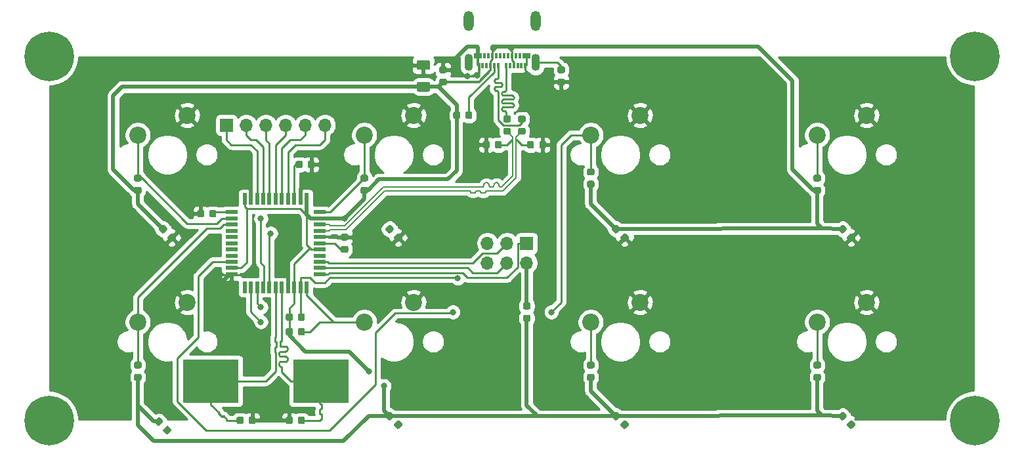
<source format=gbr>
G04 #@! TF.GenerationSoftware,KiCad,Pcbnew,(5.1.5)-3*
G04 #@! TF.CreationDate,2020-04-15T22:49:56+02:00*
G04 #@! TF.ProjectId,makroboard,6d616b72-6f62-46f6-9172-642e6b696361,rev?*
G04 #@! TF.SameCoordinates,Original*
G04 #@! TF.FileFunction,Copper,L2,Bot*
G04 #@! TF.FilePolarity,Positive*
%FSLAX46Y46*%
G04 Gerber Fmt 4.6, Leading zero omitted, Abs format (unit mm)*
G04 Created by KiCad (PCBNEW (5.1.5)-3) date 2020-04-15 22:49:56*
%MOMM*%
%LPD*%
G04 APERTURE LIST*
%ADD10C,2.200000*%
%ADD11R,1.500000X0.550000*%
%ADD12R,0.550000X1.500000*%
%ADD13C,0.100000*%
%ADD14C,6.400000*%
%ADD15R,0.300000X0.700000*%
%ADD16R,1.000000X0.700000*%
%ADD17O,1.100000X2.200000*%
%ADD18O,1.300000X2.600000*%
%ADD19R,1.700000X1.700000*%
%ADD20O,1.700000X1.700000*%
%ADD21R,7.175000X5.600000*%
%ADD22C,0.800000*%
%ADD23C,0.250000*%
%ADD24C,0.500000*%
%ADD25C,0.300000*%
%ADD26C,0.200000*%
%ADD27C,0.254000*%
G04 APERTURE END LIST*
D10*
X52070000Y-59690000D03*
X45720000Y-62230000D03*
D11*
X69200000Y-48070000D03*
X69200000Y-48870000D03*
X69200000Y-49670000D03*
X69200000Y-50470000D03*
X69200000Y-51270000D03*
X69200000Y-52070000D03*
X69200000Y-52870000D03*
X69200000Y-53670000D03*
X69200000Y-54470000D03*
X69200000Y-55270000D03*
X69200000Y-56070000D03*
D12*
X67500000Y-57770000D03*
X66700000Y-57770000D03*
X65900000Y-57770000D03*
X65100000Y-57770000D03*
X64300000Y-57770000D03*
X63500000Y-57770000D03*
X62700000Y-57770000D03*
X61900000Y-57770000D03*
X61100000Y-57770000D03*
X60300000Y-57770000D03*
X59500000Y-57770000D03*
D11*
X57800000Y-56070000D03*
X57800000Y-55270000D03*
X57800000Y-54470000D03*
X57800000Y-53670000D03*
X57800000Y-52870000D03*
X57800000Y-52070000D03*
X57800000Y-51270000D03*
X57800000Y-50470000D03*
X57800000Y-49670000D03*
X57800000Y-48870000D03*
X57800000Y-48070000D03*
D12*
X59500000Y-46370000D03*
X60300000Y-46370000D03*
X61100000Y-46370000D03*
X61900000Y-46370000D03*
X62700000Y-46370000D03*
X63500000Y-46370000D03*
X64300000Y-46370000D03*
X65100000Y-46370000D03*
X65900000Y-46370000D03*
X66700000Y-46370000D03*
X67500000Y-46370000D03*
D10*
X74930000Y-62230000D03*
X81280000Y-59690000D03*
X81280000Y-35560000D03*
X74930000Y-38100000D03*
G04 #@! TA.AperFunction,SMDPad,CuDef*
D13*
G36*
X50134805Y-50803274D02*
G01*
X50156040Y-50806424D01*
X50176864Y-50811640D01*
X50197076Y-50818872D01*
X50216482Y-50828051D01*
X50234895Y-50839087D01*
X50252138Y-50851875D01*
X50268044Y-50866291D01*
X50577403Y-51175650D01*
X50591819Y-51191556D01*
X50604607Y-51208799D01*
X50615643Y-51227212D01*
X50624822Y-51246618D01*
X50632054Y-51266830D01*
X50637270Y-51287654D01*
X50640420Y-51308889D01*
X50641473Y-51330330D01*
X50640420Y-51351771D01*
X50637270Y-51373006D01*
X50632054Y-51393830D01*
X50624822Y-51414042D01*
X50615643Y-51433448D01*
X50604607Y-51451861D01*
X50591819Y-51469104D01*
X50577403Y-51485010D01*
X50215010Y-51847403D01*
X50199104Y-51861819D01*
X50181861Y-51874607D01*
X50163448Y-51885643D01*
X50144042Y-51894822D01*
X50123830Y-51902054D01*
X50103006Y-51907270D01*
X50081771Y-51910420D01*
X50060330Y-51911473D01*
X50038889Y-51910420D01*
X50017654Y-51907270D01*
X49996830Y-51902054D01*
X49976618Y-51894822D01*
X49957212Y-51885643D01*
X49938799Y-51874607D01*
X49921556Y-51861819D01*
X49905650Y-51847403D01*
X49596291Y-51538044D01*
X49581875Y-51522138D01*
X49569087Y-51504895D01*
X49558051Y-51486482D01*
X49548872Y-51467076D01*
X49541640Y-51446864D01*
X49536424Y-51426040D01*
X49533274Y-51404805D01*
X49532221Y-51383364D01*
X49533274Y-51361923D01*
X49536424Y-51340688D01*
X49541640Y-51319864D01*
X49548872Y-51299652D01*
X49558051Y-51280246D01*
X49569087Y-51261833D01*
X49581875Y-51244590D01*
X49596291Y-51228684D01*
X49958684Y-50866291D01*
X49974590Y-50851875D01*
X49991833Y-50839087D01*
X50010246Y-50828051D01*
X50029652Y-50818872D01*
X50049864Y-50811640D01*
X50070688Y-50806424D01*
X50091923Y-50803274D01*
X50113364Y-50802221D01*
X50134805Y-50803274D01*
G37*
G04 #@! TD.AperFunction*
G04 #@! TA.AperFunction,SMDPad,CuDef*
G36*
X49021111Y-49689580D02*
G01*
X49042346Y-49692730D01*
X49063170Y-49697946D01*
X49083382Y-49705178D01*
X49102788Y-49714357D01*
X49121201Y-49725393D01*
X49138444Y-49738181D01*
X49154350Y-49752597D01*
X49463709Y-50061956D01*
X49478125Y-50077862D01*
X49490913Y-50095105D01*
X49501949Y-50113518D01*
X49511128Y-50132924D01*
X49518360Y-50153136D01*
X49523576Y-50173960D01*
X49526726Y-50195195D01*
X49527779Y-50216636D01*
X49526726Y-50238077D01*
X49523576Y-50259312D01*
X49518360Y-50280136D01*
X49511128Y-50300348D01*
X49501949Y-50319754D01*
X49490913Y-50338167D01*
X49478125Y-50355410D01*
X49463709Y-50371316D01*
X49101316Y-50733709D01*
X49085410Y-50748125D01*
X49068167Y-50760913D01*
X49049754Y-50771949D01*
X49030348Y-50781128D01*
X49010136Y-50788360D01*
X48989312Y-50793576D01*
X48968077Y-50796726D01*
X48946636Y-50797779D01*
X48925195Y-50796726D01*
X48903960Y-50793576D01*
X48883136Y-50788360D01*
X48862924Y-50781128D01*
X48843518Y-50771949D01*
X48825105Y-50760913D01*
X48807862Y-50748125D01*
X48791956Y-50733709D01*
X48482597Y-50424350D01*
X48468181Y-50408444D01*
X48455393Y-50391201D01*
X48444357Y-50372788D01*
X48435178Y-50353382D01*
X48427946Y-50333170D01*
X48422730Y-50312346D01*
X48419580Y-50291111D01*
X48418527Y-50269670D01*
X48419580Y-50248229D01*
X48422730Y-50226994D01*
X48427946Y-50206170D01*
X48435178Y-50185958D01*
X48444357Y-50166552D01*
X48455393Y-50148139D01*
X48468181Y-50130896D01*
X48482597Y-50114990D01*
X48844990Y-49752597D01*
X48860896Y-49738181D01*
X48878139Y-49725393D01*
X48896552Y-49714357D01*
X48915958Y-49705178D01*
X48936170Y-49697946D01*
X48956994Y-49692730D01*
X48978229Y-49689580D01*
X48999670Y-49688527D01*
X49021111Y-49689580D01*
G37*
G04 #@! TD.AperFunction*
G04 #@! TA.AperFunction,SMDPad,CuDef*
G36*
X108554805Y-74933274D02*
G01*
X108576040Y-74936424D01*
X108596864Y-74941640D01*
X108617076Y-74948872D01*
X108636482Y-74958051D01*
X108654895Y-74969087D01*
X108672138Y-74981875D01*
X108688044Y-74996291D01*
X108997403Y-75305650D01*
X109011819Y-75321556D01*
X109024607Y-75338799D01*
X109035643Y-75357212D01*
X109044822Y-75376618D01*
X109052054Y-75396830D01*
X109057270Y-75417654D01*
X109060420Y-75438889D01*
X109061473Y-75460330D01*
X109060420Y-75481771D01*
X109057270Y-75503006D01*
X109052054Y-75523830D01*
X109044822Y-75544042D01*
X109035643Y-75563448D01*
X109024607Y-75581861D01*
X109011819Y-75599104D01*
X108997403Y-75615010D01*
X108635010Y-75977403D01*
X108619104Y-75991819D01*
X108601861Y-76004607D01*
X108583448Y-76015643D01*
X108564042Y-76024822D01*
X108543830Y-76032054D01*
X108523006Y-76037270D01*
X108501771Y-76040420D01*
X108480330Y-76041473D01*
X108458889Y-76040420D01*
X108437654Y-76037270D01*
X108416830Y-76032054D01*
X108396618Y-76024822D01*
X108377212Y-76015643D01*
X108358799Y-76004607D01*
X108341556Y-75991819D01*
X108325650Y-75977403D01*
X108016291Y-75668044D01*
X108001875Y-75652138D01*
X107989087Y-75634895D01*
X107978051Y-75616482D01*
X107968872Y-75597076D01*
X107961640Y-75576864D01*
X107956424Y-75556040D01*
X107953274Y-75534805D01*
X107952221Y-75513364D01*
X107953274Y-75491923D01*
X107956424Y-75470688D01*
X107961640Y-75449864D01*
X107968872Y-75429652D01*
X107978051Y-75410246D01*
X107989087Y-75391833D01*
X108001875Y-75374590D01*
X108016291Y-75358684D01*
X108378684Y-74996291D01*
X108394590Y-74981875D01*
X108411833Y-74969087D01*
X108430246Y-74958051D01*
X108449652Y-74948872D01*
X108469864Y-74941640D01*
X108490688Y-74936424D01*
X108511923Y-74933274D01*
X108533364Y-74932221D01*
X108554805Y-74933274D01*
G37*
G04 #@! TD.AperFunction*
G04 #@! TA.AperFunction,SMDPad,CuDef*
G36*
X107441111Y-73819580D02*
G01*
X107462346Y-73822730D01*
X107483170Y-73827946D01*
X107503382Y-73835178D01*
X107522788Y-73844357D01*
X107541201Y-73855393D01*
X107558444Y-73868181D01*
X107574350Y-73882597D01*
X107883709Y-74191956D01*
X107898125Y-74207862D01*
X107910913Y-74225105D01*
X107921949Y-74243518D01*
X107931128Y-74262924D01*
X107938360Y-74283136D01*
X107943576Y-74303960D01*
X107946726Y-74325195D01*
X107947779Y-74346636D01*
X107946726Y-74368077D01*
X107943576Y-74389312D01*
X107938360Y-74410136D01*
X107931128Y-74430348D01*
X107921949Y-74449754D01*
X107910913Y-74468167D01*
X107898125Y-74485410D01*
X107883709Y-74501316D01*
X107521316Y-74863709D01*
X107505410Y-74878125D01*
X107488167Y-74890913D01*
X107469754Y-74901949D01*
X107450348Y-74911128D01*
X107430136Y-74918360D01*
X107409312Y-74923576D01*
X107388077Y-74926726D01*
X107366636Y-74927779D01*
X107345195Y-74926726D01*
X107323960Y-74923576D01*
X107303136Y-74918360D01*
X107282924Y-74911128D01*
X107263518Y-74901949D01*
X107245105Y-74890913D01*
X107227862Y-74878125D01*
X107211956Y-74863709D01*
X106902597Y-74554350D01*
X106888181Y-74538444D01*
X106875393Y-74521201D01*
X106864357Y-74502788D01*
X106855178Y-74483382D01*
X106847946Y-74463170D01*
X106842730Y-74442346D01*
X106839580Y-74421111D01*
X106838527Y-74399670D01*
X106839580Y-74378229D01*
X106842730Y-74356994D01*
X106847946Y-74336170D01*
X106855178Y-74315958D01*
X106864357Y-74296552D01*
X106875393Y-74278139D01*
X106888181Y-74260896D01*
X106902597Y-74244990D01*
X107264990Y-73882597D01*
X107280896Y-73868181D01*
X107298139Y-73855393D01*
X107316552Y-73844357D01*
X107335958Y-73835178D01*
X107356170Y-73827946D01*
X107376994Y-73822730D01*
X107398229Y-73819580D01*
X107419670Y-73818527D01*
X107441111Y-73819580D01*
G37*
G04 #@! TD.AperFunction*
G04 #@! TA.AperFunction,SMDPad,CuDef*
G36*
X79344805Y-50803274D02*
G01*
X79366040Y-50806424D01*
X79386864Y-50811640D01*
X79407076Y-50818872D01*
X79426482Y-50828051D01*
X79444895Y-50839087D01*
X79462138Y-50851875D01*
X79478044Y-50866291D01*
X79787403Y-51175650D01*
X79801819Y-51191556D01*
X79814607Y-51208799D01*
X79825643Y-51227212D01*
X79834822Y-51246618D01*
X79842054Y-51266830D01*
X79847270Y-51287654D01*
X79850420Y-51308889D01*
X79851473Y-51330330D01*
X79850420Y-51351771D01*
X79847270Y-51373006D01*
X79842054Y-51393830D01*
X79834822Y-51414042D01*
X79825643Y-51433448D01*
X79814607Y-51451861D01*
X79801819Y-51469104D01*
X79787403Y-51485010D01*
X79425010Y-51847403D01*
X79409104Y-51861819D01*
X79391861Y-51874607D01*
X79373448Y-51885643D01*
X79354042Y-51894822D01*
X79333830Y-51902054D01*
X79313006Y-51907270D01*
X79291771Y-51910420D01*
X79270330Y-51911473D01*
X79248889Y-51910420D01*
X79227654Y-51907270D01*
X79206830Y-51902054D01*
X79186618Y-51894822D01*
X79167212Y-51885643D01*
X79148799Y-51874607D01*
X79131556Y-51861819D01*
X79115650Y-51847403D01*
X78806291Y-51538044D01*
X78791875Y-51522138D01*
X78779087Y-51504895D01*
X78768051Y-51486482D01*
X78758872Y-51467076D01*
X78751640Y-51446864D01*
X78746424Y-51426040D01*
X78743274Y-51404805D01*
X78742221Y-51383364D01*
X78743274Y-51361923D01*
X78746424Y-51340688D01*
X78751640Y-51319864D01*
X78758872Y-51299652D01*
X78768051Y-51280246D01*
X78779087Y-51261833D01*
X78791875Y-51244590D01*
X78806291Y-51228684D01*
X79168684Y-50866291D01*
X79184590Y-50851875D01*
X79201833Y-50839087D01*
X79220246Y-50828051D01*
X79239652Y-50818872D01*
X79259864Y-50811640D01*
X79280688Y-50806424D01*
X79301923Y-50803274D01*
X79323364Y-50802221D01*
X79344805Y-50803274D01*
G37*
G04 #@! TD.AperFunction*
G04 #@! TA.AperFunction,SMDPad,CuDef*
G36*
X78231111Y-49689580D02*
G01*
X78252346Y-49692730D01*
X78273170Y-49697946D01*
X78293382Y-49705178D01*
X78312788Y-49714357D01*
X78331201Y-49725393D01*
X78348444Y-49738181D01*
X78364350Y-49752597D01*
X78673709Y-50061956D01*
X78688125Y-50077862D01*
X78700913Y-50095105D01*
X78711949Y-50113518D01*
X78721128Y-50132924D01*
X78728360Y-50153136D01*
X78733576Y-50173960D01*
X78736726Y-50195195D01*
X78737779Y-50216636D01*
X78736726Y-50238077D01*
X78733576Y-50259312D01*
X78728360Y-50280136D01*
X78721128Y-50300348D01*
X78711949Y-50319754D01*
X78700913Y-50338167D01*
X78688125Y-50355410D01*
X78673709Y-50371316D01*
X78311316Y-50733709D01*
X78295410Y-50748125D01*
X78278167Y-50760913D01*
X78259754Y-50771949D01*
X78240348Y-50781128D01*
X78220136Y-50788360D01*
X78199312Y-50793576D01*
X78178077Y-50796726D01*
X78156636Y-50797779D01*
X78135195Y-50796726D01*
X78113960Y-50793576D01*
X78093136Y-50788360D01*
X78072924Y-50781128D01*
X78053518Y-50771949D01*
X78035105Y-50760913D01*
X78017862Y-50748125D01*
X78001956Y-50733709D01*
X77692597Y-50424350D01*
X77678181Y-50408444D01*
X77665393Y-50391201D01*
X77654357Y-50372788D01*
X77645178Y-50353382D01*
X77637946Y-50333170D01*
X77632730Y-50312346D01*
X77629580Y-50291111D01*
X77628527Y-50269670D01*
X77629580Y-50248229D01*
X77632730Y-50226994D01*
X77637946Y-50206170D01*
X77645178Y-50185958D01*
X77654357Y-50166552D01*
X77665393Y-50148139D01*
X77678181Y-50130896D01*
X77692597Y-50114990D01*
X78054990Y-49752597D01*
X78070896Y-49738181D01*
X78088139Y-49725393D01*
X78106552Y-49714357D01*
X78125958Y-49705178D01*
X78146170Y-49697946D01*
X78166994Y-49692730D01*
X78188229Y-49689580D01*
X78209670Y-49688527D01*
X78231111Y-49689580D01*
G37*
G04 #@! TD.AperFunction*
G04 #@! TA.AperFunction,SMDPad,CuDef*
G36*
X107441111Y-49689580D02*
G01*
X107462346Y-49692730D01*
X107483170Y-49697946D01*
X107503382Y-49705178D01*
X107522788Y-49714357D01*
X107541201Y-49725393D01*
X107558444Y-49738181D01*
X107574350Y-49752597D01*
X107883709Y-50061956D01*
X107898125Y-50077862D01*
X107910913Y-50095105D01*
X107921949Y-50113518D01*
X107931128Y-50132924D01*
X107938360Y-50153136D01*
X107943576Y-50173960D01*
X107946726Y-50195195D01*
X107947779Y-50216636D01*
X107946726Y-50238077D01*
X107943576Y-50259312D01*
X107938360Y-50280136D01*
X107931128Y-50300348D01*
X107921949Y-50319754D01*
X107910913Y-50338167D01*
X107898125Y-50355410D01*
X107883709Y-50371316D01*
X107521316Y-50733709D01*
X107505410Y-50748125D01*
X107488167Y-50760913D01*
X107469754Y-50771949D01*
X107450348Y-50781128D01*
X107430136Y-50788360D01*
X107409312Y-50793576D01*
X107388077Y-50796726D01*
X107366636Y-50797779D01*
X107345195Y-50796726D01*
X107323960Y-50793576D01*
X107303136Y-50788360D01*
X107282924Y-50781128D01*
X107263518Y-50771949D01*
X107245105Y-50760913D01*
X107227862Y-50748125D01*
X107211956Y-50733709D01*
X106902597Y-50424350D01*
X106888181Y-50408444D01*
X106875393Y-50391201D01*
X106864357Y-50372788D01*
X106855178Y-50353382D01*
X106847946Y-50333170D01*
X106842730Y-50312346D01*
X106839580Y-50291111D01*
X106838527Y-50269670D01*
X106839580Y-50248229D01*
X106842730Y-50226994D01*
X106847946Y-50206170D01*
X106855178Y-50185958D01*
X106864357Y-50166552D01*
X106875393Y-50148139D01*
X106888181Y-50130896D01*
X106902597Y-50114990D01*
X107264990Y-49752597D01*
X107280896Y-49738181D01*
X107298139Y-49725393D01*
X107316552Y-49714357D01*
X107335958Y-49705178D01*
X107356170Y-49697946D01*
X107376994Y-49692730D01*
X107398229Y-49689580D01*
X107419670Y-49688527D01*
X107441111Y-49689580D01*
G37*
G04 #@! TD.AperFunction*
G04 #@! TA.AperFunction,SMDPad,CuDef*
G36*
X108554805Y-50803274D02*
G01*
X108576040Y-50806424D01*
X108596864Y-50811640D01*
X108617076Y-50818872D01*
X108636482Y-50828051D01*
X108654895Y-50839087D01*
X108672138Y-50851875D01*
X108688044Y-50866291D01*
X108997403Y-51175650D01*
X109011819Y-51191556D01*
X109024607Y-51208799D01*
X109035643Y-51227212D01*
X109044822Y-51246618D01*
X109052054Y-51266830D01*
X109057270Y-51287654D01*
X109060420Y-51308889D01*
X109061473Y-51330330D01*
X109060420Y-51351771D01*
X109057270Y-51373006D01*
X109052054Y-51393830D01*
X109044822Y-51414042D01*
X109035643Y-51433448D01*
X109024607Y-51451861D01*
X109011819Y-51469104D01*
X108997403Y-51485010D01*
X108635010Y-51847403D01*
X108619104Y-51861819D01*
X108601861Y-51874607D01*
X108583448Y-51885643D01*
X108564042Y-51894822D01*
X108543830Y-51902054D01*
X108523006Y-51907270D01*
X108501771Y-51910420D01*
X108480330Y-51911473D01*
X108458889Y-51910420D01*
X108437654Y-51907270D01*
X108416830Y-51902054D01*
X108396618Y-51894822D01*
X108377212Y-51885643D01*
X108358799Y-51874607D01*
X108341556Y-51861819D01*
X108325650Y-51847403D01*
X108016291Y-51538044D01*
X108001875Y-51522138D01*
X107989087Y-51504895D01*
X107978051Y-51486482D01*
X107968872Y-51467076D01*
X107961640Y-51446864D01*
X107956424Y-51426040D01*
X107953274Y-51404805D01*
X107952221Y-51383364D01*
X107953274Y-51361923D01*
X107956424Y-51340688D01*
X107961640Y-51319864D01*
X107968872Y-51299652D01*
X107978051Y-51280246D01*
X107989087Y-51261833D01*
X108001875Y-51244590D01*
X108016291Y-51228684D01*
X108378684Y-50866291D01*
X108394590Y-50851875D01*
X108411833Y-50839087D01*
X108430246Y-50828051D01*
X108449652Y-50818872D01*
X108469864Y-50811640D01*
X108490688Y-50806424D01*
X108511923Y-50803274D01*
X108533364Y-50802221D01*
X108554805Y-50803274D01*
G37*
G04 #@! TD.AperFunction*
G04 #@! TA.AperFunction,SMDPad,CuDef*
G36*
X137764805Y-50803274D02*
G01*
X137786040Y-50806424D01*
X137806864Y-50811640D01*
X137827076Y-50818872D01*
X137846482Y-50828051D01*
X137864895Y-50839087D01*
X137882138Y-50851875D01*
X137898044Y-50866291D01*
X138207403Y-51175650D01*
X138221819Y-51191556D01*
X138234607Y-51208799D01*
X138245643Y-51227212D01*
X138254822Y-51246618D01*
X138262054Y-51266830D01*
X138267270Y-51287654D01*
X138270420Y-51308889D01*
X138271473Y-51330330D01*
X138270420Y-51351771D01*
X138267270Y-51373006D01*
X138262054Y-51393830D01*
X138254822Y-51414042D01*
X138245643Y-51433448D01*
X138234607Y-51451861D01*
X138221819Y-51469104D01*
X138207403Y-51485010D01*
X137845010Y-51847403D01*
X137829104Y-51861819D01*
X137811861Y-51874607D01*
X137793448Y-51885643D01*
X137774042Y-51894822D01*
X137753830Y-51902054D01*
X137733006Y-51907270D01*
X137711771Y-51910420D01*
X137690330Y-51911473D01*
X137668889Y-51910420D01*
X137647654Y-51907270D01*
X137626830Y-51902054D01*
X137606618Y-51894822D01*
X137587212Y-51885643D01*
X137568799Y-51874607D01*
X137551556Y-51861819D01*
X137535650Y-51847403D01*
X137226291Y-51538044D01*
X137211875Y-51522138D01*
X137199087Y-51504895D01*
X137188051Y-51486482D01*
X137178872Y-51467076D01*
X137171640Y-51446864D01*
X137166424Y-51426040D01*
X137163274Y-51404805D01*
X137162221Y-51383364D01*
X137163274Y-51361923D01*
X137166424Y-51340688D01*
X137171640Y-51319864D01*
X137178872Y-51299652D01*
X137188051Y-51280246D01*
X137199087Y-51261833D01*
X137211875Y-51244590D01*
X137226291Y-51228684D01*
X137588684Y-50866291D01*
X137604590Y-50851875D01*
X137621833Y-50839087D01*
X137640246Y-50828051D01*
X137659652Y-50818872D01*
X137679864Y-50811640D01*
X137700688Y-50806424D01*
X137721923Y-50803274D01*
X137743364Y-50802221D01*
X137764805Y-50803274D01*
G37*
G04 #@! TD.AperFunction*
G04 #@! TA.AperFunction,SMDPad,CuDef*
G36*
X136651111Y-49689580D02*
G01*
X136672346Y-49692730D01*
X136693170Y-49697946D01*
X136713382Y-49705178D01*
X136732788Y-49714357D01*
X136751201Y-49725393D01*
X136768444Y-49738181D01*
X136784350Y-49752597D01*
X137093709Y-50061956D01*
X137108125Y-50077862D01*
X137120913Y-50095105D01*
X137131949Y-50113518D01*
X137141128Y-50132924D01*
X137148360Y-50153136D01*
X137153576Y-50173960D01*
X137156726Y-50195195D01*
X137157779Y-50216636D01*
X137156726Y-50238077D01*
X137153576Y-50259312D01*
X137148360Y-50280136D01*
X137141128Y-50300348D01*
X137131949Y-50319754D01*
X137120913Y-50338167D01*
X137108125Y-50355410D01*
X137093709Y-50371316D01*
X136731316Y-50733709D01*
X136715410Y-50748125D01*
X136698167Y-50760913D01*
X136679754Y-50771949D01*
X136660348Y-50781128D01*
X136640136Y-50788360D01*
X136619312Y-50793576D01*
X136598077Y-50796726D01*
X136576636Y-50797779D01*
X136555195Y-50796726D01*
X136533960Y-50793576D01*
X136513136Y-50788360D01*
X136492924Y-50781128D01*
X136473518Y-50771949D01*
X136455105Y-50760913D01*
X136437862Y-50748125D01*
X136421956Y-50733709D01*
X136112597Y-50424350D01*
X136098181Y-50408444D01*
X136085393Y-50391201D01*
X136074357Y-50372788D01*
X136065178Y-50353382D01*
X136057946Y-50333170D01*
X136052730Y-50312346D01*
X136049580Y-50291111D01*
X136048527Y-50269670D01*
X136049580Y-50248229D01*
X136052730Y-50226994D01*
X136057946Y-50206170D01*
X136065178Y-50185958D01*
X136074357Y-50166552D01*
X136085393Y-50148139D01*
X136098181Y-50130896D01*
X136112597Y-50114990D01*
X136474990Y-49752597D01*
X136490896Y-49738181D01*
X136508139Y-49725393D01*
X136526552Y-49714357D01*
X136545958Y-49705178D01*
X136566170Y-49697946D01*
X136586994Y-49692730D01*
X136608229Y-49689580D01*
X136629670Y-49688527D01*
X136651111Y-49689580D01*
G37*
G04 #@! TD.AperFunction*
G04 #@! TA.AperFunction,SMDPad,CuDef*
G36*
X136651111Y-73819580D02*
G01*
X136672346Y-73822730D01*
X136693170Y-73827946D01*
X136713382Y-73835178D01*
X136732788Y-73844357D01*
X136751201Y-73855393D01*
X136768444Y-73868181D01*
X136784350Y-73882597D01*
X137093709Y-74191956D01*
X137108125Y-74207862D01*
X137120913Y-74225105D01*
X137131949Y-74243518D01*
X137141128Y-74262924D01*
X137148360Y-74283136D01*
X137153576Y-74303960D01*
X137156726Y-74325195D01*
X137157779Y-74346636D01*
X137156726Y-74368077D01*
X137153576Y-74389312D01*
X137148360Y-74410136D01*
X137141128Y-74430348D01*
X137131949Y-74449754D01*
X137120913Y-74468167D01*
X137108125Y-74485410D01*
X137093709Y-74501316D01*
X136731316Y-74863709D01*
X136715410Y-74878125D01*
X136698167Y-74890913D01*
X136679754Y-74901949D01*
X136660348Y-74911128D01*
X136640136Y-74918360D01*
X136619312Y-74923576D01*
X136598077Y-74926726D01*
X136576636Y-74927779D01*
X136555195Y-74926726D01*
X136533960Y-74923576D01*
X136513136Y-74918360D01*
X136492924Y-74911128D01*
X136473518Y-74901949D01*
X136455105Y-74890913D01*
X136437862Y-74878125D01*
X136421956Y-74863709D01*
X136112597Y-74554350D01*
X136098181Y-74538444D01*
X136085393Y-74521201D01*
X136074357Y-74502788D01*
X136065178Y-74483382D01*
X136057946Y-74463170D01*
X136052730Y-74442346D01*
X136049580Y-74421111D01*
X136048527Y-74399670D01*
X136049580Y-74378229D01*
X136052730Y-74356994D01*
X136057946Y-74336170D01*
X136065178Y-74315958D01*
X136074357Y-74296552D01*
X136085393Y-74278139D01*
X136098181Y-74260896D01*
X136112597Y-74244990D01*
X136474990Y-73882597D01*
X136490896Y-73868181D01*
X136508139Y-73855393D01*
X136526552Y-73844357D01*
X136545958Y-73835178D01*
X136566170Y-73827946D01*
X136586994Y-73822730D01*
X136608229Y-73819580D01*
X136629670Y-73818527D01*
X136651111Y-73819580D01*
G37*
G04 #@! TD.AperFunction*
G04 #@! TA.AperFunction,SMDPad,CuDef*
G36*
X137764805Y-74933274D02*
G01*
X137786040Y-74936424D01*
X137806864Y-74941640D01*
X137827076Y-74948872D01*
X137846482Y-74958051D01*
X137864895Y-74969087D01*
X137882138Y-74981875D01*
X137898044Y-74996291D01*
X138207403Y-75305650D01*
X138221819Y-75321556D01*
X138234607Y-75338799D01*
X138245643Y-75357212D01*
X138254822Y-75376618D01*
X138262054Y-75396830D01*
X138267270Y-75417654D01*
X138270420Y-75438889D01*
X138271473Y-75460330D01*
X138270420Y-75481771D01*
X138267270Y-75503006D01*
X138262054Y-75523830D01*
X138254822Y-75544042D01*
X138245643Y-75563448D01*
X138234607Y-75581861D01*
X138221819Y-75599104D01*
X138207403Y-75615010D01*
X137845010Y-75977403D01*
X137829104Y-75991819D01*
X137811861Y-76004607D01*
X137793448Y-76015643D01*
X137774042Y-76024822D01*
X137753830Y-76032054D01*
X137733006Y-76037270D01*
X137711771Y-76040420D01*
X137690330Y-76041473D01*
X137668889Y-76040420D01*
X137647654Y-76037270D01*
X137626830Y-76032054D01*
X137606618Y-76024822D01*
X137587212Y-76015643D01*
X137568799Y-76004607D01*
X137551556Y-75991819D01*
X137535650Y-75977403D01*
X137226291Y-75668044D01*
X137211875Y-75652138D01*
X137199087Y-75634895D01*
X137188051Y-75616482D01*
X137178872Y-75597076D01*
X137171640Y-75576864D01*
X137166424Y-75556040D01*
X137163274Y-75534805D01*
X137162221Y-75513364D01*
X137163274Y-75491923D01*
X137166424Y-75470688D01*
X137171640Y-75449864D01*
X137178872Y-75429652D01*
X137188051Y-75410246D01*
X137199087Y-75391833D01*
X137211875Y-75374590D01*
X137226291Y-75358684D01*
X137588684Y-74996291D01*
X137604590Y-74981875D01*
X137621833Y-74969087D01*
X137640246Y-74958051D01*
X137659652Y-74948872D01*
X137679864Y-74941640D01*
X137700688Y-74936424D01*
X137721923Y-74933274D01*
X137743364Y-74932221D01*
X137764805Y-74933274D01*
G37*
G04 #@! TD.AperFunction*
G04 #@! TA.AperFunction,SMDPad,CuDef*
G36*
X48464264Y-74532733D02*
G01*
X48485499Y-74535883D01*
X48506323Y-74541099D01*
X48526535Y-74548331D01*
X48545941Y-74557510D01*
X48564354Y-74568546D01*
X48581597Y-74581334D01*
X48597503Y-74595750D01*
X48906862Y-74905109D01*
X48921278Y-74921015D01*
X48934066Y-74938258D01*
X48945102Y-74956671D01*
X48954281Y-74976077D01*
X48961513Y-74996289D01*
X48966729Y-75017113D01*
X48969879Y-75038348D01*
X48970932Y-75059789D01*
X48969879Y-75081230D01*
X48966729Y-75102465D01*
X48961513Y-75123289D01*
X48954281Y-75143501D01*
X48945102Y-75162907D01*
X48934066Y-75181320D01*
X48921278Y-75198563D01*
X48906862Y-75214469D01*
X48544469Y-75576862D01*
X48528563Y-75591278D01*
X48511320Y-75604066D01*
X48492907Y-75615102D01*
X48473501Y-75624281D01*
X48453289Y-75631513D01*
X48432465Y-75636729D01*
X48411230Y-75639879D01*
X48389789Y-75640932D01*
X48368348Y-75639879D01*
X48347113Y-75636729D01*
X48326289Y-75631513D01*
X48306077Y-75624281D01*
X48286671Y-75615102D01*
X48268258Y-75604066D01*
X48251015Y-75591278D01*
X48235109Y-75576862D01*
X47925750Y-75267503D01*
X47911334Y-75251597D01*
X47898546Y-75234354D01*
X47887510Y-75215941D01*
X47878331Y-75196535D01*
X47871099Y-75176323D01*
X47865883Y-75155499D01*
X47862733Y-75134264D01*
X47861680Y-75112823D01*
X47862733Y-75091382D01*
X47865883Y-75070147D01*
X47871099Y-75049323D01*
X47878331Y-75029111D01*
X47887510Y-75009705D01*
X47898546Y-74991292D01*
X47911334Y-74974049D01*
X47925750Y-74958143D01*
X48288143Y-74595750D01*
X48304049Y-74581334D01*
X48321292Y-74568546D01*
X48339705Y-74557510D01*
X48359111Y-74548331D01*
X48379323Y-74541099D01*
X48400147Y-74535883D01*
X48421382Y-74532733D01*
X48442823Y-74531680D01*
X48464264Y-74532733D01*
G37*
G04 #@! TD.AperFunction*
G04 #@! TA.AperFunction,SMDPad,CuDef*
G36*
X49577958Y-75646427D02*
G01*
X49599193Y-75649577D01*
X49620017Y-75654793D01*
X49640229Y-75662025D01*
X49659635Y-75671204D01*
X49678048Y-75682240D01*
X49695291Y-75695028D01*
X49711197Y-75709444D01*
X50020556Y-76018803D01*
X50034972Y-76034709D01*
X50047760Y-76051952D01*
X50058796Y-76070365D01*
X50067975Y-76089771D01*
X50075207Y-76109983D01*
X50080423Y-76130807D01*
X50083573Y-76152042D01*
X50084626Y-76173483D01*
X50083573Y-76194924D01*
X50080423Y-76216159D01*
X50075207Y-76236983D01*
X50067975Y-76257195D01*
X50058796Y-76276601D01*
X50047760Y-76295014D01*
X50034972Y-76312257D01*
X50020556Y-76328163D01*
X49658163Y-76690556D01*
X49642257Y-76704972D01*
X49625014Y-76717760D01*
X49606601Y-76728796D01*
X49587195Y-76737975D01*
X49566983Y-76745207D01*
X49546159Y-76750423D01*
X49524924Y-76753573D01*
X49503483Y-76754626D01*
X49482042Y-76753573D01*
X49460807Y-76750423D01*
X49439983Y-76745207D01*
X49419771Y-76737975D01*
X49400365Y-76728796D01*
X49381952Y-76717760D01*
X49364709Y-76704972D01*
X49348803Y-76690556D01*
X49039444Y-76381197D01*
X49025028Y-76365291D01*
X49012240Y-76348048D01*
X49001204Y-76329635D01*
X48992025Y-76310229D01*
X48984793Y-76290017D01*
X48979577Y-76269193D01*
X48976427Y-76247958D01*
X48975374Y-76226517D01*
X48976427Y-76205076D01*
X48979577Y-76183841D01*
X48984793Y-76163017D01*
X48992025Y-76142805D01*
X49001204Y-76123399D01*
X49012240Y-76104986D01*
X49025028Y-76087743D01*
X49039444Y-76071837D01*
X49401837Y-75709444D01*
X49417743Y-75695028D01*
X49434986Y-75682240D01*
X49453399Y-75671204D01*
X49472805Y-75662025D01*
X49493017Y-75654793D01*
X49513841Y-75649577D01*
X49535076Y-75646427D01*
X49556517Y-75645374D01*
X49577958Y-75646427D01*
G37*
G04 #@! TD.AperFunction*
G04 #@! TA.AperFunction,SMDPad,CuDef*
G36*
X79344805Y-74933274D02*
G01*
X79366040Y-74936424D01*
X79386864Y-74941640D01*
X79407076Y-74948872D01*
X79426482Y-74958051D01*
X79444895Y-74969087D01*
X79462138Y-74981875D01*
X79478044Y-74996291D01*
X79787403Y-75305650D01*
X79801819Y-75321556D01*
X79814607Y-75338799D01*
X79825643Y-75357212D01*
X79834822Y-75376618D01*
X79842054Y-75396830D01*
X79847270Y-75417654D01*
X79850420Y-75438889D01*
X79851473Y-75460330D01*
X79850420Y-75481771D01*
X79847270Y-75503006D01*
X79842054Y-75523830D01*
X79834822Y-75544042D01*
X79825643Y-75563448D01*
X79814607Y-75581861D01*
X79801819Y-75599104D01*
X79787403Y-75615010D01*
X79425010Y-75977403D01*
X79409104Y-75991819D01*
X79391861Y-76004607D01*
X79373448Y-76015643D01*
X79354042Y-76024822D01*
X79333830Y-76032054D01*
X79313006Y-76037270D01*
X79291771Y-76040420D01*
X79270330Y-76041473D01*
X79248889Y-76040420D01*
X79227654Y-76037270D01*
X79206830Y-76032054D01*
X79186618Y-76024822D01*
X79167212Y-76015643D01*
X79148799Y-76004607D01*
X79131556Y-75991819D01*
X79115650Y-75977403D01*
X78806291Y-75668044D01*
X78791875Y-75652138D01*
X78779087Y-75634895D01*
X78768051Y-75616482D01*
X78758872Y-75597076D01*
X78751640Y-75576864D01*
X78746424Y-75556040D01*
X78743274Y-75534805D01*
X78742221Y-75513364D01*
X78743274Y-75491923D01*
X78746424Y-75470688D01*
X78751640Y-75449864D01*
X78758872Y-75429652D01*
X78768051Y-75410246D01*
X78779087Y-75391833D01*
X78791875Y-75374590D01*
X78806291Y-75358684D01*
X79168684Y-74996291D01*
X79184590Y-74981875D01*
X79201833Y-74969087D01*
X79220246Y-74958051D01*
X79239652Y-74948872D01*
X79259864Y-74941640D01*
X79280688Y-74936424D01*
X79301923Y-74933274D01*
X79323364Y-74932221D01*
X79344805Y-74933274D01*
G37*
G04 #@! TD.AperFunction*
G04 #@! TA.AperFunction,SMDPad,CuDef*
G36*
X78231111Y-73819580D02*
G01*
X78252346Y-73822730D01*
X78273170Y-73827946D01*
X78293382Y-73835178D01*
X78312788Y-73844357D01*
X78331201Y-73855393D01*
X78348444Y-73868181D01*
X78364350Y-73882597D01*
X78673709Y-74191956D01*
X78688125Y-74207862D01*
X78700913Y-74225105D01*
X78711949Y-74243518D01*
X78721128Y-74262924D01*
X78728360Y-74283136D01*
X78733576Y-74303960D01*
X78736726Y-74325195D01*
X78737779Y-74346636D01*
X78736726Y-74368077D01*
X78733576Y-74389312D01*
X78728360Y-74410136D01*
X78721128Y-74430348D01*
X78711949Y-74449754D01*
X78700913Y-74468167D01*
X78688125Y-74485410D01*
X78673709Y-74501316D01*
X78311316Y-74863709D01*
X78295410Y-74878125D01*
X78278167Y-74890913D01*
X78259754Y-74901949D01*
X78240348Y-74911128D01*
X78220136Y-74918360D01*
X78199312Y-74923576D01*
X78178077Y-74926726D01*
X78156636Y-74927779D01*
X78135195Y-74926726D01*
X78113960Y-74923576D01*
X78093136Y-74918360D01*
X78072924Y-74911128D01*
X78053518Y-74901949D01*
X78035105Y-74890913D01*
X78017862Y-74878125D01*
X78001956Y-74863709D01*
X77692597Y-74554350D01*
X77678181Y-74538444D01*
X77665393Y-74521201D01*
X77654357Y-74502788D01*
X77645178Y-74483382D01*
X77637946Y-74463170D01*
X77632730Y-74442346D01*
X77629580Y-74421111D01*
X77628527Y-74399670D01*
X77629580Y-74378229D01*
X77632730Y-74356994D01*
X77637946Y-74336170D01*
X77645178Y-74315958D01*
X77654357Y-74296552D01*
X77665393Y-74278139D01*
X77678181Y-74260896D01*
X77692597Y-74244990D01*
X78054990Y-73882597D01*
X78070896Y-73868181D01*
X78088139Y-73855393D01*
X78106552Y-73844357D01*
X78125958Y-73835178D01*
X78146170Y-73827946D01*
X78166994Y-73822730D01*
X78188229Y-73819580D01*
X78209670Y-73818527D01*
X78231111Y-73819580D01*
G37*
G04 #@! TD.AperFunction*
G04 #@! TA.AperFunction,SMDPad,CuDef*
G36*
X60717691Y-74456053D02*
G01*
X60738926Y-74459203D01*
X60759750Y-74464419D01*
X60779962Y-74471651D01*
X60799368Y-74480830D01*
X60817781Y-74491866D01*
X60835024Y-74504654D01*
X60850930Y-74519070D01*
X60865346Y-74534976D01*
X60878134Y-74552219D01*
X60889170Y-74570632D01*
X60898349Y-74590038D01*
X60905581Y-74610250D01*
X60910797Y-74631074D01*
X60913947Y-74652309D01*
X60915000Y-74673750D01*
X60915000Y-75186250D01*
X60913947Y-75207691D01*
X60910797Y-75228926D01*
X60905581Y-75249750D01*
X60898349Y-75269962D01*
X60889170Y-75289368D01*
X60878134Y-75307781D01*
X60865346Y-75325024D01*
X60850930Y-75340930D01*
X60835024Y-75355346D01*
X60817781Y-75368134D01*
X60799368Y-75379170D01*
X60779962Y-75388349D01*
X60759750Y-75395581D01*
X60738926Y-75400797D01*
X60717691Y-75403947D01*
X60696250Y-75405000D01*
X60258750Y-75405000D01*
X60237309Y-75403947D01*
X60216074Y-75400797D01*
X60195250Y-75395581D01*
X60175038Y-75388349D01*
X60155632Y-75379170D01*
X60137219Y-75368134D01*
X60119976Y-75355346D01*
X60104070Y-75340930D01*
X60089654Y-75325024D01*
X60076866Y-75307781D01*
X60065830Y-75289368D01*
X60056651Y-75269962D01*
X60049419Y-75249750D01*
X60044203Y-75228926D01*
X60041053Y-75207691D01*
X60040000Y-75186250D01*
X60040000Y-74673750D01*
X60041053Y-74652309D01*
X60044203Y-74631074D01*
X60049419Y-74610250D01*
X60056651Y-74590038D01*
X60065830Y-74570632D01*
X60076866Y-74552219D01*
X60089654Y-74534976D01*
X60104070Y-74519070D01*
X60119976Y-74504654D01*
X60137219Y-74491866D01*
X60155632Y-74480830D01*
X60175038Y-74471651D01*
X60195250Y-74464419D01*
X60216074Y-74459203D01*
X60237309Y-74456053D01*
X60258750Y-74455000D01*
X60696250Y-74455000D01*
X60717691Y-74456053D01*
G37*
G04 #@! TD.AperFunction*
G04 #@! TA.AperFunction,SMDPad,CuDef*
G36*
X59142691Y-74456053D02*
G01*
X59163926Y-74459203D01*
X59184750Y-74464419D01*
X59204962Y-74471651D01*
X59224368Y-74480830D01*
X59242781Y-74491866D01*
X59260024Y-74504654D01*
X59275930Y-74519070D01*
X59290346Y-74534976D01*
X59303134Y-74552219D01*
X59314170Y-74570632D01*
X59323349Y-74590038D01*
X59330581Y-74610250D01*
X59335797Y-74631074D01*
X59338947Y-74652309D01*
X59340000Y-74673750D01*
X59340000Y-75186250D01*
X59338947Y-75207691D01*
X59335797Y-75228926D01*
X59330581Y-75249750D01*
X59323349Y-75269962D01*
X59314170Y-75289368D01*
X59303134Y-75307781D01*
X59290346Y-75325024D01*
X59275930Y-75340930D01*
X59260024Y-75355346D01*
X59242781Y-75368134D01*
X59224368Y-75379170D01*
X59204962Y-75388349D01*
X59184750Y-75395581D01*
X59163926Y-75400797D01*
X59142691Y-75403947D01*
X59121250Y-75405000D01*
X58683750Y-75405000D01*
X58662309Y-75403947D01*
X58641074Y-75400797D01*
X58620250Y-75395581D01*
X58600038Y-75388349D01*
X58580632Y-75379170D01*
X58562219Y-75368134D01*
X58544976Y-75355346D01*
X58529070Y-75340930D01*
X58514654Y-75325024D01*
X58501866Y-75307781D01*
X58490830Y-75289368D01*
X58481651Y-75269962D01*
X58474419Y-75249750D01*
X58469203Y-75228926D01*
X58466053Y-75207691D01*
X58465000Y-75186250D01*
X58465000Y-74673750D01*
X58466053Y-74652309D01*
X58469203Y-74631074D01*
X58474419Y-74610250D01*
X58481651Y-74590038D01*
X58490830Y-74570632D01*
X58501866Y-74552219D01*
X58514654Y-74534976D01*
X58529070Y-74519070D01*
X58544976Y-74504654D01*
X58562219Y-74491866D01*
X58580632Y-74480830D01*
X58600038Y-74471651D01*
X58620250Y-74464419D01*
X58641074Y-74459203D01*
X58662309Y-74456053D01*
X58683750Y-74455000D01*
X59121250Y-74455000D01*
X59142691Y-74456053D01*
G37*
G04 #@! TD.AperFunction*
G04 #@! TA.AperFunction,SMDPad,CuDef*
G36*
X67067691Y-74456053D02*
G01*
X67088926Y-74459203D01*
X67109750Y-74464419D01*
X67129962Y-74471651D01*
X67149368Y-74480830D01*
X67167781Y-74491866D01*
X67185024Y-74504654D01*
X67200930Y-74519070D01*
X67215346Y-74534976D01*
X67228134Y-74552219D01*
X67239170Y-74570632D01*
X67248349Y-74590038D01*
X67255581Y-74610250D01*
X67260797Y-74631074D01*
X67263947Y-74652309D01*
X67265000Y-74673750D01*
X67265000Y-75186250D01*
X67263947Y-75207691D01*
X67260797Y-75228926D01*
X67255581Y-75249750D01*
X67248349Y-75269962D01*
X67239170Y-75289368D01*
X67228134Y-75307781D01*
X67215346Y-75325024D01*
X67200930Y-75340930D01*
X67185024Y-75355346D01*
X67167781Y-75368134D01*
X67149368Y-75379170D01*
X67129962Y-75388349D01*
X67109750Y-75395581D01*
X67088926Y-75400797D01*
X67067691Y-75403947D01*
X67046250Y-75405000D01*
X66608750Y-75405000D01*
X66587309Y-75403947D01*
X66566074Y-75400797D01*
X66545250Y-75395581D01*
X66525038Y-75388349D01*
X66505632Y-75379170D01*
X66487219Y-75368134D01*
X66469976Y-75355346D01*
X66454070Y-75340930D01*
X66439654Y-75325024D01*
X66426866Y-75307781D01*
X66415830Y-75289368D01*
X66406651Y-75269962D01*
X66399419Y-75249750D01*
X66394203Y-75228926D01*
X66391053Y-75207691D01*
X66390000Y-75186250D01*
X66390000Y-74673750D01*
X66391053Y-74652309D01*
X66394203Y-74631074D01*
X66399419Y-74610250D01*
X66406651Y-74590038D01*
X66415830Y-74570632D01*
X66426866Y-74552219D01*
X66439654Y-74534976D01*
X66454070Y-74519070D01*
X66469976Y-74504654D01*
X66487219Y-74491866D01*
X66505632Y-74480830D01*
X66525038Y-74471651D01*
X66545250Y-74464419D01*
X66566074Y-74459203D01*
X66587309Y-74456053D01*
X66608750Y-74455000D01*
X67046250Y-74455000D01*
X67067691Y-74456053D01*
G37*
G04 #@! TD.AperFunction*
G04 #@! TA.AperFunction,SMDPad,CuDef*
G36*
X65492691Y-74456053D02*
G01*
X65513926Y-74459203D01*
X65534750Y-74464419D01*
X65554962Y-74471651D01*
X65574368Y-74480830D01*
X65592781Y-74491866D01*
X65610024Y-74504654D01*
X65625930Y-74519070D01*
X65640346Y-74534976D01*
X65653134Y-74552219D01*
X65664170Y-74570632D01*
X65673349Y-74590038D01*
X65680581Y-74610250D01*
X65685797Y-74631074D01*
X65688947Y-74652309D01*
X65690000Y-74673750D01*
X65690000Y-75186250D01*
X65688947Y-75207691D01*
X65685797Y-75228926D01*
X65680581Y-75249750D01*
X65673349Y-75269962D01*
X65664170Y-75289368D01*
X65653134Y-75307781D01*
X65640346Y-75325024D01*
X65625930Y-75340930D01*
X65610024Y-75355346D01*
X65592781Y-75368134D01*
X65574368Y-75379170D01*
X65554962Y-75388349D01*
X65534750Y-75395581D01*
X65513926Y-75400797D01*
X65492691Y-75403947D01*
X65471250Y-75405000D01*
X65033750Y-75405000D01*
X65012309Y-75403947D01*
X64991074Y-75400797D01*
X64970250Y-75395581D01*
X64950038Y-75388349D01*
X64930632Y-75379170D01*
X64912219Y-75368134D01*
X64894976Y-75355346D01*
X64879070Y-75340930D01*
X64864654Y-75325024D01*
X64851866Y-75307781D01*
X64840830Y-75289368D01*
X64831651Y-75269962D01*
X64824419Y-75249750D01*
X64819203Y-75228926D01*
X64816053Y-75207691D01*
X64815000Y-75186250D01*
X64815000Y-74673750D01*
X64816053Y-74652309D01*
X64819203Y-74631074D01*
X64824419Y-74610250D01*
X64831651Y-74590038D01*
X64840830Y-74570632D01*
X64851866Y-74552219D01*
X64864654Y-74534976D01*
X64879070Y-74519070D01*
X64894976Y-74504654D01*
X64912219Y-74491866D01*
X64930632Y-74480830D01*
X64950038Y-74471651D01*
X64970250Y-74464419D01*
X64991074Y-74459203D01*
X65012309Y-74456053D01*
X65033750Y-74455000D01*
X65471250Y-74455000D01*
X65492691Y-74456053D01*
G37*
G04 #@! TD.AperFunction*
G04 #@! TA.AperFunction,SMDPad,CuDef*
G36*
X66762691Y-41436053D02*
G01*
X66783926Y-41439203D01*
X66804750Y-41444419D01*
X66824962Y-41451651D01*
X66844368Y-41460830D01*
X66862781Y-41471866D01*
X66880024Y-41484654D01*
X66895930Y-41499070D01*
X66910346Y-41514976D01*
X66923134Y-41532219D01*
X66934170Y-41550632D01*
X66943349Y-41570038D01*
X66950581Y-41590250D01*
X66955797Y-41611074D01*
X66958947Y-41632309D01*
X66960000Y-41653750D01*
X66960000Y-42166250D01*
X66958947Y-42187691D01*
X66955797Y-42208926D01*
X66950581Y-42229750D01*
X66943349Y-42249962D01*
X66934170Y-42269368D01*
X66923134Y-42287781D01*
X66910346Y-42305024D01*
X66895930Y-42320930D01*
X66880024Y-42335346D01*
X66862781Y-42348134D01*
X66844368Y-42359170D01*
X66824962Y-42368349D01*
X66804750Y-42375581D01*
X66783926Y-42380797D01*
X66762691Y-42383947D01*
X66741250Y-42385000D01*
X66303750Y-42385000D01*
X66282309Y-42383947D01*
X66261074Y-42380797D01*
X66240250Y-42375581D01*
X66220038Y-42368349D01*
X66200632Y-42359170D01*
X66182219Y-42348134D01*
X66164976Y-42335346D01*
X66149070Y-42320930D01*
X66134654Y-42305024D01*
X66121866Y-42287781D01*
X66110830Y-42269368D01*
X66101651Y-42249962D01*
X66094419Y-42229750D01*
X66089203Y-42208926D01*
X66086053Y-42187691D01*
X66085000Y-42166250D01*
X66085000Y-41653750D01*
X66086053Y-41632309D01*
X66089203Y-41611074D01*
X66094419Y-41590250D01*
X66101651Y-41570038D01*
X66110830Y-41550632D01*
X66121866Y-41532219D01*
X66134654Y-41514976D01*
X66149070Y-41499070D01*
X66164976Y-41484654D01*
X66182219Y-41471866D01*
X66200632Y-41460830D01*
X66220038Y-41451651D01*
X66240250Y-41444419D01*
X66261074Y-41439203D01*
X66282309Y-41436053D01*
X66303750Y-41435000D01*
X66741250Y-41435000D01*
X66762691Y-41436053D01*
G37*
G04 #@! TD.AperFunction*
G04 #@! TA.AperFunction,SMDPad,CuDef*
G36*
X68337691Y-41436053D02*
G01*
X68358926Y-41439203D01*
X68379750Y-41444419D01*
X68399962Y-41451651D01*
X68419368Y-41460830D01*
X68437781Y-41471866D01*
X68455024Y-41484654D01*
X68470930Y-41499070D01*
X68485346Y-41514976D01*
X68498134Y-41532219D01*
X68509170Y-41550632D01*
X68518349Y-41570038D01*
X68525581Y-41590250D01*
X68530797Y-41611074D01*
X68533947Y-41632309D01*
X68535000Y-41653750D01*
X68535000Y-42166250D01*
X68533947Y-42187691D01*
X68530797Y-42208926D01*
X68525581Y-42229750D01*
X68518349Y-42249962D01*
X68509170Y-42269368D01*
X68498134Y-42287781D01*
X68485346Y-42305024D01*
X68470930Y-42320930D01*
X68455024Y-42335346D01*
X68437781Y-42348134D01*
X68419368Y-42359170D01*
X68399962Y-42368349D01*
X68379750Y-42375581D01*
X68358926Y-42380797D01*
X68337691Y-42383947D01*
X68316250Y-42385000D01*
X67878750Y-42385000D01*
X67857309Y-42383947D01*
X67836074Y-42380797D01*
X67815250Y-42375581D01*
X67795038Y-42368349D01*
X67775632Y-42359170D01*
X67757219Y-42348134D01*
X67739976Y-42335346D01*
X67724070Y-42320930D01*
X67709654Y-42305024D01*
X67696866Y-42287781D01*
X67685830Y-42269368D01*
X67676651Y-42249962D01*
X67669419Y-42229750D01*
X67664203Y-42208926D01*
X67661053Y-42187691D01*
X67660000Y-42166250D01*
X67660000Y-41653750D01*
X67661053Y-41632309D01*
X67664203Y-41611074D01*
X67669419Y-41590250D01*
X67676651Y-41570038D01*
X67685830Y-41550632D01*
X67696866Y-41532219D01*
X67709654Y-41514976D01*
X67724070Y-41499070D01*
X67739976Y-41484654D01*
X67757219Y-41471866D01*
X67775632Y-41460830D01*
X67795038Y-41451651D01*
X67815250Y-41444419D01*
X67836074Y-41439203D01*
X67857309Y-41436053D01*
X67878750Y-41435000D01*
X68316250Y-41435000D01*
X68337691Y-41436053D01*
G37*
G04 #@! TD.AperFunction*
G04 #@! TA.AperFunction,SMDPad,CuDef*
G36*
X72667691Y-50846053D02*
G01*
X72688926Y-50849203D01*
X72709750Y-50854419D01*
X72729962Y-50861651D01*
X72749368Y-50870830D01*
X72767781Y-50881866D01*
X72785024Y-50894654D01*
X72800930Y-50909070D01*
X72815346Y-50924976D01*
X72828134Y-50942219D01*
X72839170Y-50960632D01*
X72848349Y-50980038D01*
X72855581Y-51000250D01*
X72860797Y-51021074D01*
X72863947Y-51042309D01*
X72865000Y-51063750D01*
X72865000Y-51501250D01*
X72863947Y-51522691D01*
X72860797Y-51543926D01*
X72855581Y-51564750D01*
X72848349Y-51584962D01*
X72839170Y-51604368D01*
X72828134Y-51622781D01*
X72815346Y-51640024D01*
X72800930Y-51655930D01*
X72785024Y-51670346D01*
X72767781Y-51683134D01*
X72749368Y-51694170D01*
X72729962Y-51703349D01*
X72709750Y-51710581D01*
X72688926Y-51715797D01*
X72667691Y-51718947D01*
X72646250Y-51720000D01*
X72133750Y-51720000D01*
X72112309Y-51718947D01*
X72091074Y-51715797D01*
X72070250Y-51710581D01*
X72050038Y-51703349D01*
X72030632Y-51694170D01*
X72012219Y-51683134D01*
X71994976Y-51670346D01*
X71979070Y-51655930D01*
X71964654Y-51640024D01*
X71951866Y-51622781D01*
X71940830Y-51604368D01*
X71931651Y-51584962D01*
X71924419Y-51564750D01*
X71919203Y-51543926D01*
X71916053Y-51522691D01*
X71915000Y-51501250D01*
X71915000Y-51063750D01*
X71916053Y-51042309D01*
X71919203Y-51021074D01*
X71924419Y-51000250D01*
X71931651Y-50980038D01*
X71940830Y-50960632D01*
X71951866Y-50942219D01*
X71964654Y-50924976D01*
X71979070Y-50909070D01*
X71994976Y-50894654D01*
X72012219Y-50881866D01*
X72030632Y-50870830D01*
X72050038Y-50861651D01*
X72070250Y-50854419D01*
X72091074Y-50849203D01*
X72112309Y-50846053D01*
X72133750Y-50845000D01*
X72646250Y-50845000D01*
X72667691Y-50846053D01*
G37*
G04 #@! TD.AperFunction*
G04 #@! TA.AperFunction,SMDPad,CuDef*
G36*
X72667691Y-52421053D02*
G01*
X72688926Y-52424203D01*
X72709750Y-52429419D01*
X72729962Y-52436651D01*
X72749368Y-52445830D01*
X72767781Y-52456866D01*
X72785024Y-52469654D01*
X72800930Y-52484070D01*
X72815346Y-52499976D01*
X72828134Y-52517219D01*
X72839170Y-52535632D01*
X72848349Y-52555038D01*
X72855581Y-52575250D01*
X72860797Y-52596074D01*
X72863947Y-52617309D01*
X72865000Y-52638750D01*
X72865000Y-53076250D01*
X72863947Y-53097691D01*
X72860797Y-53118926D01*
X72855581Y-53139750D01*
X72848349Y-53159962D01*
X72839170Y-53179368D01*
X72828134Y-53197781D01*
X72815346Y-53215024D01*
X72800930Y-53230930D01*
X72785024Y-53245346D01*
X72767781Y-53258134D01*
X72749368Y-53269170D01*
X72729962Y-53278349D01*
X72709750Y-53285581D01*
X72688926Y-53290797D01*
X72667691Y-53293947D01*
X72646250Y-53295000D01*
X72133750Y-53295000D01*
X72112309Y-53293947D01*
X72091074Y-53290797D01*
X72070250Y-53285581D01*
X72050038Y-53278349D01*
X72030632Y-53269170D01*
X72012219Y-53258134D01*
X71994976Y-53245346D01*
X71979070Y-53230930D01*
X71964654Y-53215024D01*
X71951866Y-53197781D01*
X71940830Y-53179368D01*
X71931651Y-53159962D01*
X71924419Y-53139750D01*
X71919203Y-53118926D01*
X71916053Y-53097691D01*
X71915000Y-53076250D01*
X71915000Y-52638750D01*
X71916053Y-52617309D01*
X71919203Y-52596074D01*
X71924419Y-52575250D01*
X71931651Y-52555038D01*
X71940830Y-52535632D01*
X71951866Y-52517219D01*
X71964654Y-52499976D01*
X71979070Y-52484070D01*
X71994976Y-52469654D01*
X72012219Y-52456866D01*
X72030632Y-52445830D01*
X72050038Y-52436651D01*
X72070250Y-52429419D01*
X72091074Y-52424203D01*
X72112309Y-52421053D01*
X72133750Y-52420000D01*
X72646250Y-52420000D01*
X72667691Y-52421053D01*
G37*
G04 #@! TD.AperFunction*
G04 #@! TA.AperFunction,SMDPad,CuDef*
G36*
X100607691Y-29256053D02*
G01*
X100628926Y-29259203D01*
X100649750Y-29264419D01*
X100669962Y-29271651D01*
X100689368Y-29280830D01*
X100707781Y-29291866D01*
X100725024Y-29304654D01*
X100740930Y-29319070D01*
X100755346Y-29334976D01*
X100768134Y-29352219D01*
X100779170Y-29370632D01*
X100788349Y-29390038D01*
X100795581Y-29410250D01*
X100800797Y-29431074D01*
X100803947Y-29452309D01*
X100805000Y-29473750D01*
X100805000Y-29911250D01*
X100803947Y-29932691D01*
X100800797Y-29953926D01*
X100795581Y-29974750D01*
X100788349Y-29994962D01*
X100779170Y-30014368D01*
X100768134Y-30032781D01*
X100755346Y-30050024D01*
X100740930Y-30065930D01*
X100725024Y-30080346D01*
X100707781Y-30093134D01*
X100689368Y-30104170D01*
X100669962Y-30113349D01*
X100649750Y-30120581D01*
X100628926Y-30125797D01*
X100607691Y-30128947D01*
X100586250Y-30130000D01*
X100073750Y-30130000D01*
X100052309Y-30128947D01*
X100031074Y-30125797D01*
X100010250Y-30120581D01*
X99990038Y-30113349D01*
X99970632Y-30104170D01*
X99952219Y-30093134D01*
X99934976Y-30080346D01*
X99919070Y-30065930D01*
X99904654Y-30050024D01*
X99891866Y-30032781D01*
X99880830Y-30014368D01*
X99871651Y-29994962D01*
X99864419Y-29974750D01*
X99859203Y-29953926D01*
X99856053Y-29932691D01*
X99855000Y-29911250D01*
X99855000Y-29473750D01*
X99856053Y-29452309D01*
X99859203Y-29431074D01*
X99864419Y-29410250D01*
X99871651Y-29390038D01*
X99880830Y-29370632D01*
X99891866Y-29352219D01*
X99904654Y-29334976D01*
X99919070Y-29319070D01*
X99934976Y-29304654D01*
X99952219Y-29291866D01*
X99970632Y-29280830D01*
X99990038Y-29271651D01*
X100010250Y-29264419D01*
X100031074Y-29259203D01*
X100052309Y-29256053D01*
X100073750Y-29255000D01*
X100586250Y-29255000D01*
X100607691Y-29256053D01*
G37*
G04 #@! TD.AperFunction*
G04 #@! TA.AperFunction,SMDPad,CuDef*
G36*
X100607691Y-30831053D02*
G01*
X100628926Y-30834203D01*
X100649750Y-30839419D01*
X100669962Y-30846651D01*
X100689368Y-30855830D01*
X100707781Y-30866866D01*
X100725024Y-30879654D01*
X100740930Y-30894070D01*
X100755346Y-30909976D01*
X100768134Y-30927219D01*
X100779170Y-30945632D01*
X100788349Y-30965038D01*
X100795581Y-30985250D01*
X100800797Y-31006074D01*
X100803947Y-31027309D01*
X100805000Y-31048750D01*
X100805000Y-31486250D01*
X100803947Y-31507691D01*
X100800797Y-31528926D01*
X100795581Y-31549750D01*
X100788349Y-31569962D01*
X100779170Y-31589368D01*
X100768134Y-31607781D01*
X100755346Y-31625024D01*
X100740930Y-31640930D01*
X100725024Y-31655346D01*
X100707781Y-31668134D01*
X100689368Y-31679170D01*
X100669962Y-31688349D01*
X100649750Y-31695581D01*
X100628926Y-31700797D01*
X100607691Y-31703947D01*
X100586250Y-31705000D01*
X100073750Y-31705000D01*
X100052309Y-31703947D01*
X100031074Y-31700797D01*
X100010250Y-31695581D01*
X99990038Y-31688349D01*
X99970632Y-31679170D01*
X99952219Y-31668134D01*
X99934976Y-31655346D01*
X99919070Y-31640930D01*
X99904654Y-31625024D01*
X99891866Y-31607781D01*
X99880830Y-31589368D01*
X99871651Y-31569962D01*
X99864419Y-31549750D01*
X99859203Y-31528926D01*
X99856053Y-31507691D01*
X99855000Y-31486250D01*
X99855000Y-31048750D01*
X99856053Y-31027309D01*
X99859203Y-31006074D01*
X99864419Y-30985250D01*
X99871651Y-30965038D01*
X99880830Y-30945632D01*
X99891866Y-30927219D01*
X99904654Y-30909976D01*
X99919070Y-30894070D01*
X99934976Y-30879654D01*
X99952219Y-30866866D01*
X99970632Y-30855830D01*
X99990038Y-30846651D01*
X100010250Y-30839419D01*
X100031074Y-30834203D01*
X100052309Y-30831053D01*
X100073750Y-30830000D01*
X100586250Y-30830000D01*
X100607691Y-30831053D01*
G37*
G04 #@! TD.AperFunction*
G04 #@! TA.AperFunction,SMDPad,CuDef*
G36*
X85367691Y-30831053D02*
G01*
X85388926Y-30834203D01*
X85409750Y-30839419D01*
X85429962Y-30846651D01*
X85449368Y-30855830D01*
X85467781Y-30866866D01*
X85485024Y-30879654D01*
X85500930Y-30894070D01*
X85515346Y-30909976D01*
X85528134Y-30927219D01*
X85539170Y-30945632D01*
X85548349Y-30965038D01*
X85555581Y-30985250D01*
X85560797Y-31006074D01*
X85563947Y-31027309D01*
X85565000Y-31048750D01*
X85565000Y-31486250D01*
X85563947Y-31507691D01*
X85560797Y-31528926D01*
X85555581Y-31549750D01*
X85548349Y-31569962D01*
X85539170Y-31589368D01*
X85528134Y-31607781D01*
X85515346Y-31625024D01*
X85500930Y-31640930D01*
X85485024Y-31655346D01*
X85467781Y-31668134D01*
X85449368Y-31679170D01*
X85429962Y-31688349D01*
X85409750Y-31695581D01*
X85388926Y-31700797D01*
X85367691Y-31703947D01*
X85346250Y-31705000D01*
X84833750Y-31705000D01*
X84812309Y-31703947D01*
X84791074Y-31700797D01*
X84770250Y-31695581D01*
X84750038Y-31688349D01*
X84730632Y-31679170D01*
X84712219Y-31668134D01*
X84694976Y-31655346D01*
X84679070Y-31640930D01*
X84664654Y-31625024D01*
X84651866Y-31607781D01*
X84640830Y-31589368D01*
X84631651Y-31569962D01*
X84624419Y-31549750D01*
X84619203Y-31528926D01*
X84616053Y-31507691D01*
X84615000Y-31486250D01*
X84615000Y-31048750D01*
X84616053Y-31027309D01*
X84619203Y-31006074D01*
X84624419Y-30985250D01*
X84631651Y-30965038D01*
X84640830Y-30945632D01*
X84651866Y-30927219D01*
X84664654Y-30909976D01*
X84679070Y-30894070D01*
X84694976Y-30879654D01*
X84712219Y-30866866D01*
X84730632Y-30855830D01*
X84750038Y-30846651D01*
X84770250Y-30839419D01*
X84791074Y-30834203D01*
X84812309Y-30831053D01*
X84833750Y-30830000D01*
X85346250Y-30830000D01*
X85367691Y-30831053D01*
G37*
G04 #@! TD.AperFunction*
G04 #@! TA.AperFunction,SMDPad,CuDef*
G36*
X85367691Y-29256053D02*
G01*
X85388926Y-29259203D01*
X85409750Y-29264419D01*
X85429962Y-29271651D01*
X85449368Y-29280830D01*
X85467781Y-29291866D01*
X85485024Y-29304654D01*
X85500930Y-29319070D01*
X85515346Y-29334976D01*
X85528134Y-29352219D01*
X85539170Y-29370632D01*
X85548349Y-29390038D01*
X85555581Y-29410250D01*
X85560797Y-29431074D01*
X85563947Y-29452309D01*
X85565000Y-29473750D01*
X85565000Y-29911250D01*
X85563947Y-29932691D01*
X85560797Y-29953926D01*
X85555581Y-29974750D01*
X85548349Y-29994962D01*
X85539170Y-30014368D01*
X85528134Y-30032781D01*
X85515346Y-30050024D01*
X85500930Y-30065930D01*
X85485024Y-30080346D01*
X85467781Y-30093134D01*
X85449368Y-30104170D01*
X85429962Y-30113349D01*
X85409750Y-30120581D01*
X85388926Y-30125797D01*
X85367691Y-30128947D01*
X85346250Y-30130000D01*
X84833750Y-30130000D01*
X84812309Y-30128947D01*
X84791074Y-30125797D01*
X84770250Y-30120581D01*
X84750038Y-30113349D01*
X84730632Y-30104170D01*
X84712219Y-30093134D01*
X84694976Y-30080346D01*
X84679070Y-30065930D01*
X84664654Y-30050024D01*
X84651866Y-30032781D01*
X84640830Y-30014368D01*
X84631651Y-29994962D01*
X84624419Y-29974750D01*
X84619203Y-29953926D01*
X84616053Y-29932691D01*
X84615000Y-29911250D01*
X84615000Y-29473750D01*
X84616053Y-29452309D01*
X84619203Y-29431074D01*
X84624419Y-29410250D01*
X84631651Y-29390038D01*
X84640830Y-29370632D01*
X84651866Y-29352219D01*
X84664654Y-29334976D01*
X84679070Y-29319070D01*
X84694976Y-29304654D01*
X84712219Y-29291866D01*
X84730632Y-29280830D01*
X84750038Y-29271651D01*
X84770250Y-29264419D01*
X84791074Y-29259203D01*
X84812309Y-29256053D01*
X84833750Y-29255000D01*
X85346250Y-29255000D01*
X85367691Y-29256053D01*
G37*
G04 #@! TD.AperFunction*
G04 #@! TA.AperFunction,SMDPad,CuDef*
G36*
X83199504Y-31256204D02*
G01*
X83223773Y-31259804D01*
X83247571Y-31265765D01*
X83270671Y-31274030D01*
X83292849Y-31284520D01*
X83313893Y-31297133D01*
X83333598Y-31311747D01*
X83351777Y-31328223D01*
X83368253Y-31346402D01*
X83382867Y-31366107D01*
X83395480Y-31387151D01*
X83405970Y-31409329D01*
X83414235Y-31432429D01*
X83420196Y-31456227D01*
X83423796Y-31480496D01*
X83425000Y-31505000D01*
X83425000Y-32255000D01*
X83423796Y-32279504D01*
X83420196Y-32303773D01*
X83414235Y-32327571D01*
X83405970Y-32350671D01*
X83395480Y-32372849D01*
X83382867Y-32393893D01*
X83368253Y-32413598D01*
X83351777Y-32431777D01*
X83333598Y-32448253D01*
X83313893Y-32462867D01*
X83292849Y-32475480D01*
X83270671Y-32485970D01*
X83247571Y-32494235D01*
X83223773Y-32500196D01*
X83199504Y-32503796D01*
X83175000Y-32505000D01*
X81925000Y-32505000D01*
X81900496Y-32503796D01*
X81876227Y-32500196D01*
X81852429Y-32494235D01*
X81829329Y-32485970D01*
X81807151Y-32475480D01*
X81786107Y-32462867D01*
X81766402Y-32448253D01*
X81748223Y-32431777D01*
X81731747Y-32413598D01*
X81717133Y-32393893D01*
X81704520Y-32372849D01*
X81694030Y-32350671D01*
X81685765Y-32327571D01*
X81679804Y-32303773D01*
X81676204Y-32279504D01*
X81675000Y-32255000D01*
X81675000Y-31505000D01*
X81676204Y-31480496D01*
X81679804Y-31456227D01*
X81685765Y-31432429D01*
X81694030Y-31409329D01*
X81704520Y-31387151D01*
X81717133Y-31366107D01*
X81731747Y-31346402D01*
X81748223Y-31328223D01*
X81766402Y-31311747D01*
X81786107Y-31297133D01*
X81807151Y-31284520D01*
X81829329Y-31274030D01*
X81852429Y-31265765D01*
X81876227Y-31259804D01*
X81900496Y-31256204D01*
X81925000Y-31255000D01*
X83175000Y-31255000D01*
X83199504Y-31256204D01*
G37*
G04 #@! TD.AperFunction*
G04 #@! TA.AperFunction,SMDPad,CuDef*
G36*
X83199504Y-28456204D02*
G01*
X83223773Y-28459804D01*
X83247571Y-28465765D01*
X83270671Y-28474030D01*
X83292849Y-28484520D01*
X83313893Y-28497133D01*
X83333598Y-28511747D01*
X83351777Y-28528223D01*
X83368253Y-28546402D01*
X83382867Y-28566107D01*
X83395480Y-28587151D01*
X83405970Y-28609329D01*
X83414235Y-28632429D01*
X83420196Y-28656227D01*
X83423796Y-28680496D01*
X83425000Y-28705000D01*
X83425000Y-29455000D01*
X83423796Y-29479504D01*
X83420196Y-29503773D01*
X83414235Y-29527571D01*
X83405970Y-29550671D01*
X83395480Y-29572849D01*
X83382867Y-29593893D01*
X83368253Y-29613598D01*
X83351777Y-29631777D01*
X83333598Y-29648253D01*
X83313893Y-29662867D01*
X83292849Y-29675480D01*
X83270671Y-29685970D01*
X83247571Y-29694235D01*
X83223773Y-29700196D01*
X83199504Y-29703796D01*
X83175000Y-29705000D01*
X81925000Y-29705000D01*
X81900496Y-29703796D01*
X81876227Y-29700196D01*
X81852429Y-29694235D01*
X81829329Y-29685970D01*
X81807151Y-29675480D01*
X81786107Y-29662867D01*
X81766402Y-29648253D01*
X81748223Y-29631777D01*
X81731747Y-29613598D01*
X81717133Y-29593893D01*
X81704520Y-29572849D01*
X81694030Y-29550671D01*
X81685765Y-29527571D01*
X81679804Y-29503773D01*
X81676204Y-29479504D01*
X81675000Y-29455000D01*
X81675000Y-28705000D01*
X81676204Y-28680496D01*
X81679804Y-28656227D01*
X81685765Y-28632429D01*
X81694030Y-28609329D01*
X81704520Y-28587151D01*
X81717133Y-28566107D01*
X81731747Y-28546402D01*
X81748223Y-28528223D01*
X81766402Y-28511747D01*
X81786107Y-28497133D01*
X81807151Y-28484520D01*
X81829329Y-28474030D01*
X81852429Y-28465765D01*
X81876227Y-28459804D01*
X81900496Y-28456204D01*
X81925000Y-28455000D01*
X83175000Y-28455000D01*
X83199504Y-28456204D01*
G37*
G04 #@! TD.AperFunction*
D14*
X153670000Y-74930000D03*
X153670000Y-27940000D03*
X34290000Y-27940000D03*
X34290000Y-74930000D03*
D15*
X89710000Y-29170000D03*
X90210000Y-29170000D03*
X90710000Y-29170000D03*
X91210000Y-29170000D03*
X91710000Y-29170000D03*
X92210000Y-29170000D03*
X93210000Y-29170000D03*
X93710000Y-29170000D03*
X94210000Y-29170000D03*
X94710000Y-29170000D03*
X95210000Y-29170000D03*
X95710000Y-29170000D03*
D16*
X95810000Y-27870000D03*
D15*
X94960000Y-27870000D03*
X94460000Y-27870000D03*
X93960000Y-27870000D03*
X93460000Y-27870000D03*
X92960000Y-27870000D03*
X92460000Y-27870000D03*
X91960000Y-27870000D03*
X91460000Y-27870000D03*
X90960000Y-27870000D03*
X90460000Y-27870000D03*
D16*
X89610000Y-27870000D03*
D17*
X88390000Y-28760000D03*
X97030000Y-28760000D03*
D18*
X88390000Y-23400000D03*
X97030000Y-23400000D03*
D19*
X95885000Y-52070000D03*
D20*
X95885000Y-54610000D03*
X93345000Y-52070000D03*
X93345000Y-54610000D03*
X90805000Y-52070000D03*
X90805000Y-54610000D03*
D19*
X57150000Y-36830000D03*
D20*
X59690000Y-36830000D03*
X62230000Y-36830000D03*
X64770000Y-36830000D03*
X67310000Y-36830000D03*
X69850000Y-36830000D03*
G04 #@! TA.AperFunction,SMDPad,CuDef*
D13*
G36*
X45997691Y-44801053D02*
G01*
X46018926Y-44804203D01*
X46039750Y-44809419D01*
X46059962Y-44816651D01*
X46079368Y-44825830D01*
X46097781Y-44836866D01*
X46115024Y-44849654D01*
X46130930Y-44864070D01*
X46145346Y-44879976D01*
X46158134Y-44897219D01*
X46169170Y-44915632D01*
X46178349Y-44935038D01*
X46185581Y-44955250D01*
X46190797Y-44976074D01*
X46193947Y-44997309D01*
X46195000Y-45018750D01*
X46195000Y-45456250D01*
X46193947Y-45477691D01*
X46190797Y-45498926D01*
X46185581Y-45519750D01*
X46178349Y-45539962D01*
X46169170Y-45559368D01*
X46158134Y-45577781D01*
X46145346Y-45595024D01*
X46130930Y-45610930D01*
X46115024Y-45625346D01*
X46097781Y-45638134D01*
X46079368Y-45649170D01*
X46059962Y-45658349D01*
X46039750Y-45665581D01*
X46018926Y-45670797D01*
X45997691Y-45673947D01*
X45976250Y-45675000D01*
X45463750Y-45675000D01*
X45442309Y-45673947D01*
X45421074Y-45670797D01*
X45400250Y-45665581D01*
X45380038Y-45658349D01*
X45360632Y-45649170D01*
X45342219Y-45638134D01*
X45324976Y-45625346D01*
X45309070Y-45610930D01*
X45294654Y-45595024D01*
X45281866Y-45577781D01*
X45270830Y-45559368D01*
X45261651Y-45539962D01*
X45254419Y-45519750D01*
X45249203Y-45498926D01*
X45246053Y-45477691D01*
X45245000Y-45456250D01*
X45245000Y-45018750D01*
X45246053Y-44997309D01*
X45249203Y-44976074D01*
X45254419Y-44955250D01*
X45261651Y-44935038D01*
X45270830Y-44915632D01*
X45281866Y-44897219D01*
X45294654Y-44879976D01*
X45309070Y-44864070D01*
X45324976Y-44849654D01*
X45342219Y-44836866D01*
X45360632Y-44825830D01*
X45380038Y-44816651D01*
X45400250Y-44809419D01*
X45421074Y-44804203D01*
X45442309Y-44801053D01*
X45463750Y-44800000D01*
X45976250Y-44800000D01*
X45997691Y-44801053D01*
G37*
G04 #@! TD.AperFunction*
G04 #@! TA.AperFunction,SMDPad,CuDef*
G36*
X45997691Y-43226053D02*
G01*
X46018926Y-43229203D01*
X46039750Y-43234419D01*
X46059962Y-43241651D01*
X46079368Y-43250830D01*
X46097781Y-43261866D01*
X46115024Y-43274654D01*
X46130930Y-43289070D01*
X46145346Y-43304976D01*
X46158134Y-43322219D01*
X46169170Y-43340632D01*
X46178349Y-43360038D01*
X46185581Y-43380250D01*
X46190797Y-43401074D01*
X46193947Y-43422309D01*
X46195000Y-43443750D01*
X46195000Y-43881250D01*
X46193947Y-43902691D01*
X46190797Y-43923926D01*
X46185581Y-43944750D01*
X46178349Y-43964962D01*
X46169170Y-43984368D01*
X46158134Y-44002781D01*
X46145346Y-44020024D01*
X46130930Y-44035930D01*
X46115024Y-44050346D01*
X46097781Y-44063134D01*
X46079368Y-44074170D01*
X46059962Y-44083349D01*
X46039750Y-44090581D01*
X46018926Y-44095797D01*
X45997691Y-44098947D01*
X45976250Y-44100000D01*
X45463750Y-44100000D01*
X45442309Y-44098947D01*
X45421074Y-44095797D01*
X45400250Y-44090581D01*
X45380038Y-44083349D01*
X45360632Y-44074170D01*
X45342219Y-44063134D01*
X45324976Y-44050346D01*
X45309070Y-44035930D01*
X45294654Y-44020024D01*
X45281866Y-44002781D01*
X45270830Y-43984368D01*
X45261651Y-43964962D01*
X45254419Y-43944750D01*
X45249203Y-43923926D01*
X45246053Y-43902691D01*
X45245000Y-43881250D01*
X45245000Y-43443750D01*
X45246053Y-43422309D01*
X45249203Y-43401074D01*
X45254419Y-43380250D01*
X45261651Y-43360038D01*
X45270830Y-43340632D01*
X45281866Y-43322219D01*
X45294654Y-43304976D01*
X45309070Y-43289070D01*
X45324976Y-43274654D01*
X45342219Y-43261866D01*
X45360632Y-43250830D01*
X45380038Y-43241651D01*
X45400250Y-43234419D01*
X45421074Y-43229203D01*
X45442309Y-43226053D01*
X45463750Y-43225000D01*
X45976250Y-43225000D01*
X45997691Y-43226053D01*
G37*
G04 #@! TD.AperFunction*
G04 #@! TA.AperFunction,SMDPad,CuDef*
G36*
X75207691Y-43226053D02*
G01*
X75228926Y-43229203D01*
X75249750Y-43234419D01*
X75269962Y-43241651D01*
X75289368Y-43250830D01*
X75307781Y-43261866D01*
X75325024Y-43274654D01*
X75340930Y-43289070D01*
X75355346Y-43304976D01*
X75368134Y-43322219D01*
X75379170Y-43340632D01*
X75388349Y-43360038D01*
X75395581Y-43380250D01*
X75400797Y-43401074D01*
X75403947Y-43422309D01*
X75405000Y-43443750D01*
X75405000Y-43881250D01*
X75403947Y-43902691D01*
X75400797Y-43923926D01*
X75395581Y-43944750D01*
X75388349Y-43964962D01*
X75379170Y-43984368D01*
X75368134Y-44002781D01*
X75355346Y-44020024D01*
X75340930Y-44035930D01*
X75325024Y-44050346D01*
X75307781Y-44063134D01*
X75289368Y-44074170D01*
X75269962Y-44083349D01*
X75249750Y-44090581D01*
X75228926Y-44095797D01*
X75207691Y-44098947D01*
X75186250Y-44100000D01*
X74673750Y-44100000D01*
X74652309Y-44098947D01*
X74631074Y-44095797D01*
X74610250Y-44090581D01*
X74590038Y-44083349D01*
X74570632Y-44074170D01*
X74552219Y-44063134D01*
X74534976Y-44050346D01*
X74519070Y-44035930D01*
X74504654Y-44020024D01*
X74491866Y-44002781D01*
X74480830Y-43984368D01*
X74471651Y-43964962D01*
X74464419Y-43944750D01*
X74459203Y-43923926D01*
X74456053Y-43902691D01*
X74455000Y-43881250D01*
X74455000Y-43443750D01*
X74456053Y-43422309D01*
X74459203Y-43401074D01*
X74464419Y-43380250D01*
X74471651Y-43360038D01*
X74480830Y-43340632D01*
X74491866Y-43322219D01*
X74504654Y-43304976D01*
X74519070Y-43289070D01*
X74534976Y-43274654D01*
X74552219Y-43261866D01*
X74570632Y-43250830D01*
X74590038Y-43241651D01*
X74610250Y-43234419D01*
X74631074Y-43229203D01*
X74652309Y-43226053D01*
X74673750Y-43225000D01*
X75186250Y-43225000D01*
X75207691Y-43226053D01*
G37*
G04 #@! TD.AperFunction*
G04 #@! TA.AperFunction,SMDPad,CuDef*
G36*
X75207691Y-44801053D02*
G01*
X75228926Y-44804203D01*
X75249750Y-44809419D01*
X75269962Y-44816651D01*
X75289368Y-44825830D01*
X75307781Y-44836866D01*
X75325024Y-44849654D01*
X75340930Y-44864070D01*
X75355346Y-44879976D01*
X75368134Y-44897219D01*
X75379170Y-44915632D01*
X75388349Y-44935038D01*
X75395581Y-44955250D01*
X75400797Y-44976074D01*
X75403947Y-44997309D01*
X75405000Y-45018750D01*
X75405000Y-45456250D01*
X75403947Y-45477691D01*
X75400797Y-45498926D01*
X75395581Y-45519750D01*
X75388349Y-45539962D01*
X75379170Y-45559368D01*
X75368134Y-45577781D01*
X75355346Y-45595024D01*
X75340930Y-45610930D01*
X75325024Y-45625346D01*
X75307781Y-45638134D01*
X75289368Y-45649170D01*
X75269962Y-45658349D01*
X75249750Y-45665581D01*
X75228926Y-45670797D01*
X75207691Y-45673947D01*
X75186250Y-45675000D01*
X74673750Y-45675000D01*
X74652309Y-45673947D01*
X74631074Y-45670797D01*
X74610250Y-45665581D01*
X74590038Y-45658349D01*
X74570632Y-45649170D01*
X74552219Y-45638134D01*
X74534976Y-45625346D01*
X74519070Y-45610930D01*
X74504654Y-45595024D01*
X74491866Y-45577781D01*
X74480830Y-45559368D01*
X74471651Y-45539962D01*
X74464419Y-45519750D01*
X74459203Y-45498926D01*
X74456053Y-45477691D01*
X74455000Y-45456250D01*
X74455000Y-45018750D01*
X74456053Y-44997309D01*
X74459203Y-44976074D01*
X74464419Y-44955250D01*
X74471651Y-44935038D01*
X74480830Y-44915632D01*
X74491866Y-44897219D01*
X74504654Y-44879976D01*
X74519070Y-44864070D01*
X74534976Y-44849654D01*
X74552219Y-44836866D01*
X74570632Y-44825830D01*
X74590038Y-44816651D01*
X74610250Y-44809419D01*
X74631074Y-44804203D01*
X74652309Y-44801053D01*
X74673750Y-44800000D01*
X75186250Y-44800000D01*
X75207691Y-44801053D01*
G37*
G04 #@! TD.AperFunction*
G04 #@! TA.AperFunction,SMDPad,CuDef*
G36*
X104417691Y-44013553D02*
G01*
X104438926Y-44016703D01*
X104459750Y-44021919D01*
X104479962Y-44029151D01*
X104499368Y-44038330D01*
X104517781Y-44049366D01*
X104535024Y-44062154D01*
X104550930Y-44076570D01*
X104565346Y-44092476D01*
X104578134Y-44109719D01*
X104589170Y-44128132D01*
X104598349Y-44147538D01*
X104605581Y-44167750D01*
X104610797Y-44188574D01*
X104613947Y-44209809D01*
X104615000Y-44231250D01*
X104615000Y-44668750D01*
X104613947Y-44690191D01*
X104610797Y-44711426D01*
X104605581Y-44732250D01*
X104598349Y-44752462D01*
X104589170Y-44771868D01*
X104578134Y-44790281D01*
X104565346Y-44807524D01*
X104550930Y-44823430D01*
X104535024Y-44837846D01*
X104517781Y-44850634D01*
X104499368Y-44861670D01*
X104479962Y-44870849D01*
X104459750Y-44878081D01*
X104438926Y-44883297D01*
X104417691Y-44886447D01*
X104396250Y-44887500D01*
X103883750Y-44887500D01*
X103862309Y-44886447D01*
X103841074Y-44883297D01*
X103820250Y-44878081D01*
X103800038Y-44870849D01*
X103780632Y-44861670D01*
X103762219Y-44850634D01*
X103744976Y-44837846D01*
X103729070Y-44823430D01*
X103714654Y-44807524D01*
X103701866Y-44790281D01*
X103690830Y-44771868D01*
X103681651Y-44752462D01*
X103674419Y-44732250D01*
X103669203Y-44711426D01*
X103666053Y-44690191D01*
X103665000Y-44668750D01*
X103665000Y-44231250D01*
X103666053Y-44209809D01*
X103669203Y-44188574D01*
X103674419Y-44167750D01*
X103681651Y-44147538D01*
X103690830Y-44128132D01*
X103701866Y-44109719D01*
X103714654Y-44092476D01*
X103729070Y-44076570D01*
X103744976Y-44062154D01*
X103762219Y-44049366D01*
X103780632Y-44038330D01*
X103800038Y-44029151D01*
X103820250Y-44021919D01*
X103841074Y-44016703D01*
X103862309Y-44013553D01*
X103883750Y-44012500D01*
X104396250Y-44012500D01*
X104417691Y-44013553D01*
G37*
G04 #@! TD.AperFunction*
G04 #@! TA.AperFunction,SMDPad,CuDef*
G36*
X104417691Y-42438553D02*
G01*
X104438926Y-42441703D01*
X104459750Y-42446919D01*
X104479962Y-42454151D01*
X104499368Y-42463330D01*
X104517781Y-42474366D01*
X104535024Y-42487154D01*
X104550930Y-42501570D01*
X104565346Y-42517476D01*
X104578134Y-42534719D01*
X104589170Y-42553132D01*
X104598349Y-42572538D01*
X104605581Y-42592750D01*
X104610797Y-42613574D01*
X104613947Y-42634809D01*
X104615000Y-42656250D01*
X104615000Y-43093750D01*
X104613947Y-43115191D01*
X104610797Y-43136426D01*
X104605581Y-43157250D01*
X104598349Y-43177462D01*
X104589170Y-43196868D01*
X104578134Y-43215281D01*
X104565346Y-43232524D01*
X104550930Y-43248430D01*
X104535024Y-43262846D01*
X104517781Y-43275634D01*
X104499368Y-43286670D01*
X104479962Y-43295849D01*
X104459750Y-43303081D01*
X104438926Y-43308297D01*
X104417691Y-43311447D01*
X104396250Y-43312500D01*
X103883750Y-43312500D01*
X103862309Y-43311447D01*
X103841074Y-43308297D01*
X103820250Y-43303081D01*
X103800038Y-43295849D01*
X103780632Y-43286670D01*
X103762219Y-43275634D01*
X103744976Y-43262846D01*
X103729070Y-43248430D01*
X103714654Y-43232524D01*
X103701866Y-43215281D01*
X103690830Y-43196868D01*
X103681651Y-43177462D01*
X103674419Y-43157250D01*
X103669203Y-43136426D01*
X103666053Y-43115191D01*
X103665000Y-43093750D01*
X103665000Y-42656250D01*
X103666053Y-42634809D01*
X103669203Y-42613574D01*
X103674419Y-42592750D01*
X103681651Y-42572538D01*
X103690830Y-42553132D01*
X103701866Y-42534719D01*
X103714654Y-42517476D01*
X103729070Y-42501570D01*
X103744976Y-42487154D01*
X103762219Y-42474366D01*
X103780632Y-42463330D01*
X103800038Y-42454151D01*
X103820250Y-42446919D01*
X103841074Y-42441703D01*
X103862309Y-42438553D01*
X103883750Y-42437500D01*
X104396250Y-42437500D01*
X104417691Y-42438553D01*
G37*
G04 #@! TD.AperFunction*
G04 #@! TA.AperFunction,SMDPad,CuDef*
G36*
X133627691Y-43226053D02*
G01*
X133648926Y-43229203D01*
X133669750Y-43234419D01*
X133689962Y-43241651D01*
X133709368Y-43250830D01*
X133727781Y-43261866D01*
X133745024Y-43274654D01*
X133760930Y-43289070D01*
X133775346Y-43304976D01*
X133788134Y-43322219D01*
X133799170Y-43340632D01*
X133808349Y-43360038D01*
X133815581Y-43380250D01*
X133820797Y-43401074D01*
X133823947Y-43422309D01*
X133825000Y-43443750D01*
X133825000Y-43881250D01*
X133823947Y-43902691D01*
X133820797Y-43923926D01*
X133815581Y-43944750D01*
X133808349Y-43964962D01*
X133799170Y-43984368D01*
X133788134Y-44002781D01*
X133775346Y-44020024D01*
X133760930Y-44035930D01*
X133745024Y-44050346D01*
X133727781Y-44063134D01*
X133709368Y-44074170D01*
X133689962Y-44083349D01*
X133669750Y-44090581D01*
X133648926Y-44095797D01*
X133627691Y-44098947D01*
X133606250Y-44100000D01*
X133093750Y-44100000D01*
X133072309Y-44098947D01*
X133051074Y-44095797D01*
X133030250Y-44090581D01*
X133010038Y-44083349D01*
X132990632Y-44074170D01*
X132972219Y-44063134D01*
X132954976Y-44050346D01*
X132939070Y-44035930D01*
X132924654Y-44020024D01*
X132911866Y-44002781D01*
X132900830Y-43984368D01*
X132891651Y-43964962D01*
X132884419Y-43944750D01*
X132879203Y-43923926D01*
X132876053Y-43902691D01*
X132875000Y-43881250D01*
X132875000Y-43443750D01*
X132876053Y-43422309D01*
X132879203Y-43401074D01*
X132884419Y-43380250D01*
X132891651Y-43360038D01*
X132900830Y-43340632D01*
X132911866Y-43322219D01*
X132924654Y-43304976D01*
X132939070Y-43289070D01*
X132954976Y-43274654D01*
X132972219Y-43261866D01*
X132990632Y-43250830D01*
X133010038Y-43241651D01*
X133030250Y-43234419D01*
X133051074Y-43229203D01*
X133072309Y-43226053D01*
X133093750Y-43225000D01*
X133606250Y-43225000D01*
X133627691Y-43226053D01*
G37*
G04 #@! TD.AperFunction*
G04 #@! TA.AperFunction,SMDPad,CuDef*
G36*
X133627691Y-44801053D02*
G01*
X133648926Y-44804203D01*
X133669750Y-44809419D01*
X133689962Y-44816651D01*
X133709368Y-44825830D01*
X133727781Y-44836866D01*
X133745024Y-44849654D01*
X133760930Y-44864070D01*
X133775346Y-44879976D01*
X133788134Y-44897219D01*
X133799170Y-44915632D01*
X133808349Y-44935038D01*
X133815581Y-44955250D01*
X133820797Y-44976074D01*
X133823947Y-44997309D01*
X133825000Y-45018750D01*
X133825000Y-45456250D01*
X133823947Y-45477691D01*
X133820797Y-45498926D01*
X133815581Y-45519750D01*
X133808349Y-45539962D01*
X133799170Y-45559368D01*
X133788134Y-45577781D01*
X133775346Y-45595024D01*
X133760930Y-45610930D01*
X133745024Y-45625346D01*
X133727781Y-45638134D01*
X133709368Y-45649170D01*
X133689962Y-45658349D01*
X133669750Y-45665581D01*
X133648926Y-45670797D01*
X133627691Y-45673947D01*
X133606250Y-45675000D01*
X133093750Y-45675000D01*
X133072309Y-45673947D01*
X133051074Y-45670797D01*
X133030250Y-45665581D01*
X133010038Y-45658349D01*
X132990632Y-45649170D01*
X132972219Y-45638134D01*
X132954976Y-45625346D01*
X132939070Y-45610930D01*
X132924654Y-45595024D01*
X132911866Y-45577781D01*
X132900830Y-45559368D01*
X132891651Y-45539962D01*
X132884419Y-45519750D01*
X132879203Y-45498926D01*
X132876053Y-45477691D01*
X132875000Y-45456250D01*
X132875000Y-45018750D01*
X132876053Y-44997309D01*
X132879203Y-44976074D01*
X132884419Y-44955250D01*
X132891651Y-44935038D01*
X132900830Y-44915632D01*
X132911866Y-44897219D01*
X132924654Y-44879976D01*
X132939070Y-44864070D01*
X132954976Y-44849654D01*
X132972219Y-44836866D01*
X132990632Y-44825830D01*
X133010038Y-44816651D01*
X133030250Y-44809419D01*
X133051074Y-44804203D01*
X133072309Y-44801053D01*
X133093750Y-44800000D01*
X133606250Y-44800000D01*
X133627691Y-44801053D01*
G37*
G04 #@! TD.AperFunction*
G04 #@! TA.AperFunction,SMDPad,CuDef*
G36*
X45997691Y-68931053D02*
G01*
X46018926Y-68934203D01*
X46039750Y-68939419D01*
X46059962Y-68946651D01*
X46079368Y-68955830D01*
X46097781Y-68966866D01*
X46115024Y-68979654D01*
X46130930Y-68994070D01*
X46145346Y-69009976D01*
X46158134Y-69027219D01*
X46169170Y-69045632D01*
X46178349Y-69065038D01*
X46185581Y-69085250D01*
X46190797Y-69106074D01*
X46193947Y-69127309D01*
X46195000Y-69148750D01*
X46195000Y-69586250D01*
X46193947Y-69607691D01*
X46190797Y-69628926D01*
X46185581Y-69649750D01*
X46178349Y-69669962D01*
X46169170Y-69689368D01*
X46158134Y-69707781D01*
X46145346Y-69725024D01*
X46130930Y-69740930D01*
X46115024Y-69755346D01*
X46097781Y-69768134D01*
X46079368Y-69779170D01*
X46059962Y-69788349D01*
X46039750Y-69795581D01*
X46018926Y-69800797D01*
X45997691Y-69803947D01*
X45976250Y-69805000D01*
X45463750Y-69805000D01*
X45442309Y-69803947D01*
X45421074Y-69800797D01*
X45400250Y-69795581D01*
X45380038Y-69788349D01*
X45360632Y-69779170D01*
X45342219Y-69768134D01*
X45324976Y-69755346D01*
X45309070Y-69740930D01*
X45294654Y-69725024D01*
X45281866Y-69707781D01*
X45270830Y-69689368D01*
X45261651Y-69669962D01*
X45254419Y-69649750D01*
X45249203Y-69628926D01*
X45246053Y-69607691D01*
X45245000Y-69586250D01*
X45245000Y-69148750D01*
X45246053Y-69127309D01*
X45249203Y-69106074D01*
X45254419Y-69085250D01*
X45261651Y-69065038D01*
X45270830Y-69045632D01*
X45281866Y-69027219D01*
X45294654Y-69009976D01*
X45309070Y-68994070D01*
X45324976Y-68979654D01*
X45342219Y-68966866D01*
X45360632Y-68955830D01*
X45380038Y-68946651D01*
X45400250Y-68939419D01*
X45421074Y-68934203D01*
X45442309Y-68931053D01*
X45463750Y-68930000D01*
X45976250Y-68930000D01*
X45997691Y-68931053D01*
G37*
G04 #@! TD.AperFunction*
G04 #@! TA.AperFunction,SMDPad,CuDef*
G36*
X45997691Y-67356053D02*
G01*
X46018926Y-67359203D01*
X46039750Y-67364419D01*
X46059962Y-67371651D01*
X46079368Y-67380830D01*
X46097781Y-67391866D01*
X46115024Y-67404654D01*
X46130930Y-67419070D01*
X46145346Y-67434976D01*
X46158134Y-67452219D01*
X46169170Y-67470632D01*
X46178349Y-67490038D01*
X46185581Y-67510250D01*
X46190797Y-67531074D01*
X46193947Y-67552309D01*
X46195000Y-67573750D01*
X46195000Y-68011250D01*
X46193947Y-68032691D01*
X46190797Y-68053926D01*
X46185581Y-68074750D01*
X46178349Y-68094962D01*
X46169170Y-68114368D01*
X46158134Y-68132781D01*
X46145346Y-68150024D01*
X46130930Y-68165930D01*
X46115024Y-68180346D01*
X46097781Y-68193134D01*
X46079368Y-68204170D01*
X46059962Y-68213349D01*
X46039750Y-68220581D01*
X46018926Y-68225797D01*
X45997691Y-68228947D01*
X45976250Y-68230000D01*
X45463750Y-68230000D01*
X45442309Y-68228947D01*
X45421074Y-68225797D01*
X45400250Y-68220581D01*
X45380038Y-68213349D01*
X45360632Y-68204170D01*
X45342219Y-68193134D01*
X45324976Y-68180346D01*
X45309070Y-68165930D01*
X45294654Y-68150024D01*
X45281866Y-68132781D01*
X45270830Y-68114368D01*
X45261651Y-68094962D01*
X45254419Y-68074750D01*
X45249203Y-68053926D01*
X45246053Y-68032691D01*
X45245000Y-68011250D01*
X45245000Y-67573750D01*
X45246053Y-67552309D01*
X45249203Y-67531074D01*
X45254419Y-67510250D01*
X45261651Y-67490038D01*
X45270830Y-67470632D01*
X45281866Y-67452219D01*
X45294654Y-67434976D01*
X45309070Y-67419070D01*
X45324976Y-67404654D01*
X45342219Y-67391866D01*
X45360632Y-67380830D01*
X45380038Y-67371651D01*
X45400250Y-67364419D01*
X45421074Y-67359203D01*
X45442309Y-67356053D01*
X45463750Y-67355000D01*
X45976250Y-67355000D01*
X45997691Y-67356053D01*
G37*
G04 #@! TD.AperFunction*
G04 #@! TA.AperFunction,SMDPad,CuDef*
G36*
X67067691Y-63026053D02*
G01*
X67088926Y-63029203D01*
X67109750Y-63034419D01*
X67129962Y-63041651D01*
X67149368Y-63050830D01*
X67167781Y-63061866D01*
X67185024Y-63074654D01*
X67200930Y-63089070D01*
X67215346Y-63104976D01*
X67228134Y-63122219D01*
X67239170Y-63140632D01*
X67248349Y-63160038D01*
X67255581Y-63180250D01*
X67260797Y-63201074D01*
X67263947Y-63222309D01*
X67265000Y-63243750D01*
X67265000Y-63756250D01*
X67263947Y-63777691D01*
X67260797Y-63798926D01*
X67255581Y-63819750D01*
X67248349Y-63839962D01*
X67239170Y-63859368D01*
X67228134Y-63877781D01*
X67215346Y-63895024D01*
X67200930Y-63910930D01*
X67185024Y-63925346D01*
X67167781Y-63938134D01*
X67149368Y-63949170D01*
X67129962Y-63958349D01*
X67109750Y-63965581D01*
X67088926Y-63970797D01*
X67067691Y-63973947D01*
X67046250Y-63975000D01*
X66608750Y-63975000D01*
X66587309Y-63973947D01*
X66566074Y-63970797D01*
X66545250Y-63965581D01*
X66525038Y-63958349D01*
X66505632Y-63949170D01*
X66487219Y-63938134D01*
X66469976Y-63925346D01*
X66454070Y-63910930D01*
X66439654Y-63895024D01*
X66426866Y-63877781D01*
X66415830Y-63859368D01*
X66406651Y-63839962D01*
X66399419Y-63819750D01*
X66394203Y-63798926D01*
X66391053Y-63777691D01*
X66390000Y-63756250D01*
X66390000Y-63243750D01*
X66391053Y-63222309D01*
X66394203Y-63201074D01*
X66399419Y-63180250D01*
X66406651Y-63160038D01*
X66415830Y-63140632D01*
X66426866Y-63122219D01*
X66439654Y-63104976D01*
X66454070Y-63089070D01*
X66469976Y-63074654D01*
X66487219Y-63061866D01*
X66505632Y-63050830D01*
X66525038Y-63041651D01*
X66545250Y-63034419D01*
X66566074Y-63029203D01*
X66587309Y-63026053D01*
X66608750Y-63025000D01*
X67046250Y-63025000D01*
X67067691Y-63026053D01*
G37*
G04 #@! TD.AperFunction*
G04 #@! TA.AperFunction,SMDPad,CuDef*
G36*
X65492691Y-63026053D02*
G01*
X65513926Y-63029203D01*
X65534750Y-63034419D01*
X65554962Y-63041651D01*
X65574368Y-63050830D01*
X65592781Y-63061866D01*
X65610024Y-63074654D01*
X65625930Y-63089070D01*
X65640346Y-63104976D01*
X65653134Y-63122219D01*
X65664170Y-63140632D01*
X65673349Y-63160038D01*
X65680581Y-63180250D01*
X65685797Y-63201074D01*
X65688947Y-63222309D01*
X65690000Y-63243750D01*
X65690000Y-63756250D01*
X65688947Y-63777691D01*
X65685797Y-63798926D01*
X65680581Y-63819750D01*
X65673349Y-63839962D01*
X65664170Y-63859368D01*
X65653134Y-63877781D01*
X65640346Y-63895024D01*
X65625930Y-63910930D01*
X65610024Y-63925346D01*
X65592781Y-63938134D01*
X65574368Y-63949170D01*
X65554962Y-63958349D01*
X65534750Y-63965581D01*
X65513926Y-63970797D01*
X65492691Y-63973947D01*
X65471250Y-63975000D01*
X65033750Y-63975000D01*
X65012309Y-63973947D01*
X64991074Y-63970797D01*
X64970250Y-63965581D01*
X64950038Y-63958349D01*
X64930632Y-63949170D01*
X64912219Y-63938134D01*
X64894976Y-63925346D01*
X64879070Y-63910930D01*
X64864654Y-63895024D01*
X64851866Y-63877781D01*
X64840830Y-63859368D01*
X64831651Y-63839962D01*
X64824419Y-63819750D01*
X64819203Y-63798926D01*
X64816053Y-63777691D01*
X64815000Y-63756250D01*
X64815000Y-63243750D01*
X64816053Y-63222309D01*
X64819203Y-63201074D01*
X64824419Y-63180250D01*
X64831651Y-63160038D01*
X64840830Y-63140632D01*
X64851866Y-63122219D01*
X64864654Y-63104976D01*
X64879070Y-63089070D01*
X64894976Y-63074654D01*
X64912219Y-63061866D01*
X64930632Y-63050830D01*
X64950038Y-63041651D01*
X64970250Y-63034419D01*
X64991074Y-63029203D01*
X65012309Y-63026053D01*
X65033750Y-63025000D01*
X65471250Y-63025000D01*
X65492691Y-63026053D01*
G37*
G04 #@! TD.AperFunction*
G04 #@! TA.AperFunction,SMDPad,CuDef*
G36*
X104417691Y-67356053D02*
G01*
X104438926Y-67359203D01*
X104459750Y-67364419D01*
X104479962Y-67371651D01*
X104499368Y-67380830D01*
X104517781Y-67391866D01*
X104535024Y-67404654D01*
X104550930Y-67419070D01*
X104565346Y-67434976D01*
X104578134Y-67452219D01*
X104589170Y-67470632D01*
X104598349Y-67490038D01*
X104605581Y-67510250D01*
X104610797Y-67531074D01*
X104613947Y-67552309D01*
X104615000Y-67573750D01*
X104615000Y-68011250D01*
X104613947Y-68032691D01*
X104610797Y-68053926D01*
X104605581Y-68074750D01*
X104598349Y-68094962D01*
X104589170Y-68114368D01*
X104578134Y-68132781D01*
X104565346Y-68150024D01*
X104550930Y-68165930D01*
X104535024Y-68180346D01*
X104517781Y-68193134D01*
X104499368Y-68204170D01*
X104479962Y-68213349D01*
X104459750Y-68220581D01*
X104438926Y-68225797D01*
X104417691Y-68228947D01*
X104396250Y-68230000D01*
X103883750Y-68230000D01*
X103862309Y-68228947D01*
X103841074Y-68225797D01*
X103820250Y-68220581D01*
X103800038Y-68213349D01*
X103780632Y-68204170D01*
X103762219Y-68193134D01*
X103744976Y-68180346D01*
X103729070Y-68165930D01*
X103714654Y-68150024D01*
X103701866Y-68132781D01*
X103690830Y-68114368D01*
X103681651Y-68094962D01*
X103674419Y-68074750D01*
X103669203Y-68053926D01*
X103666053Y-68032691D01*
X103665000Y-68011250D01*
X103665000Y-67573750D01*
X103666053Y-67552309D01*
X103669203Y-67531074D01*
X103674419Y-67510250D01*
X103681651Y-67490038D01*
X103690830Y-67470632D01*
X103701866Y-67452219D01*
X103714654Y-67434976D01*
X103729070Y-67419070D01*
X103744976Y-67404654D01*
X103762219Y-67391866D01*
X103780632Y-67380830D01*
X103800038Y-67371651D01*
X103820250Y-67364419D01*
X103841074Y-67359203D01*
X103862309Y-67356053D01*
X103883750Y-67355000D01*
X104396250Y-67355000D01*
X104417691Y-67356053D01*
G37*
G04 #@! TD.AperFunction*
G04 #@! TA.AperFunction,SMDPad,CuDef*
G36*
X104417691Y-68931053D02*
G01*
X104438926Y-68934203D01*
X104459750Y-68939419D01*
X104479962Y-68946651D01*
X104499368Y-68955830D01*
X104517781Y-68966866D01*
X104535024Y-68979654D01*
X104550930Y-68994070D01*
X104565346Y-69009976D01*
X104578134Y-69027219D01*
X104589170Y-69045632D01*
X104598349Y-69065038D01*
X104605581Y-69085250D01*
X104610797Y-69106074D01*
X104613947Y-69127309D01*
X104615000Y-69148750D01*
X104615000Y-69586250D01*
X104613947Y-69607691D01*
X104610797Y-69628926D01*
X104605581Y-69649750D01*
X104598349Y-69669962D01*
X104589170Y-69689368D01*
X104578134Y-69707781D01*
X104565346Y-69725024D01*
X104550930Y-69740930D01*
X104535024Y-69755346D01*
X104517781Y-69768134D01*
X104499368Y-69779170D01*
X104479962Y-69788349D01*
X104459750Y-69795581D01*
X104438926Y-69800797D01*
X104417691Y-69803947D01*
X104396250Y-69805000D01*
X103883750Y-69805000D01*
X103862309Y-69803947D01*
X103841074Y-69800797D01*
X103820250Y-69795581D01*
X103800038Y-69788349D01*
X103780632Y-69779170D01*
X103762219Y-69768134D01*
X103744976Y-69755346D01*
X103729070Y-69740930D01*
X103714654Y-69725024D01*
X103701866Y-69707781D01*
X103690830Y-69689368D01*
X103681651Y-69669962D01*
X103674419Y-69649750D01*
X103669203Y-69628926D01*
X103666053Y-69607691D01*
X103665000Y-69586250D01*
X103665000Y-69148750D01*
X103666053Y-69127309D01*
X103669203Y-69106074D01*
X103674419Y-69085250D01*
X103681651Y-69065038D01*
X103690830Y-69045632D01*
X103701866Y-69027219D01*
X103714654Y-69009976D01*
X103729070Y-68994070D01*
X103744976Y-68979654D01*
X103762219Y-68966866D01*
X103780632Y-68955830D01*
X103800038Y-68946651D01*
X103820250Y-68939419D01*
X103841074Y-68934203D01*
X103862309Y-68931053D01*
X103883750Y-68930000D01*
X104396250Y-68930000D01*
X104417691Y-68931053D01*
G37*
G04 #@! TD.AperFunction*
G04 #@! TA.AperFunction,SMDPad,CuDef*
G36*
X133627691Y-67356053D02*
G01*
X133648926Y-67359203D01*
X133669750Y-67364419D01*
X133689962Y-67371651D01*
X133709368Y-67380830D01*
X133727781Y-67391866D01*
X133745024Y-67404654D01*
X133760930Y-67419070D01*
X133775346Y-67434976D01*
X133788134Y-67452219D01*
X133799170Y-67470632D01*
X133808349Y-67490038D01*
X133815581Y-67510250D01*
X133820797Y-67531074D01*
X133823947Y-67552309D01*
X133825000Y-67573750D01*
X133825000Y-68011250D01*
X133823947Y-68032691D01*
X133820797Y-68053926D01*
X133815581Y-68074750D01*
X133808349Y-68094962D01*
X133799170Y-68114368D01*
X133788134Y-68132781D01*
X133775346Y-68150024D01*
X133760930Y-68165930D01*
X133745024Y-68180346D01*
X133727781Y-68193134D01*
X133709368Y-68204170D01*
X133689962Y-68213349D01*
X133669750Y-68220581D01*
X133648926Y-68225797D01*
X133627691Y-68228947D01*
X133606250Y-68230000D01*
X133093750Y-68230000D01*
X133072309Y-68228947D01*
X133051074Y-68225797D01*
X133030250Y-68220581D01*
X133010038Y-68213349D01*
X132990632Y-68204170D01*
X132972219Y-68193134D01*
X132954976Y-68180346D01*
X132939070Y-68165930D01*
X132924654Y-68150024D01*
X132911866Y-68132781D01*
X132900830Y-68114368D01*
X132891651Y-68094962D01*
X132884419Y-68074750D01*
X132879203Y-68053926D01*
X132876053Y-68032691D01*
X132875000Y-68011250D01*
X132875000Y-67573750D01*
X132876053Y-67552309D01*
X132879203Y-67531074D01*
X132884419Y-67510250D01*
X132891651Y-67490038D01*
X132900830Y-67470632D01*
X132911866Y-67452219D01*
X132924654Y-67434976D01*
X132939070Y-67419070D01*
X132954976Y-67404654D01*
X132972219Y-67391866D01*
X132990632Y-67380830D01*
X133010038Y-67371651D01*
X133030250Y-67364419D01*
X133051074Y-67359203D01*
X133072309Y-67356053D01*
X133093750Y-67355000D01*
X133606250Y-67355000D01*
X133627691Y-67356053D01*
G37*
G04 #@! TD.AperFunction*
G04 #@! TA.AperFunction,SMDPad,CuDef*
G36*
X133627691Y-68931053D02*
G01*
X133648926Y-68934203D01*
X133669750Y-68939419D01*
X133689962Y-68946651D01*
X133709368Y-68955830D01*
X133727781Y-68966866D01*
X133745024Y-68979654D01*
X133760930Y-68994070D01*
X133775346Y-69009976D01*
X133788134Y-69027219D01*
X133799170Y-69045632D01*
X133808349Y-69065038D01*
X133815581Y-69085250D01*
X133820797Y-69106074D01*
X133823947Y-69127309D01*
X133825000Y-69148750D01*
X133825000Y-69586250D01*
X133823947Y-69607691D01*
X133820797Y-69628926D01*
X133815581Y-69649750D01*
X133808349Y-69669962D01*
X133799170Y-69689368D01*
X133788134Y-69707781D01*
X133775346Y-69725024D01*
X133760930Y-69740930D01*
X133745024Y-69755346D01*
X133727781Y-69768134D01*
X133709368Y-69779170D01*
X133689962Y-69788349D01*
X133669750Y-69795581D01*
X133648926Y-69800797D01*
X133627691Y-69803947D01*
X133606250Y-69805000D01*
X133093750Y-69805000D01*
X133072309Y-69803947D01*
X133051074Y-69800797D01*
X133030250Y-69795581D01*
X133010038Y-69788349D01*
X132990632Y-69779170D01*
X132972219Y-69768134D01*
X132954976Y-69755346D01*
X132939070Y-69740930D01*
X132924654Y-69725024D01*
X132911866Y-69707781D01*
X132900830Y-69689368D01*
X132891651Y-69669962D01*
X132884419Y-69649750D01*
X132879203Y-69628926D01*
X132876053Y-69607691D01*
X132875000Y-69586250D01*
X132875000Y-69148750D01*
X132876053Y-69127309D01*
X132879203Y-69106074D01*
X132884419Y-69085250D01*
X132891651Y-69065038D01*
X132900830Y-69045632D01*
X132911866Y-69027219D01*
X132924654Y-69009976D01*
X132939070Y-68994070D01*
X132954976Y-68979654D01*
X132972219Y-68966866D01*
X132990632Y-68955830D01*
X133010038Y-68946651D01*
X133030250Y-68939419D01*
X133051074Y-68934203D01*
X133072309Y-68931053D01*
X133093750Y-68930000D01*
X133606250Y-68930000D01*
X133627691Y-68931053D01*
G37*
G04 #@! TD.AperFunction*
G04 #@! TA.AperFunction,SMDPad,CuDef*
G36*
X65492691Y-61121053D02*
G01*
X65513926Y-61124203D01*
X65534750Y-61129419D01*
X65554962Y-61136651D01*
X65574368Y-61145830D01*
X65592781Y-61156866D01*
X65610024Y-61169654D01*
X65625930Y-61184070D01*
X65640346Y-61199976D01*
X65653134Y-61217219D01*
X65664170Y-61235632D01*
X65673349Y-61255038D01*
X65680581Y-61275250D01*
X65685797Y-61296074D01*
X65688947Y-61317309D01*
X65690000Y-61338750D01*
X65690000Y-61851250D01*
X65688947Y-61872691D01*
X65685797Y-61893926D01*
X65680581Y-61914750D01*
X65673349Y-61934962D01*
X65664170Y-61954368D01*
X65653134Y-61972781D01*
X65640346Y-61990024D01*
X65625930Y-62005930D01*
X65610024Y-62020346D01*
X65592781Y-62033134D01*
X65574368Y-62044170D01*
X65554962Y-62053349D01*
X65534750Y-62060581D01*
X65513926Y-62065797D01*
X65492691Y-62068947D01*
X65471250Y-62070000D01*
X65033750Y-62070000D01*
X65012309Y-62068947D01*
X64991074Y-62065797D01*
X64970250Y-62060581D01*
X64950038Y-62053349D01*
X64930632Y-62044170D01*
X64912219Y-62033134D01*
X64894976Y-62020346D01*
X64879070Y-62005930D01*
X64864654Y-61990024D01*
X64851866Y-61972781D01*
X64840830Y-61954368D01*
X64831651Y-61934962D01*
X64824419Y-61914750D01*
X64819203Y-61893926D01*
X64816053Y-61872691D01*
X64815000Y-61851250D01*
X64815000Y-61338750D01*
X64816053Y-61317309D01*
X64819203Y-61296074D01*
X64824419Y-61275250D01*
X64831651Y-61255038D01*
X64840830Y-61235632D01*
X64851866Y-61217219D01*
X64864654Y-61199976D01*
X64879070Y-61184070D01*
X64894976Y-61169654D01*
X64912219Y-61156866D01*
X64930632Y-61145830D01*
X64950038Y-61136651D01*
X64970250Y-61129419D01*
X64991074Y-61124203D01*
X65012309Y-61121053D01*
X65033750Y-61120000D01*
X65471250Y-61120000D01*
X65492691Y-61121053D01*
G37*
G04 #@! TD.AperFunction*
G04 #@! TA.AperFunction,SMDPad,CuDef*
G36*
X67067691Y-61121053D02*
G01*
X67088926Y-61124203D01*
X67109750Y-61129419D01*
X67129962Y-61136651D01*
X67149368Y-61145830D01*
X67167781Y-61156866D01*
X67185024Y-61169654D01*
X67200930Y-61184070D01*
X67215346Y-61199976D01*
X67228134Y-61217219D01*
X67239170Y-61235632D01*
X67248349Y-61255038D01*
X67255581Y-61275250D01*
X67260797Y-61296074D01*
X67263947Y-61317309D01*
X67265000Y-61338750D01*
X67265000Y-61851250D01*
X67263947Y-61872691D01*
X67260797Y-61893926D01*
X67255581Y-61914750D01*
X67248349Y-61934962D01*
X67239170Y-61954368D01*
X67228134Y-61972781D01*
X67215346Y-61990024D01*
X67200930Y-62005930D01*
X67185024Y-62020346D01*
X67167781Y-62033134D01*
X67149368Y-62044170D01*
X67129962Y-62053349D01*
X67109750Y-62060581D01*
X67088926Y-62065797D01*
X67067691Y-62068947D01*
X67046250Y-62070000D01*
X66608750Y-62070000D01*
X66587309Y-62068947D01*
X66566074Y-62065797D01*
X66545250Y-62060581D01*
X66525038Y-62053349D01*
X66505632Y-62044170D01*
X66487219Y-62033134D01*
X66469976Y-62020346D01*
X66454070Y-62005930D01*
X66439654Y-61990024D01*
X66426866Y-61972781D01*
X66415830Y-61954368D01*
X66406651Y-61934962D01*
X66399419Y-61914750D01*
X66394203Y-61893926D01*
X66391053Y-61872691D01*
X66390000Y-61851250D01*
X66390000Y-61338750D01*
X66391053Y-61317309D01*
X66394203Y-61296074D01*
X66399419Y-61275250D01*
X66406651Y-61255038D01*
X66415830Y-61235632D01*
X66426866Y-61217219D01*
X66439654Y-61199976D01*
X66454070Y-61184070D01*
X66469976Y-61169654D01*
X66487219Y-61156866D01*
X66505632Y-61145830D01*
X66525038Y-61136651D01*
X66545250Y-61129419D01*
X66566074Y-61124203D01*
X66587309Y-61121053D01*
X66608750Y-61120000D01*
X67046250Y-61120000D01*
X67067691Y-61121053D01*
G37*
G04 #@! TD.AperFunction*
G04 #@! TA.AperFunction,SMDPad,CuDef*
G36*
X55637691Y-47786053D02*
G01*
X55658926Y-47789203D01*
X55679750Y-47794419D01*
X55699962Y-47801651D01*
X55719368Y-47810830D01*
X55737781Y-47821866D01*
X55755024Y-47834654D01*
X55770930Y-47849070D01*
X55785346Y-47864976D01*
X55798134Y-47882219D01*
X55809170Y-47900632D01*
X55818349Y-47920038D01*
X55825581Y-47940250D01*
X55830797Y-47961074D01*
X55833947Y-47982309D01*
X55835000Y-48003750D01*
X55835000Y-48516250D01*
X55833947Y-48537691D01*
X55830797Y-48558926D01*
X55825581Y-48579750D01*
X55818349Y-48599962D01*
X55809170Y-48619368D01*
X55798134Y-48637781D01*
X55785346Y-48655024D01*
X55770930Y-48670930D01*
X55755024Y-48685346D01*
X55737781Y-48698134D01*
X55719368Y-48709170D01*
X55699962Y-48718349D01*
X55679750Y-48725581D01*
X55658926Y-48730797D01*
X55637691Y-48733947D01*
X55616250Y-48735000D01*
X55178750Y-48735000D01*
X55157309Y-48733947D01*
X55136074Y-48730797D01*
X55115250Y-48725581D01*
X55095038Y-48718349D01*
X55075632Y-48709170D01*
X55057219Y-48698134D01*
X55039976Y-48685346D01*
X55024070Y-48670930D01*
X55009654Y-48655024D01*
X54996866Y-48637781D01*
X54985830Y-48619368D01*
X54976651Y-48599962D01*
X54969419Y-48579750D01*
X54964203Y-48558926D01*
X54961053Y-48537691D01*
X54960000Y-48516250D01*
X54960000Y-48003750D01*
X54961053Y-47982309D01*
X54964203Y-47961074D01*
X54969419Y-47940250D01*
X54976651Y-47920038D01*
X54985830Y-47900632D01*
X54996866Y-47882219D01*
X55009654Y-47864976D01*
X55024070Y-47849070D01*
X55039976Y-47834654D01*
X55057219Y-47821866D01*
X55075632Y-47810830D01*
X55095038Y-47801651D01*
X55115250Y-47794419D01*
X55136074Y-47789203D01*
X55157309Y-47786053D01*
X55178750Y-47785000D01*
X55616250Y-47785000D01*
X55637691Y-47786053D01*
G37*
G04 #@! TD.AperFunction*
G04 #@! TA.AperFunction,SMDPad,CuDef*
G36*
X54062691Y-47786053D02*
G01*
X54083926Y-47789203D01*
X54104750Y-47794419D01*
X54124962Y-47801651D01*
X54144368Y-47810830D01*
X54162781Y-47821866D01*
X54180024Y-47834654D01*
X54195930Y-47849070D01*
X54210346Y-47864976D01*
X54223134Y-47882219D01*
X54234170Y-47900632D01*
X54243349Y-47920038D01*
X54250581Y-47940250D01*
X54255797Y-47961074D01*
X54258947Y-47982309D01*
X54260000Y-48003750D01*
X54260000Y-48516250D01*
X54258947Y-48537691D01*
X54255797Y-48558926D01*
X54250581Y-48579750D01*
X54243349Y-48599962D01*
X54234170Y-48619368D01*
X54223134Y-48637781D01*
X54210346Y-48655024D01*
X54195930Y-48670930D01*
X54180024Y-48685346D01*
X54162781Y-48698134D01*
X54144368Y-48709170D01*
X54124962Y-48718349D01*
X54104750Y-48725581D01*
X54083926Y-48730797D01*
X54062691Y-48733947D01*
X54041250Y-48735000D01*
X53603750Y-48735000D01*
X53582309Y-48733947D01*
X53561074Y-48730797D01*
X53540250Y-48725581D01*
X53520038Y-48718349D01*
X53500632Y-48709170D01*
X53482219Y-48698134D01*
X53464976Y-48685346D01*
X53449070Y-48670930D01*
X53434654Y-48655024D01*
X53421866Y-48637781D01*
X53410830Y-48619368D01*
X53401651Y-48599962D01*
X53394419Y-48579750D01*
X53389203Y-48558926D01*
X53386053Y-48537691D01*
X53385000Y-48516250D01*
X53385000Y-48003750D01*
X53386053Y-47982309D01*
X53389203Y-47961074D01*
X53394419Y-47940250D01*
X53401651Y-47920038D01*
X53410830Y-47900632D01*
X53421866Y-47882219D01*
X53434654Y-47864976D01*
X53449070Y-47849070D01*
X53464976Y-47834654D01*
X53482219Y-47821866D01*
X53500632Y-47810830D01*
X53520038Y-47801651D01*
X53540250Y-47794419D01*
X53561074Y-47789203D01*
X53582309Y-47786053D01*
X53603750Y-47785000D01*
X54041250Y-47785000D01*
X54062691Y-47786053D01*
G37*
G04 #@! TD.AperFunction*
G04 #@! TA.AperFunction,SMDPad,CuDef*
G36*
X88657691Y-35086053D02*
G01*
X88678926Y-35089203D01*
X88699750Y-35094419D01*
X88719962Y-35101651D01*
X88739368Y-35110830D01*
X88757781Y-35121866D01*
X88775024Y-35134654D01*
X88790930Y-35149070D01*
X88805346Y-35164976D01*
X88818134Y-35182219D01*
X88829170Y-35200632D01*
X88838349Y-35220038D01*
X88845581Y-35240250D01*
X88850797Y-35261074D01*
X88853947Y-35282309D01*
X88855000Y-35303750D01*
X88855000Y-35816250D01*
X88853947Y-35837691D01*
X88850797Y-35858926D01*
X88845581Y-35879750D01*
X88838349Y-35899962D01*
X88829170Y-35919368D01*
X88818134Y-35937781D01*
X88805346Y-35955024D01*
X88790930Y-35970930D01*
X88775024Y-35985346D01*
X88757781Y-35998134D01*
X88739368Y-36009170D01*
X88719962Y-36018349D01*
X88699750Y-36025581D01*
X88678926Y-36030797D01*
X88657691Y-36033947D01*
X88636250Y-36035000D01*
X88198750Y-36035000D01*
X88177309Y-36033947D01*
X88156074Y-36030797D01*
X88135250Y-36025581D01*
X88115038Y-36018349D01*
X88095632Y-36009170D01*
X88077219Y-35998134D01*
X88059976Y-35985346D01*
X88044070Y-35970930D01*
X88029654Y-35955024D01*
X88016866Y-35937781D01*
X88005830Y-35919368D01*
X87996651Y-35899962D01*
X87989419Y-35879750D01*
X87984203Y-35858926D01*
X87981053Y-35837691D01*
X87980000Y-35816250D01*
X87980000Y-35303750D01*
X87981053Y-35282309D01*
X87984203Y-35261074D01*
X87989419Y-35240250D01*
X87996651Y-35220038D01*
X88005830Y-35200632D01*
X88016866Y-35182219D01*
X88029654Y-35164976D01*
X88044070Y-35149070D01*
X88059976Y-35134654D01*
X88077219Y-35121866D01*
X88095632Y-35110830D01*
X88115038Y-35101651D01*
X88135250Y-35094419D01*
X88156074Y-35089203D01*
X88177309Y-35086053D01*
X88198750Y-35085000D01*
X88636250Y-35085000D01*
X88657691Y-35086053D01*
G37*
G04 #@! TD.AperFunction*
G04 #@! TA.AperFunction,SMDPad,CuDef*
G36*
X87082691Y-35086053D02*
G01*
X87103926Y-35089203D01*
X87124750Y-35094419D01*
X87144962Y-35101651D01*
X87164368Y-35110830D01*
X87182781Y-35121866D01*
X87200024Y-35134654D01*
X87215930Y-35149070D01*
X87230346Y-35164976D01*
X87243134Y-35182219D01*
X87254170Y-35200632D01*
X87263349Y-35220038D01*
X87270581Y-35240250D01*
X87275797Y-35261074D01*
X87278947Y-35282309D01*
X87280000Y-35303750D01*
X87280000Y-35816250D01*
X87278947Y-35837691D01*
X87275797Y-35858926D01*
X87270581Y-35879750D01*
X87263349Y-35899962D01*
X87254170Y-35919368D01*
X87243134Y-35937781D01*
X87230346Y-35955024D01*
X87215930Y-35970930D01*
X87200024Y-35985346D01*
X87182781Y-35998134D01*
X87164368Y-36009170D01*
X87144962Y-36018349D01*
X87124750Y-36025581D01*
X87103926Y-36030797D01*
X87082691Y-36033947D01*
X87061250Y-36035000D01*
X86623750Y-36035000D01*
X86602309Y-36033947D01*
X86581074Y-36030797D01*
X86560250Y-36025581D01*
X86540038Y-36018349D01*
X86520632Y-36009170D01*
X86502219Y-35998134D01*
X86484976Y-35985346D01*
X86469070Y-35970930D01*
X86454654Y-35955024D01*
X86441866Y-35937781D01*
X86430830Y-35919368D01*
X86421651Y-35899962D01*
X86414419Y-35879750D01*
X86409203Y-35858926D01*
X86406053Y-35837691D01*
X86405000Y-35816250D01*
X86405000Y-35303750D01*
X86406053Y-35282309D01*
X86409203Y-35261074D01*
X86414419Y-35240250D01*
X86421651Y-35220038D01*
X86430830Y-35200632D01*
X86441866Y-35182219D01*
X86454654Y-35164976D01*
X86469070Y-35149070D01*
X86484976Y-35134654D01*
X86502219Y-35121866D01*
X86520632Y-35110830D01*
X86540038Y-35101651D01*
X86560250Y-35094419D01*
X86581074Y-35089203D01*
X86602309Y-35086053D01*
X86623750Y-35085000D01*
X87061250Y-35085000D01*
X87082691Y-35086053D01*
G37*
G04 #@! TD.AperFunction*
G04 #@! TA.AperFunction,SMDPad,CuDef*
G36*
X95527691Y-37181053D02*
G01*
X95548926Y-37184203D01*
X95569750Y-37189419D01*
X95589962Y-37196651D01*
X95609368Y-37205830D01*
X95627781Y-37216866D01*
X95645024Y-37229654D01*
X95660930Y-37244070D01*
X95675346Y-37259976D01*
X95688134Y-37277219D01*
X95699170Y-37295632D01*
X95708349Y-37315038D01*
X95715581Y-37335250D01*
X95720797Y-37356074D01*
X95723947Y-37377309D01*
X95725000Y-37398750D01*
X95725000Y-37836250D01*
X95723947Y-37857691D01*
X95720797Y-37878926D01*
X95715581Y-37899750D01*
X95708349Y-37919962D01*
X95699170Y-37939368D01*
X95688134Y-37957781D01*
X95675346Y-37975024D01*
X95660930Y-37990930D01*
X95645024Y-38005346D01*
X95627781Y-38018134D01*
X95609368Y-38029170D01*
X95589962Y-38038349D01*
X95569750Y-38045581D01*
X95548926Y-38050797D01*
X95527691Y-38053947D01*
X95506250Y-38055000D01*
X94993750Y-38055000D01*
X94972309Y-38053947D01*
X94951074Y-38050797D01*
X94930250Y-38045581D01*
X94910038Y-38038349D01*
X94890632Y-38029170D01*
X94872219Y-38018134D01*
X94854976Y-38005346D01*
X94839070Y-37990930D01*
X94824654Y-37975024D01*
X94811866Y-37957781D01*
X94800830Y-37939368D01*
X94791651Y-37919962D01*
X94784419Y-37899750D01*
X94779203Y-37878926D01*
X94776053Y-37857691D01*
X94775000Y-37836250D01*
X94775000Y-37398750D01*
X94776053Y-37377309D01*
X94779203Y-37356074D01*
X94784419Y-37335250D01*
X94791651Y-37315038D01*
X94800830Y-37295632D01*
X94811866Y-37277219D01*
X94824654Y-37259976D01*
X94839070Y-37244070D01*
X94854976Y-37229654D01*
X94872219Y-37216866D01*
X94890632Y-37205830D01*
X94910038Y-37196651D01*
X94930250Y-37189419D01*
X94951074Y-37184203D01*
X94972309Y-37181053D01*
X94993750Y-37180000D01*
X95506250Y-37180000D01*
X95527691Y-37181053D01*
G37*
G04 #@! TD.AperFunction*
G04 #@! TA.AperFunction,SMDPad,CuDef*
G36*
X95527691Y-35606053D02*
G01*
X95548926Y-35609203D01*
X95569750Y-35614419D01*
X95589962Y-35621651D01*
X95609368Y-35630830D01*
X95627781Y-35641866D01*
X95645024Y-35654654D01*
X95660930Y-35669070D01*
X95675346Y-35684976D01*
X95688134Y-35702219D01*
X95699170Y-35720632D01*
X95708349Y-35740038D01*
X95715581Y-35760250D01*
X95720797Y-35781074D01*
X95723947Y-35802309D01*
X95725000Y-35823750D01*
X95725000Y-36261250D01*
X95723947Y-36282691D01*
X95720797Y-36303926D01*
X95715581Y-36324750D01*
X95708349Y-36344962D01*
X95699170Y-36364368D01*
X95688134Y-36382781D01*
X95675346Y-36400024D01*
X95660930Y-36415930D01*
X95645024Y-36430346D01*
X95627781Y-36443134D01*
X95609368Y-36454170D01*
X95589962Y-36463349D01*
X95569750Y-36470581D01*
X95548926Y-36475797D01*
X95527691Y-36478947D01*
X95506250Y-36480000D01*
X94993750Y-36480000D01*
X94972309Y-36478947D01*
X94951074Y-36475797D01*
X94930250Y-36470581D01*
X94910038Y-36463349D01*
X94890632Y-36454170D01*
X94872219Y-36443134D01*
X94854976Y-36430346D01*
X94839070Y-36415930D01*
X94824654Y-36400024D01*
X94811866Y-36382781D01*
X94800830Y-36364368D01*
X94791651Y-36344962D01*
X94784419Y-36324750D01*
X94779203Y-36303926D01*
X94776053Y-36282691D01*
X94775000Y-36261250D01*
X94775000Y-35823750D01*
X94776053Y-35802309D01*
X94779203Y-35781074D01*
X94784419Y-35760250D01*
X94791651Y-35740038D01*
X94800830Y-35720632D01*
X94811866Y-35702219D01*
X94824654Y-35684976D01*
X94839070Y-35669070D01*
X94854976Y-35654654D01*
X94872219Y-35641866D01*
X94890632Y-35630830D01*
X94910038Y-35621651D01*
X94930250Y-35614419D01*
X94951074Y-35609203D01*
X94972309Y-35606053D01*
X94993750Y-35605000D01*
X95506250Y-35605000D01*
X95527691Y-35606053D01*
G37*
G04 #@! TD.AperFunction*
G04 #@! TA.AperFunction,SMDPad,CuDef*
G36*
X93622691Y-35606053D02*
G01*
X93643926Y-35609203D01*
X93664750Y-35614419D01*
X93684962Y-35621651D01*
X93704368Y-35630830D01*
X93722781Y-35641866D01*
X93740024Y-35654654D01*
X93755930Y-35669070D01*
X93770346Y-35684976D01*
X93783134Y-35702219D01*
X93794170Y-35720632D01*
X93803349Y-35740038D01*
X93810581Y-35760250D01*
X93815797Y-35781074D01*
X93818947Y-35802309D01*
X93820000Y-35823750D01*
X93820000Y-36261250D01*
X93818947Y-36282691D01*
X93815797Y-36303926D01*
X93810581Y-36324750D01*
X93803349Y-36344962D01*
X93794170Y-36364368D01*
X93783134Y-36382781D01*
X93770346Y-36400024D01*
X93755930Y-36415930D01*
X93740024Y-36430346D01*
X93722781Y-36443134D01*
X93704368Y-36454170D01*
X93684962Y-36463349D01*
X93664750Y-36470581D01*
X93643926Y-36475797D01*
X93622691Y-36478947D01*
X93601250Y-36480000D01*
X93088750Y-36480000D01*
X93067309Y-36478947D01*
X93046074Y-36475797D01*
X93025250Y-36470581D01*
X93005038Y-36463349D01*
X92985632Y-36454170D01*
X92967219Y-36443134D01*
X92949976Y-36430346D01*
X92934070Y-36415930D01*
X92919654Y-36400024D01*
X92906866Y-36382781D01*
X92895830Y-36364368D01*
X92886651Y-36344962D01*
X92879419Y-36324750D01*
X92874203Y-36303926D01*
X92871053Y-36282691D01*
X92870000Y-36261250D01*
X92870000Y-35823750D01*
X92871053Y-35802309D01*
X92874203Y-35781074D01*
X92879419Y-35760250D01*
X92886651Y-35740038D01*
X92895830Y-35720632D01*
X92906866Y-35702219D01*
X92919654Y-35684976D01*
X92934070Y-35669070D01*
X92949976Y-35654654D01*
X92967219Y-35641866D01*
X92985632Y-35630830D01*
X93005038Y-35621651D01*
X93025250Y-35614419D01*
X93046074Y-35609203D01*
X93067309Y-35606053D01*
X93088750Y-35605000D01*
X93601250Y-35605000D01*
X93622691Y-35606053D01*
G37*
G04 #@! TD.AperFunction*
G04 #@! TA.AperFunction,SMDPad,CuDef*
G36*
X93622691Y-37181053D02*
G01*
X93643926Y-37184203D01*
X93664750Y-37189419D01*
X93684962Y-37196651D01*
X93704368Y-37205830D01*
X93722781Y-37216866D01*
X93740024Y-37229654D01*
X93755930Y-37244070D01*
X93770346Y-37259976D01*
X93783134Y-37277219D01*
X93794170Y-37295632D01*
X93803349Y-37315038D01*
X93810581Y-37335250D01*
X93815797Y-37356074D01*
X93818947Y-37377309D01*
X93820000Y-37398750D01*
X93820000Y-37836250D01*
X93818947Y-37857691D01*
X93815797Y-37878926D01*
X93810581Y-37899750D01*
X93803349Y-37919962D01*
X93794170Y-37939368D01*
X93783134Y-37957781D01*
X93770346Y-37975024D01*
X93755930Y-37990930D01*
X93740024Y-38005346D01*
X93722781Y-38018134D01*
X93704368Y-38029170D01*
X93684962Y-38038349D01*
X93664750Y-38045581D01*
X93643926Y-38050797D01*
X93622691Y-38053947D01*
X93601250Y-38055000D01*
X93088750Y-38055000D01*
X93067309Y-38053947D01*
X93046074Y-38050797D01*
X93025250Y-38045581D01*
X93005038Y-38038349D01*
X92985632Y-38029170D01*
X92967219Y-38018134D01*
X92949976Y-38005346D01*
X92934070Y-37990930D01*
X92919654Y-37975024D01*
X92906866Y-37957781D01*
X92895830Y-37939368D01*
X92886651Y-37919962D01*
X92879419Y-37899750D01*
X92874203Y-37878926D01*
X92871053Y-37857691D01*
X92870000Y-37836250D01*
X92870000Y-37398750D01*
X92871053Y-37377309D01*
X92874203Y-37356074D01*
X92879419Y-37335250D01*
X92886651Y-37315038D01*
X92895830Y-37295632D01*
X92906866Y-37277219D01*
X92919654Y-37259976D01*
X92934070Y-37244070D01*
X92949976Y-37229654D01*
X92967219Y-37216866D01*
X92985632Y-37205830D01*
X93005038Y-37196651D01*
X93025250Y-37189419D01*
X93046074Y-37184203D01*
X93067309Y-37181053D01*
X93088750Y-37180000D01*
X93601250Y-37180000D01*
X93622691Y-37181053D01*
G37*
G04 #@! TD.AperFunction*
G04 #@! TA.AperFunction,SMDPad,CuDef*
G36*
X96162691Y-59736053D02*
G01*
X96183926Y-59739203D01*
X96204750Y-59744419D01*
X96224962Y-59751651D01*
X96244368Y-59760830D01*
X96262781Y-59771866D01*
X96280024Y-59784654D01*
X96295930Y-59799070D01*
X96310346Y-59814976D01*
X96323134Y-59832219D01*
X96334170Y-59850632D01*
X96343349Y-59870038D01*
X96350581Y-59890250D01*
X96355797Y-59911074D01*
X96358947Y-59932309D01*
X96360000Y-59953750D01*
X96360000Y-60391250D01*
X96358947Y-60412691D01*
X96355797Y-60433926D01*
X96350581Y-60454750D01*
X96343349Y-60474962D01*
X96334170Y-60494368D01*
X96323134Y-60512781D01*
X96310346Y-60530024D01*
X96295930Y-60545930D01*
X96280024Y-60560346D01*
X96262781Y-60573134D01*
X96244368Y-60584170D01*
X96224962Y-60593349D01*
X96204750Y-60600581D01*
X96183926Y-60605797D01*
X96162691Y-60608947D01*
X96141250Y-60610000D01*
X95628750Y-60610000D01*
X95607309Y-60608947D01*
X95586074Y-60605797D01*
X95565250Y-60600581D01*
X95545038Y-60593349D01*
X95525632Y-60584170D01*
X95507219Y-60573134D01*
X95489976Y-60560346D01*
X95474070Y-60545930D01*
X95459654Y-60530024D01*
X95446866Y-60512781D01*
X95435830Y-60494368D01*
X95426651Y-60474962D01*
X95419419Y-60454750D01*
X95414203Y-60433926D01*
X95411053Y-60412691D01*
X95410000Y-60391250D01*
X95410000Y-59953750D01*
X95411053Y-59932309D01*
X95414203Y-59911074D01*
X95419419Y-59890250D01*
X95426651Y-59870038D01*
X95435830Y-59850632D01*
X95446866Y-59832219D01*
X95459654Y-59814976D01*
X95474070Y-59799070D01*
X95489976Y-59784654D01*
X95507219Y-59771866D01*
X95525632Y-59760830D01*
X95545038Y-59751651D01*
X95565250Y-59744419D01*
X95586074Y-59739203D01*
X95607309Y-59736053D01*
X95628750Y-59735000D01*
X96141250Y-59735000D01*
X96162691Y-59736053D01*
G37*
G04 #@! TD.AperFunction*
G04 #@! TA.AperFunction,SMDPad,CuDef*
G36*
X96162691Y-61311053D02*
G01*
X96183926Y-61314203D01*
X96204750Y-61319419D01*
X96224962Y-61326651D01*
X96244368Y-61335830D01*
X96262781Y-61346866D01*
X96280024Y-61359654D01*
X96295930Y-61374070D01*
X96310346Y-61389976D01*
X96323134Y-61407219D01*
X96334170Y-61425632D01*
X96343349Y-61445038D01*
X96350581Y-61465250D01*
X96355797Y-61486074D01*
X96358947Y-61507309D01*
X96360000Y-61528750D01*
X96360000Y-61966250D01*
X96358947Y-61987691D01*
X96355797Y-62008926D01*
X96350581Y-62029750D01*
X96343349Y-62049962D01*
X96334170Y-62069368D01*
X96323134Y-62087781D01*
X96310346Y-62105024D01*
X96295930Y-62120930D01*
X96280024Y-62135346D01*
X96262781Y-62148134D01*
X96244368Y-62159170D01*
X96224962Y-62168349D01*
X96204750Y-62175581D01*
X96183926Y-62180797D01*
X96162691Y-62183947D01*
X96141250Y-62185000D01*
X95628750Y-62185000D01*
X95607309Y-62183947D01*
X95586074Y-62180797D01*
X95565250Y-62175581D01*
X95545038Y-62168349D01*
X95525632Y-62159170D01*
X95507219Y-62148134D01*
X95489976Y-62135346D01*
X95474070Y-62120930D01*
X95459654Y-62105024D01*
X95446866Y-62087781D01*
X95435830Y-62069368D01*
X95426651Y-62049962D01*
X95419419Y-62029750D01*
X95414203Y-62008926D01*
X95411053Y-61987691D01*
X95410000Y-61966250D01*
X95410000Y-61528750D01*
X95411053Y-61507309D01*
X95414203Y-61486074D01*
X95419419Y-61465250D01*
X95426651Y-61445038D01*
X95435830Y-61425632D01*
X95446866Y-61407219D01*
X95459654Y-61389976D01*
X95474070Y-61374070D01*
X95489976Y-61359654D01*
X95507219Y-61346866D01*
X95525632Y-61335830D01*
X95545038Y-61326651D01*
X95565250Y-61319419D01*
X95586074Y-61314203D01*
X95607309Y-61311053D01*
X95628750Y-61310000D01*
X96141250Y-61310000D01*
X96162691Y-61311053D01*
G37*
G04 #@! TD.AperFunction*
G04 #@! TA.AperFunction,SMDPad,CuDef*
G36*
X92467691Y-38896053D02*
G01*
X92488926Y-38899203D01*
X92509750Y-38904419D01*
X92529962Y-38911651D01*
X92549368Y-38920830D01*
X92567781Y-38931866D01*
X92585024Y-38944654D01*
X92600930Y-38959070D01*
X92615346Y-38974976D01*
X92628134Y-38992219D01*
X92639170Y-39010632D01*
X92648349Y-39030038D01*
X92655581Y-39050250D01*
X92660797Y-39071074D01*
X92663947Y-39092309D01*
X92665000Y-39113750D01*
X92665000Y-39626250D01*
X92663947Y-39647691D01*
X92660797Y-39668926D01*
X92655581Y-39689750D01*
X92648349Y-39709962D01*
X92639170Y-39729368D01*
X92628134Y-39747781D01*
X92615346Y-39765024D01*
X92600930Y-39780930D01*
X92585024Y-39795346D01*
X92567781Y-39808134D01*
X92549368Y-39819170D01*
X92529962Y-39828349D01*
X92509750Y-39835581D01*
X92488926Y-39840797D01*
X92467691Y-39843947D01*
X92446250Y-39845000D01*
X92008750Y-39845000D01*
X91987309Y-39843947D01*
X91966074Y-39840797D01*
X91945250Y-39835581D01*
X91925038Y-39828349D01*
X91905632Y-39819170D01*
X91887219Y-39808134D01*
X91869976Y-39795346D01*
X91854070Y-39780930D01*
X91839654Y-39765024D01*
X91826866Y-39747781D01*
X91815830Y-39729368D01*
X91806651Y-39709962D01*
X91799419Y-39689750D01*
X91794203Y-39668926D01*
X91791053Y-39647691D01*
X91790000Y-39626250D01*
X91790000Y-39113750D01*
X91791053Y-39092309D01*
X91794203Y-39071074D01*
X91799419Y-39050250D01*
X91806651Y-39030038D01*
X91815830Y-39010632D01*
X91826866Y-38992219D01*
X91839654Y-38974976D01*
X91854070Y-38959070D01*
X91869976Y-38944654D01*
X91887219Y-38931866D01*
X91905632Y-38920830D01*
X91925038Y-38911651D01*
X91945250Y-38904419D01*
X91966074Y-38899203D01*
X91987309Y-38896053D01*
X92008750Y-38895000D01*
X92446250Y-38895000D01*
X92467691Y-38896053D01*
G37*
G04 #@! TD.AperFunction*
G04 #@! TA.AperFunction,SMDPad,CuDef*
G36*
X90892691Y-38896053D02*
G01*
X90913926Y-38899203D01*
X90934750Y-38904419D01*
X90954962Y-38911651D01*
X90974368Y-38920830D01*
X90992781Y-38931866D01*
X91010024Y-38944654D01*
X91025930Y-38959070D01*
X91040346Y-38974976D01*
X91053134Y-38992219D01*
X91064170Y-39010632D01*
X91073349Y-39030038D01*
X91080581Y-39050250D01*
X91085797Y-39071074D01*
X91088947Y-39092309D01*
X91090000Y-39113750D01*
X91090000Y-39626250D01*
X91088947Y-39647691D01*
X91085797Y-39668926D01*
X91080581Y-39689750D01*
X91073349Y-39709962D01*
X91064170Y-39729368D01*
X91053134Y-39747781D01*
X91040346Y-39765024D01*
X91025930Y-39780930D01*
X91010024Y-39795346D01*
X90992781Y-39808134D01*
X90974368Y-39819170D01*
X90954962Y-39828349D01*
X90934750Y-39835581D01*
X90913926Y-39840797D01*
X90892691Y-39843947D01*
X90871250Y-39845000D01*
X90433750Y-39845000D01*
X90412309Y-39843947D01*
X90391074Y-39840797D01*
X90370250Y-39835581D01*
X90350038Y-39828349D01*
X90330632Y-39819170D01*
X90312219Y-39808134D01*
X90294976Y-39795346D01*
X90279070Y-39780930D01*
X90264654Y-39765024D01*
X90251866Y-39747781D01*
X90240830Y-39729368D01*
X90231651Y-39709962D01*
X90224419Y-39689750D01*
X90219203Y-39668926D01*
X90216053Y-39647691D01*
X90215000Y-39626250D01*
X90215000Y-39113750D01*
X90216053Y-39092309D01*
X90219203Y-39071074D01*
X90224419Y-39050250D01*
X90231651Y-39030038D01*
X90240830Y-39010632D01*
X90251866Y-38992219D01*
X90264654Y-38974976D01*
X90279070Y-38959070D01*
X90294976Y-38944654D01*
X90312219Y-38931866D01*
X90330632Y-38920830D01*
X90350038Y-38911651D01*
X90370250Y-38904419D01*
X90391074Y-38899203D01*
X90412309Y-38896053D01*
X90433750Y-38895000D01*
X90871250Y-38895000D01*
X90892691Y-38896053D01*
G37*
G04 #@! TD.AperFunction*
G04 #@! TA.AperFunction,SMDPad,CuDef*
G36*
X98182691Y-38896053D02*
G01*
X98203926Y-38899203D01*
X98224750Y-38904419D01*
X98244962Y-38911651D01*
X98264368Y-38920830D01*
X98282781Y-38931866D01*
X98300024Y-38944654D01*
X98315930Y-38959070D01*
X98330346Y-38974976D01*
X98343134Y-38992219D01*
X98354170Y-39010632D01*
X98363349Y-39030038D01*
X98370581Y-39050250D01*
X98375797Y-39071074D01*
X98378947Y-39092309D01*
X98380000Y-39113750D01*
X98380000Y-39626250D01*
X98378947Y-39647691D01*
X98375797Y-39668926D01*
X98370581Y-39689750D01*
X98363349Y-39709962D01*
X98354170Y-39729368D01*
X98343134Y-39747781D01*
X98330346Y-39765024D01*
X98315930Y-39780930D01*
X98300024Y-39795346D01*
X98282781Y-39808134D01*
X98264368Y-39819170D01*
X98244962Y-39828349D01*
X98224750Y-39835581D01*
X98203926Y-39840797D01*
X98182691Y-39843947D01*
X98161250Y-39845000D01*
X97723750Y-39845000D01*
X97702309Y-39843947D01*
X97681074Y-39840797D01*
X97660250Y-39835581D01*
X97640038Y-39828349D01*
X97620632Y-39819170D01*
X97602219Y-39808134D01*
X97584976Y-39795346D01*
X97569070Y-39780930D01*
X97554654Y-39765024D01*
X97541866Y-39747781D01*
X97530830Y-39729368D01*
X97521651Y-39709962D01*
X97514419Y-39689750D01*
X97509203Y-39668926D01*
X97506053Y-39647691D01*
X97505000Y-39626250D01*
X97505000Y-39113750D01*
X97506053Y-39092309D01*
X97509203Y-39071074D01*
X97514419Y-39050250D01*
X97521651Y-39030038D01*
X97530830Y-39010632D01*
X97541866Y-38992219D01*
X97554654Y-38974976D01*
X97569070Y-38959070D01*
X97584976Y-38944654D01*
X97602219Y-38931866D01*
X97620632Y-38920830D01*
X97640038Y-38911651D01*
X97660250Y-38904419D01*
X97681074Y-38899203D01*
X97702309Y-38896053D01*
X97723750Y-38895000D01*
X98161250Y-38895000D01*
X98182691Y-38896053D01*
G37*
G04 #@! TD.AperFunction*
G04 #@! TA.AperFunction,SMDPad,CuDef*
G36*
X96607691Y-38896053D02*
G01*
X96628926Y-38899203D01*
X96649750Y-38904419D01*
X96669962Y-38911651D01*
X96689368Y-38920830D01*
X96707781Y-38931866D01*
X96725024Y-38944654D01*
X96740930Y-38959070D01*
X96755346Y-38974976D01*
X96768134Y-38992219D01*
X96779170Y-39010632D01*
X96788349Y-39030038D01*
X96795581Y-39050250D01*
X96800797Y-39071074D01*
X96803947Y-39092309D01*
X96805000Y-39113750D01*
X96805000Y-39626250D01*
X96803947Y-39647691D01*
X96800797Y-39668926D01*
X96795581Y-39689750D01*
X96788349Y-39709962D01*
X96779170Y-39729368D01*
X96768134Y-39747781D01*
X96755346Y-39765024D01*
X96740930Y-39780930D01*
X96725024Y-39795346D01*
X96707781Y-39808134D01*
X96689368Y-39819170D01*
X96669962Y-39828349D01*
X96649750Y-39835581D01*
X96628926Y-39840797D01*
X96607691Y-39843947D01*
X96586250Y-39845000D01*
X96148750Y-39845000D01*
X96127309Y-39843947D01*
X96106074Y-39840797D01*
X96085250Y-39835581D01*
X96065038Y-39828349D01*
X96045632Y-39819170D01*
X96027219Y-39808134D01*
X96009976Y-39795346D01*
X95994070Y-39780930D01*
X95979654Y-39765024D01*
X95966866Y-39747781D01*
X95955830Y-39729368D01*
X95946651Y-39709962D01*
X95939419Y-39689750D01*
X95934203Y-39668926D01*
X95931053Y-39647691D01*
X95930000Y-39626250D01*
X95930000Y-39113750D01*
X95931053Y-39092309D01*
X95934203Y-39071074D01*
X95939419Y-39050250D01*
X95946651Y-39030038D01*
X95955830Y-39010632D01*
X95966866Y-38992219D01*
X95979654Y-38974976D01*
X95994070Y-38959070D01*
X96009976Y-38944654D01*
X96027219Y-38931866D01*
X96045632Y-38920830D01*
X96065038Y-38911651D01*
X96085250Y-38904419D01*
X96106074Y-38899203D01*
X96127309Y-38896053D01*
X96148750Y-38895000D01*
X96586250Y-38895000D01*
X96607691Y-38896053D01*
G37*
G04 #@! TD.AperFunction*
D10*
X45720000Y-38100000D03*
X52070000Y-35560000D03*
X110490000Y-35560000D03*
X104140000Y-38100000D03*
X110490000Y-59690000D03*
X104140000Y-62230000D03*
X133350000Y-38100000D03*
X139700000Y-35560000D03*
X133350000Y-62230000D03*
X139700000Y-59690000D03*
D21*
X69317500Y-69850000D03*
X55142500Y-69850000D03*
D22*
X88265000Y-30480000D03*
X90805000Y-33020000D03*
X130810000Y-29210000D03*
X126365000Y-29210000D03*
X50165000Y-51435000D03*
X49530000Y-76200000D03*
X79296847Y-75486847D03*
X108506847Y-75486847D03*
X137716847Y-75486847D03*
X137716847Y-51356847D03*
X108506847Y-51356847D03*
X79296847Y-51356847D03*
X65405000Y-53975000D03*
X55880000Y-57785000D03*
X89487169Y-30432169D03*
X62865000Y-73660000D03*
X48973153Y-50243153D03*
X48416306Y-75086306D03*
X78183153Y-74373153D03*
X107393153Y-74373153D03*
X136603153Y-74373153D03*
X136603153Y-50243153D03*
X107393153Y-50243153D03*
X78183153Y-50243153D03*
X72370925Y-48875925D03*
X75565000Y-68580000D03*
X77470000Y-70485000D03*
X62865000Y-50800000D03*
X86995000Y-56605000D03*
X86360000Y-60960000D03*
X99060000Y-60960000D03*
X61595000Y-62230000D03*
X61595000Y-60325000D03*
X61595000Y-48895000D03*
D23*
X50086847Y-51356847D02*
X50165000Y-51435000D01*
D24*
X60300000Y-45120000D02*
X59690000Y-44510000D01*
X60300000Y-46370000D02*
X60300000Y-45120000D01*
X57800000Y-56070000D02*
X57595000Y-56070000D01*
X65100000Y-57770000D02*
X65100000Y-54280000D01*
X65100000Y-54280000D02*
X65405000Y-53975000D01*
X66700000Y-46370000D02*
X66700000Y-45110000D01*
D23*
X95810000Y-29070000D02*
X95710000Y-29170000D01*
X95810000Y-27870000D02*
X95810000Y-29070000D01*
X95710000Y-29770000D02*
X95710000Y-29170000D01*
X100330000Y-31267500D02*
X97207500Y-31267500D01*
X97207500Y-31267500D02*
X95710000Y-29770000D01*
D24*
X57595000Y-56070000D02*
X55880000Y-57785000D01*
X89610000Y-27870000D02*
X89610000Y-26745000D01*
X89610000Y-26745000D02*
X89535000Y-26670000D01*
X89535000Y-26670000D02*
X88265000Y-26670000D01*
X88265000Y-26670000D02*
X86360000Y-28575000D01*
D25*
X89610000Y-29070000D02*
X89710000Y-29170000D01*
X89610000Y-27870000D02*
X89610000Y-29070000D01*
X89710000Y-29170000D02*
X89710000Y-30209338D01*
X89710000Y-30209338D02*
X89487169Y-30432169D01*
X72377500Y-51270000D02*
X72390000Y-51282500D01*
X69200000Y-51270000D02*
X72377500Y-51270000D01*
D24*
X62865000Y-74930000D02*
X60477500Y-74930000D01*
X62865000Y-74930000D02*
X62865000Y-73660000D01*
X65252500Y-74930000D02*
X62865000Y-74930000D01*
D23*
X72415000Y-48870000D02*
X69200000Y-48870000D01*
X74930000Y-46355000D02*
X72415000Y-48870000D01*
X72415000Y-48870000D02*
X72376850Y-48870000D01*
X72376850Y-48870000D02*
X72370925Y-48875925D01*
X69200000Y-52870000D02*
X68110000Y-52870000D01*
X67500000Y-52260000D02*
X67500000Y-48450000D01*
X68110000Y-52870000D02*
X67500000Y-52260000D01*
X65900000Y-57770000D02*
X65900000Y-54750000D01*
X65900000Y-54750000D02*
X67945000Y-52705000D01*
X59500000Y-47370000D02*
X59755000Y-47625000D01*
X59500000Y-46370000D02*
X59500000Y-47370000D01*
X59755000Y-47625000D02*
X66675000Y-47625000D01*
X66675000Y-47625000D02*
X67310000Y-48260000D01*
X67310000Y-48260000D02*
X67500000Y-48450000D01*
X65900000Y-57770000D02*
X65900000Y-59830000D01*
X65252500Y-60477500D02*
X65252500Y-61595000D01*
X65900000Y-59830000D02*
X65252500Y-60477500D01*
X65252500Y-61595000D02*
X65252500Y-63500000D01*
X57800000Y-55270000D02*
X59030000Y-55270000D01*
X59755000Y-54545000D02*
X59755000Y-47625000D01*
X59030000Y-55270000D02*
X59755000Y-54545000D01*
X45720000Y-69367500D02*
X45720000Y-73025000D01*
D24*
X84477500Y-31880000D02*
X85090000Y-31267500D01*
X82550000Y-31880000D02*
X84477500Y-31880000D01*
X86842500Y-34245000D02*
X84477500Y-31880000D01*
X86842500Y-35560000D02*
X86842500Y-34245000D01*
D23*
X91210000Y-28584998D02*
X91210000Y-29170000D01*
X91460000Y-28334998D02*
X91210000Y-28584998D01*
X91460000Y-27870000D02*
X91460000Y-28334998D01*
X93960000Y-28455002D02*
X93960000Y-27870000D01*
X94210000Y-28705002D02*
X93960000Y-28455002D01*
X94210000Y-29170000D02*
X94210000Y-28705002D01*
X93960000Y-27270000D02*
X93960000Y-27870000D01*
X93360000Y-26670000D02*
X93960000Y-27270000D01*
X92060000Y-26670000D02*
X93360000Y-26670000D01*
X91460000Y-27270000D02*
X92060000Y-26670000D01*
X91460000Y-27870000D02*
X91460000Y-27270000D01*
X85565000Y-31267500D02*
X85090000Y-31267500D01*
D25*
X89712500Y-31267500D02*
X85565000Y-31267500D01*
X91210000Y-29770000D02*
X89712500Y-31267500D01*
D23*
X91210000Y-29170000D02*
X91210000Y-29770000D01*
D24*
X86842500Y-35560000D02*
X86842500Y-38100000D01*
X48416306Y-77626306D02*
X72233694Y-77626306D01*
X75486847Y-74373153D02*
X78183153Y-74373153D01*
X72233694Y-77626306D02*
X75486847Y-74373153D01*
X78183153Y-74373153D02*
X78735167Y-74373153D01*
X45720000Y-69367500D02*
X45720000Y-75565000D01*
X47781306Y-77626306D02*
X48416306Y-77626306D01*
X45720000Y-75565000D02*
X47781306Y-77626306D01*
X47781306Y-75086306D02*
X45720000Y-73025000D01*
X48416306Y-75086306D02*
X47781306Y-75086306D01*
X104140000Y-71120000D02*
X107393153Y-74373153D01*
X104140000Y-69367500D02*
X104140000Y-71120000D01*
X65252500Y-63975000D02*
X67317500Y-66040000D01*
X65252500Y-63500000D02*
X65252500Y-63975000D01*
X67317500Y-66040000D02*
X73025000Y-66040000D01*
X73025000Y-66040000D02*
X75565000Y-68580000D01*
X77470000Y-73660000D02*
X78183153Y-74373153D01*
X77470000Y-70485000D02*
X77470000Y-73660000D01*
X95885000Y-61747500D02*
X95885000Y-73025000D01*
X97076847Y-74216847D02*
X97076847Y-74373153D01*
X95885000Y-73025000D02*
X97076847Y-74216847D01*
X78735167Y-74373153D02*
X97076847Y-74373153D01*
X97076847Y-74373153D02*
X107393153Y-74373153D01*
X104140000Y-46990000D02*
X107393153Y-50243153D01*
X104140000Y-44450000D02*
X104140000Y-46990000D01*
X107393153Y-50243153D02*
X107945167Y-50243153D01*
X133350000Y-49530000D02*
X133985000Y-50165000D01*
X133350000Y-45237500D02*
X133350000Y-49530000D01*
X107945167Y-50243153D02*
X133985000Y-50165000D01*
X133985000Y-50165000D02*
X136603153Y-50243153D01*
X125730000Y-26670000D02*
X130175000Y-31115000D01*
X132875000Y-45237500D02*
X133350000Y-45237500D01*
X130175000Y-42537500D02*
X132875000Y-45237500D01*
X130175000Y-31115000D02*
X130175000Y-42537500D01*
X93360000Y-26670000D02*
X91440000Y-26670000D01*
X91440000Y-27069999D02*
X91449999Y-27069999D01*
X91440000Y-26670000D02*
X91440000Y-27069999D01*
X93980000Y-27069999D02*
X93970001Y-27069999D01*
X93980000Y-26670000D02*
X93980000Y-27069999D01*
X93980000Y-26670000D02*
X125730000Y-26670000D01*
X93360000Y-26670000D02*
X93980000Y-26670000D01*
X45720000Y-46990000D02*
X48973153Y-50243153D01*
X45720000Y-45237500D02*
X45720000Y-46990000D01*
X45245000Y-45237500D02*
X42545000Y-42537500D01*
X45720000Y-45237500D02*
X45245000Y-45237500D01*
X42545000Y-42537500D02*
X42545000Y-33020000D01*
X43685000Y-31880000D02*
X82550000Y-31880000D01*
X42545000Y-33020000D02*
X43685000Y-31880000D01*
X133350000Y-73660000D02*
X133985000Y-74295000D01*
X133350000Y-69367500D02*
X133350000Y-73660000D01*
X107393153Y-74373153D02*
X133985000Y-74295000D01*
X133985000Y-74295000D02*
X136603153Y-74373153D01*
X74930000Y-45237500D02*
X75412500Y-45237500D01*
X75412500Y-45237500D02*
X76835000Y-43815000D01*
X76835000Y-43815000D02*
X85725000Y-43815000D01*
X72365000Y-48870000D02*
X72370925Y-48875925D01*
X69200000Y-48870000D02*
X72365000Y-48870000D01*
X74930000Y-46316850D02*
X74930000Y-45237500D01*
X72370925Y-48875925D02*
X74930000Y-46316850D01*
X74930000Y-45720000D02*
X74930000Y-45237500D01*
D23*
X74930000Y-45720000D02*
X74930000Y-46355000D01*
D24*
X86842500Y-42697500D02*
X85725000Y-43815000D01*
X86842500Y-38100000D02*
X86842500Y-42697500D01*
X67530000Y-48450000D02*
X67500000Y-48450000D01*
X67950000Y-48870000D02*
X67530000Y-48450000D01*
X69200000Y-48870000D02*
X67950000Y-48870000D01*
X67500000Y-46800000D02*
X67500000Y-48450000D01*
X67500000Y-46370000D02*
X67500000Y-46800000D01*
D23*
X62230000Y-69850000D02*
X55142500Y-69850000D01*
X63500000Y-68580000D02*
X62230000Y-69850000D01*
X63500000Y-66185000D02*
X63500000Y-68580000D01*
X63498746Y-66173873D02*
X63500000Y-66185000D01*
X63495048Y-66163305D02*
X63498746Y-66173873D01*
X63489091Y-66153825D02*
X63495048Y-66163305D01*
X63481174Y-66145908D02*
X63489091Y-66153825D01*
X63461126Y-66136253D02*
X63471694Y-66139951D01*
X63438873Y-66133746D02*
X63461126Y-66136253D01*
X63418825Y-66124091D02*
X63428305Y-66130048D01*
X63410908Y-66116174D02*
X63418825Y-66124091D01*
X63404951Y-66106694D02*
X63410908Y-66116174D01*
X63401253Y-66096126D02*
X63404951Y-66106694D01*
X63400000Y-66085000D02*
X63401253Y-66096126D01*
X63438873Y-64833746D02*
X63450000Y-64835000D01*
X63500000Y-64135000D02*
X63498746Y-64146126D01*
X63428305Y-66130048D02*
X63438873Y-66133746D01*
X63418825Y-64824091D02*
X63428305Y-64830048D01*
X63404951Y-64806694D02*
X63410908Y-64816174D01*
X63410908Y-64816174D02*
X63418825Y-64824091D01*
X63550000Y-65485000D02*
X63450000Y-65485000D01*
X63598747Y-64873873D02*
X63600000Y-64885000D01*
X63400000Y-64785000D02*
X63401253Y-64796126D01*
X63404951Y-65513305D02*
X63401253Y-65523873D01*
X63400000Y-64235000D02*
X63400000Y-64785000D01*
X63571695Y-65480048D02*
X63561127Y-65483746D01*
X63401253Y-64223873D02*
X63400000Y-64235000D01*
X63404951Y-64213305D02*
X63401253Y-64223873D01*
X63450000Y-64835000D02*
X63550000Y-64835000D01*
X63598747Y-65446126D02*
X63595049Y-65456694D01*
X63495048Y-64156694D02*
X63489091Y-64166174D01*
X63500000Y-57770000D02*
X63500000Y-64135000D01*
X63481174Y-64174091D02*
X63471694Y-64180048D01*
X63561127Y-64836253D02*
X63571695Y-64839951D01*
X63410908Y-64203825D02*
X63404951Y-64213305D01*
X63489091Y-64166174D02*
X63481174Y-64174091D01*
X63428305Y-64830048D02*
X63438873Y-64833746D01*
X63438873Y-64186253D02*
X63428305Y-64189951D01*
X63498746Y-64146126D02*
X63495048Y-64156694D01*
X63471694Y-64180048D02*
X63461126Y-64183746D01*
X63438873Y-65486253D02*
X63428305Y-65489951D01*
X63461126Y-64183746D02*
X63438873Y-64186253D01*
X63428305Y-64189951D02*
X63418825Y-64195908D01*
X63418825Y-64195908D02*
X63410908Y-64203825D01*
X63581175Y-65474091D02*
X63571695Y-65480048D01*
X63550000Y-64835000D02*
X63561127Y-64836253D01*
X63571695Y-64839951D02*
X63581175Y-64845908D01*
X63581175Y-64845908D02*
X63589092Y-64853825D01*
X63589092Y-64853825D02*
X63595049Y-64863305D01*
X63600000Y-64885000D02*
X63600000Y-65435000D01*
X63595049Y-64863305D02*
X63598747Y-64873873D01*
X63600000Y-65435000D02*
X63598747Y-65446126D01*
X63595049Y-65456694D02*
X63589092Y-65466174D01*
X63589092Y-65466174D02*
X63581175Y-65474091D01*
X63561127Y-65483746D02*
X63550000Y-65485000D01*
X63471694Y-66139951D02*
X63481174Y-66145908D01*
X63450000Y-65485000D02*
X63438873Y-65486253D01*
X63428305Y-65489951D02*
X63418825Y-65495908D01*
X63418825Y-65495908D02*
X63410908Y-65503825D01*
X63410908Y-65503825D02*
X63404951Y-65513305D01*
X63401253Y-64796126D02*
X63404951Y-64806694D01*
X63401253Y-65523873D02*
X63400000Y-65535000D01*
X63400000Y-65535000D02*
X63400000Y-66085000D01*
X55142500Y-72900000D02*
X55142500Y-69850000D01*
X56182548Y-73940048D02*
X55142500Y-72900000D01*
X56194387Y-73958890D02*
X56189528Y-73948802D01*
X56196879Y-73981002D02*
X56196879Y-73969806D01*
X56194387Y-73991918D02*
X56196879Y-73981002D01*
X56189529Y-74002006D02*
X56194387Y-73991918D01*
X56182549Y-74010760D02*
X56189529Y-74002006D01*
X56168218Y-74040517D02*
X56170710Y-74029601D01*
X56168217Y-74051713D02*
X56168218Y-74040517D01*
X56170710Y-74029601D02*
X56175567Y-74019513D01*
X56175568Y-74072717D02*
X56170710Y-74062629D01*
X56182548Y-74081470D02*
X56175568Y-74072717D01*
X56571457Y-74470379D02*
X56182548Y-74081470D01*
X56170710Y-74062629D02*
X56168217Y-74051713D01*
X56590300Y-74482219D02*
X56580212Y-74477361D01*
X56623328Y-74482219D02*
X56612411Y-74484709D01*
X56175567Y-74019513D02*
X56182549Y-74010760D01*
X56633414Y-74477360D02*
X56623328Y-74482219D01*
X57184338Y-74840447D02*
X57186830Y-74829531D01*
X56189528Y-73948802D02*
X56182548Y-73940048D01*
X57179480Y-74850535D02*
X57184338Y-74840447D01*
X57186830Y-74829531D02*
X57186830Y-74818335D01*
X56642169Y-74470380D02*
X56633414Y-74477360D01*
X57184338Y-74807419D02*
X57179480Y-74797332D01*
X57158169Y-74889046D02*
X57160661Y-74878130D01*
X56783591Y-74399669D02*
X56774837Y-74392688D01*
X57172500Y-74930000D02*
X57165519Y-74921246D01*
X58902500Y-74930000D02*
X57172500Y-74930000D01*
X57160661Y-74878130D02*
X57165519Y-74868043D01*
X56774837Y-74392688D02*
X56764749Y-74387830D01*
X56612411Y-74484709D02*
X56601215Y-74484709D01*
X57165519Y-74868043D02*
X57179480Y-74850535D01*
X57158169Y-74900242D02*
X57158169Y-74889046D01*
X57165519Y-74921246D02*
X57160661Y-74911158D01*
X57186830Y-74818335D02*
X57184338Y-74807419D01*
X57160661Y-74911158D02*
X57158169Y-74900242D01*
X57179480Y-74797332D02*
X57172500Y-74788578D01*
X57172500Y-74788578D02*
X56783591Y-74399669D01*
X56580212Y-74477361D02*
X56571457Y-74470379D01*
X56764749Y-74387830D02*
X56753834Y-74385338D01*
X56601215Y-74484709D02*
X56590300Y-74482219D01*
X56753834Y-74385338D02*
X56742637Y-74385338D01*
X56742637Y-74385338D02*
X56731721Y-74387830D01*
X56731721Y-74387830D02*
X56721634Y-74392688D01*
X56721634Y-74392688D02*
X56712880Y-74399669D01*
X56196879Y-73969806D02*
X56194387Y-73958890D01*
X56712880Y-74399669D02*
X56642169Y-74470380D01*
X64300000Y-68670000D02*
X65480000Y-69850000D01*
X64300000Y-68144832D02*
X64300000Y-68670000D01*
X64295867Y-68108153D02*
X64300000Y-68144832D01*
X64264038Y-68042060D02*
X64283676Y-68073314D01*
X64237939Y-68015961D02*
X64264038Y-68042060D01*
X64206685Y-67996323D02*
X64237939Y-68015961D01*
X64171846Y-67984132D02*
X64206685Y-67996323D01*
X64098489Y-67975867D02*
X64171846Y-67984132D01*
X64063650Y-67963676D02*
X64098489Y-67975867D01*
X64032396Y-67944038D02*
X64063650Y-67963676D01*
X64006297Y-67917939D02*
X64032396Y-67944038D01*
X63986659Y-67886685D02*
X64006297Y-67917939D01*
X63974468Y-67851846D02*
X63986659Y-67886685D01*
X63970336Y-67815168D02*
X63974468Y-67851846D01*
X63970336Y-67494832D02*
X63970336Y-67815168D01*
X63974468Y-67458153D02*
X63970336Y-67494832D01*
X63986659Y-67423314D02*
X63974468Y-67458153D01*
X64006297Y-67392060D02*
X63986659Y-67423314D01*
X64032396Y-67365961D02*
X64006297Y-67392060D01*
X64063650Y-67346323D02*
X64032396Y-67365961D01*
X64098489Y-67334132D02*
X64063650Y-67346323D01*
X64704664Y-67330000D02*
X64135168Y-67330000D01*
X64776984Y-67321851D02*
X64704664Y-67330000D01*
X64845677Y-67297814D02*
X64776984Y-67321851D01*
X64907299Y-67259095D02*
X64845677Y-67297814D01*
X64997479Y-67146012D02*
X64958760Y-67207634D01*
X65021516Y-67077319D02*
X64997479Y-67146012D01*
X65029664Y-67005000D02*
X65021516Y-67077319D01*
X65021516Y-66932680D02*
X65029664Y-67005000D01*
X64997479Y-66863987D02*
X65021516Y-66932680D01*
X64907299Y-66750904D02*
X64958760Y-66802365D01*
X64845677Y-66712185D02*
X64907299Y-66750904D01*
X64776984Y-66688148D02*
X64845677Y-66712185D01*
X64704664Y-66680000D02*
X64776984Y-66688148D01*
X64135168Y-66680000D02*
X64704664Y-66680000D01*
X64098489Y-66675867D02*
X64135168Y-66680000D01*
X64032396Y-66644038D02*
X64063650Y-66663676D01*
X63986659Y-66586685D02*
X64006297Y-66617939D01*
X63974468Y-66551846D02*
X63986659Y-66586685D01*
X63970336Y-66194832D02*
X63970336Y-66515168D01*
X64159615Y-65366952D02*
X64185168Y-65369832D01*
X64113571Y-65344779D02*
X64135344Y-65358460D01*
X64234991Y-64708460D02*
X64210720Y-64716952D01*
X64081707Y-65304823D02*
X64095388Y-65326596D01*
X64073215Y-65280552D02*
X64081707Y-65304823D01*
X64958760Y-66802365D02*
X64997479Y-66863987D01*
X64135344Y-64731203D02*
X64113571Y-64744884D01*
X64070336Y-65255000D02*
X64073215Y-65280552D01*
X64070336Y-64834664D02*
X64070336Y-65255000D01*
X63974468Y-66158153D02*
X63970336Y-66194832D01*
X64958760Y-67207634D02*
X64907299Y-67259095D01*
X64073215Y-64809111D02*
X64070336Y-64834664D01*
X65021516Y-65632680D02*
X65029664Y-65705000D01*
X64032396Y-66065961D02*
X64006297Y-66092060D01*
X63970336Y-66515168D02*
X63974468Y-66551846D01*
X64081707Y-64784840D02*
X64073215Y-64809111D01*
X64098489Y-66034132D02*
X64063650Y-66046323D01*
X64095388Y-64763067D02*
X64081707Y-64784840D01*
X64274947Y-64676596D02*
X64256764Y-64694779D01*
X64288628Y-64654823D02*
X64274947Y-64676596D01*
X64283676Y-68073314D02*
X64295867Y-68108153D01*
X64297120Y-64630552D02*
X64288628Y-64654823D01*
X64135168Y-66030000D02*
X64098489Y-66034132D01*
X64135344Y-65358460D02*
X64159615Y-65366952D01*
X64300000Y-57770000D02*
X64300000Y-64605000D01*
X64300000Y-64605000D02*
X64297120Y-64630552D01*
X65480000Y-69850000D02*
X69317500Y-69850000D01*
X64256764Y-64694779D02*
X64234991Y-64708460D01*
X64135168Y-67330000D02*
X64098489Y-67334132D01*
X64210720Y-64716952D02*
X64159615Y-64722711D01*
X64063650Y-66046323D02*
X64032396Y-66065961D01*
X64159615Y-64722711D02*
X64135344Y-64731203D01*
X64113571Y-64744884D02*
X64095388Y-64763067D01*
X64300000Y-65369832D02*
X64300000Y-65380000D01*
X64300000Y-65380000D02*
X64704664Y-65380000D01*
X64704664Y-65380000D02*
X64776984Y-65388148D01*
X64776984Y-65388148D02*
X64845677Y-65412185D01*
X64006297Y-66617939D02*
X64032396Y-66644038D01*
X64845677Y-65412185D02*
X64907299Y-65450904D01*
X64095388Y-65326596D02*
X64113571Y-65344779D01*
X64006297Y-66092060D02*
X63986659Y-66123314D01*
X64907299Y-65450904D02*
X64958760Y-65502365D01*
X64958760Y-65502365D02*
X64997479Y-65563987D01*
X64997479Y-65563987D02*
X65021516Y-65632680D01*
X64063650Y-66663676D02*
X64098489Y-66675867D01*
X65029664Y-65705000D02*
X65021516Y-65777319D01*
X65021516Y-65777319D02*
X64997479Y-65846012D01*
X64997479Y-65846012D02*
X64958760Y-65907634D01*
X64958760Y-65907634D02*
X64907299Y-65959095D01*
X64907299Y-65959095D02*
X64845677Y-65997814D01*
X64845677Y-65997814D02*
X64776984Y-66021851D01*
X64776984Y-66021851D02*
X64704664Y-66030000D01*
X64704664Y-66030000D02*
X64135168Y-66030000D01*
X64185168Y-65369832D02*
X64300000Y-65369832D01*
X63986659Y-66123314D02*
X63974468Y-66158153D01*
X69317500Y-70744758D02*
X69317500Y-69850000D01*
X69316247Y-72138626D02*
X69317500Y-72127500D01*
X69306592Y-72158674D02*
X69312549Y-72149194D01*
X69256374Y-72178753D02*
X69278627Y-72176246D01*
X69236326Y-72188408D02*
X69245806Y-72182451D01*
X69228409Y-72196325D02*
X69236326Y-72188408D01*
X69218754Y-72216373D02*
X69222452Y-72205805D01*
X69218754Y-72788626D02*
X69217500Y-72777500D01*
X69222452Y-72799194D02*
X69218754Y-72788626D01*
X69267500Y-72827500D02*
X69256374Y-72826246D01*
X69367500Y-72827500D02*
X69267500Y-72827500D01*
X69378626Y-72828753D02*
X69367500Y-72827500D01*
X69389194Y-72832451D02*
X69378626Y-72828753D01*
X69398674Y-72838408D02*
X69389194Y-72832451D01*
X69406591Y-72846325D02*
X69398674Y-72838408D01*
X69412548Y-72855805D02*
X69406591Y-72846325D01*
X69416246Y-72866373D02*
X69412548Y-72855805D01*
X69417500Y-72877500D02*
X69416246Y-72866373D01*
X69228409Y-72808674D02*
X69222452Y-72799194D01*
X69417500Y-73427500D02*
X69417500Y-72877500D01*
X69217500Y-72777500D02*
X69217500Y-72227500D01*
X69398674Y-74138408D02*
X69389194Y-74132451D01*
X69389194Y-73472548D02*
X69398674Y-73466591D01*
X69406591Y-74146325D02*
X69398674Y-74138408D01*
X69416246Y-74166373D02*
X69412548Y-74155805D01*
X69417500Y-74727500D02*
X69417500Y-74177500D01*
X69417500Y-74177500D02*
X69416246Y-74166373D01*
X69217500Y-72227500D02*
X69218754Y-72216373D01*
X69412548Y-74749194D02*
X69416246Y-74738626D01*
X69236326Y-74116591D02*
X69228409Y-74108674D01*
X69236326Y-72816591D02*
X69228409Y-72808674D01*
X69416246Y-74738626D02*
X69417500Y-74727500D01*
X69398674Y-74766591D02*
X69406591Y-74758674D01*
X69317500Y-74827500D02*
X69318753Y-74816373D01*
X69378626Y-74128753D02*
X69367500Y-74127500D01*
X69318753Y-74816373D02*
X69322451Y-74805805D01*
X69322451Y-74805805D02*
X69328408Y-74796325D01*
X69356373Y-74778753D02*
X69378626Y-74776246D01*
X69256374Y-72826246D02*
X69245806Y-72822548D01*
X69389194Y-74132451D02*
X69378626Y-74128753D01*
X69345805Y-74782451D02*
X69356373Y-74778753D01*
X69406591Y-74758674D02*
X69412548Y-74749194D01*
X69398674Y-73466591D02*
X69406591Y-73458674D01*
X66827500Y-74930000D02*
X69215000Y-74930000D01*
X69412548Y-74155805D02*
X69406591Y-74146325D01*
X69336325Y-74788408D02*
X69345805Y-74782451D01*
X69312549Y-72149194D02*
X69316247Y-72138626D01*
X69215000Y-74930000D02*
X69317500Y-74827500D01*
X69328408Y-74796325D02*
X69336325Y-74788408D01*
X69267500Y-73477500D02*
X69367500Y-73477500D01*
X69378626Y-74776246D02*
X69389194Y-74772548D01*
X69389194Y-74772548D02*
X69398674Y-74766591D01*
X69367500Y-74127500D02*
X69267500Y-74127500D01*
X69412548Y-73449194D02*
X69416246Y-73438626D01*
X69267500Y-74127500D02*
X69256374Y-74126246D01*
X69245806Y-72182451D02*
X69256374Y-72178753D01*
X69256374Y-74126246D02*
X69245806Y-74122548D01*
X69245806Y-74122548D02*
X69236326Y-74116591D01*
X69228409Y-74108674D02*
X69222452Y-74099194D01*
X69222452Y-74099194D02*
X69218754Y-74088626D01*
X69218754Y-74088626D02*
X69217500Y-74077500D01*
X69222452Y-72205805D02*
X69228409Y-72196325D01*
X69217500Y-74077500D02*
X69217500Y-73527500D01*
X69278627Y-72176246D02*
X69289195Y-72172548D01*
X69217500Y-73527500D02*
X69218754Y-73516373D01*
X69218754Y-73516373D02*
X69222452Y-73505805D01*
X69289195Y-72172548D02*
X69298675Y-72166591D01*
X69222452Y-73505805D02*
X69228409Y-73496325D01*
X69228409Y-73496325D02*
X69236326Y-73488408D01*
X69317500Y-72127500D02*
X69317500Y-70744758D01*
X69236326Y-73488408D02*
X69245806Y-73482451D01*
X69245806Y-73482451D02*
X69256374Y-73478753D01*
X69256374Y-73478753D02*
X69267500Y-73477500D01*
X69367500Y-73477500D02*
X69378626Y-73476246D01*
X69378626Y-73476246D02*
X69389194Y-73472548D01*
X69298675Y-72166591D02*
X69306592Y-72158674D01*
X69406591Y-73458674D02*
X69412548Y-73449194D01*
X69245806Y-72822548D02*
X69236326Y-72816591D01*
X69416246Y-73438626D02*
X69417500Y-73427500D01*
X65900000Y-42095000D02*
X66085000Y-41910000D01*
X66085000Y-41910000D02*
X66522500Y-41910000D01*
X65900000Y-46370000D02*
X65900000Y-42095000D01*
X69200000Y-52070000D02*
X71120000Y-52070000D01*
X71907500Y-52857500D02*
X72390000Y-52857500D01*
X71120000Y-52070000D02*
X71907500Y-52857500D01*
X100330000Y-29255000D02*
X100330000Y-29692500D01*
X99835000Y-28760000D02*
X100330000Y-29255000D01*
X97030000Y-28760000D02*
X99835000Y-28760000D01*
X62700000Y-57770000D02*
X62700000Y-50965000D01*
X62700000Y-50965000D02*
X62865000Y-50800000D01*
X91710000Y-29770000D02*
X91710000Y-29170000D01*
X91710000Y-29941764D02*
X91710000Y-29770000D01*
X88417500Y-33234264D02*
X91685008Y-29966756D01*
X88417500Y-35560000D02*
X88417500Y-33234264D01*
X95250000Y-36480000D02*
X95250000Y-36042500D01*
X92888506Y-36830000D02*
X94900000Y-36830000D01*
X92210000Y-36151494D02*
X92888506Y-36830000D01*
X92210000Y-32613334D02*
X92210000Y-36151494D01*
X92185407Y-32505585D02*
X92203773Y-32558074D01*
X92116499Y-32419178D02*
X92155821Y-32458500D01*
X92016925Y-32371226D02*
X92069414Y-32389592D01*
X91806831Y-32310821D02*
X91853916Y-32340407D01*
X91737923Y-32224414D02*
X91767509Y-32271499D01*
X91719557Y-32171925D02*
X91737923Y-32224414D01*
X91713331Y-32116666D02*
X91719557Y-32171925D01*
X91713331Y-32113334D02*
X91713331Y-32116666D01*
X91719557Y-32058074D02*
X91713331Y-32113334D01*
X91906405Y-31357107D02*
X91961666Y-31363334D01*
X92652491Y-31458500D02*
X92682077Y-31505585D01*
X91737923Y-31222748D02*
X91767509Y-31269833D01*
X91713331Y-31111668D02*
X91713331Y-31115000D01*
X91719557Y-31056408D02*
X91713331Y-31111668D01*
X92185407Y-30722748D02*
X92155821Y-30769833D01*
X91767509Y-31269833D02*
X91806831Y-31309155D01*
X91737923Y-31003919D02*
X91719557Y-31056408D01*
X91713331Y-31115000D02*
X91719557Y-31170259D01*
X91767509Y-32271499D02*
X91806831Y-32310821D01*
X91719557Y-31170259D02*
X91737923Y-31222748D01*
X92116499Y-30809155D02*
X92069414Y-30838741D01*
X91806831Y-31919178D02*
X91767509Y-31958500D01*
X92155821Y-32458500D02*
X92185407Y-32505585D01*
X92203773Y-30670259D02*
X92185407Y-30722748D01*
X92210000Y-29170000D02*
X92210000Y-30615000D01*
X92203773Y-32558074D02*
X92210000Y-32613334D01*
X92458335Y-31365000D02*
X92513595Y-31371226D01*
X91806831Y-31309155D02*
X91853916Y-31338741D01*
X92155821Y-30769833D02*
X92116499Y-30809155D01*
X91906405Y-31871226D02*
X91853916Y-31889592D01*
X92210000Y-30615000D02*
X92203773Y-30670259D01*
X92069414Y-32389592D02*
X92116499Y-32419178D01*
X91853916Y-30887926D02*
X91806831Y-30917512D01*
X92069414Y-30838741D02*
X92016925Y-30857107D01*
X92016925Y-30857107D02*
X91906405Y-30869560D01*
X91737923Y-32005585D02*
X91719557Y-32058074D01*
X91906405Y-30869560D02*
X91853916Y-30887926D01*
X91853916Y-32340407D02*
X91906405Y-32358773D01*
X92210000Y-31363334D02*
X92210000Y-31365000D01*
X91806831Y-30917512D02*
X91767509Y-30956834D01*
X91853916Y-31889592D02*
X91806831Y-31919178D01*
X92513595Y-31371226D02*
X92566084Y-31389592D01*
X94900000Y-36830000D02*
X95250000Y-36480000D01*
X92613169Y-31419178D02*
X92652491Y-31458500D01*
X92682077Y-31505585D02*
X92700443Y-31558074D01*
X92700443Y-31558074D02*
X92706669Y-31613334D01*
X91906405Y-32358773D02*
X92016925Y-32371226D01*
X92706669Y-31616666D02*
X92700443Y-31671925D01*
X91767509Y-30956834D02*
X91737923Y-31003919D01*
X91961665Y-31865000D02*
X91906405Y-31871226D01*
X92700443Y-31671925D02*
X92682077Y-31724414D01*
X91853916Y-31338741D02*
X91906405Y-31357107D01*
X92682077Y-31724414D02*
X92652491Y-31771499D01*
X92706669Y-31613334D02*
X92706669Y-31616666D01*
X92652491Y-31771499D02*
X92613169Y-31810821D01*
X92566084Y-31389592D02*
X92613169Y-31419178D01*
X92613169Y-31810821D02*
X92566084Y-31840407D01*
X92566084Y-31840407D02*
X92513595Y-31858773D01*
X92210000Y-31365000D02*
X92458335Y-31365000D01*
X92513595Y-31858773D02*
X92458335Y-31865000D01*
X92458335Y-31865000D02*
X91961665Y-31865000D01*
X91961666Y-31363334D02*
X92210000Y-31363334D01*
X91767509Y-31958500D02*
X91737923Y-32005585D01*
X93306885Y-36004385D02*
X93345000Y-36042500D01*
X93210000Y-35907500D02*
X93306885Y-36004385D01*
X93210000Y-35250000D02*
X93210000Y-35907500D01*
X93203731Y-35194369D02*
X93210000Y-35250000D01*
X93155457Y-35094127D02*
X93185242Y-35141529D01*
X93068470Y-35024757D02*
X93115872Y-35054542D01*
X92910000Y-35000000D02*
X92960000Y-35000000D01*
X92854369Y-34993731D02*
X92910000Y-35000000D01*
X92801529Y-34975242D02*
X92854369Y-34993731D01*
X92714542Y-34905872D02*
X92754127Y-34945457D01*
X92684757Y-34858470D02*
X92714542Y-34905872D01*
X92666268Y-34805630D02*
X92684757Y-34858470D01*
X92660000Y-34750000D02*
X92666268Y-34805630D01*
X92666268Y-34694369D02*
X92660000Y-34750000D01*
X92684757Y-34641529D02*
X92666268Y-34694369D01*
X92714542Y-34594127D02*
X92684757Y-34641529D01*
X93960000Y-34500000D02*
X92910000Y-34500000D01*
X94015631Y-34493731D02*
X93960000Y-34500000D01*
X94115873Y-34445457D02*
X94068471Y-34475242D01*
X94185243Y-34358470D02*
X94155458Y-34405872D01*
X94203732Y-34305630D02*
X94185243Y-34358470D01*
X94210000Y-34250000D02*
X94203732Y-34305630D01*
X94155458Y-34094127D02*
X94185243Y-34141529D01*
X94068471Y-34024757D02*
X94115873Y-34054542D01*
X94015631Y-34006268D02*
X94068471Y-34024757D01*
X93960000Y-34000000D02*
X94015631Y-34006268D01*
X92910000Y-34000000D02*
X93960000Y-34000000D01*
X92854369Y-33993731D02*
X92910000Y-34000000D01*
X92801529Y-33975242D02*
X92854369Y-33993731D01*
X92714542Y-33905872D02*
X92754127Y-33945457D01*
X92684757Y-33858470D02*
X92714542Y-33905872D01*
X94155458Y-34405872D02*
X94115873Y-34445457D01*
X92854369Y-32993731D02*
X92910000Y-33000000D01*
X92960000Y-32500000D02*
X92910000Y-32500000D01*
X94203732Y-34194369D02*
X94210000Y-34250000D01*
X92714542Y-32905872D02*
X92754127Y-32945457D01*
X92684757Y-32858470D02*
X92714542Y-32905872D01*
X92666268Y-33805630D02*
X92684757Y-33858470D01*
X92660000Y-32750000D02*
X92666268Y-32805630D01*
X94185243Y-34141529D02*
X94203732Y-34194369D01*
X92666268Y-32805630D02*
X92684757Y-32858470D01*
X92666268Y-32694369D02*
X92660000Y-32750000D01*
X92754127Y-33945457D02*
X92801529Y-33975242D01*
X92801529Y-32524757D02*
X92754127Y-32554542D01*
X92754127Y-34945457D02*
X92801529Y-34975242D01*
X92684757Y-32641529D02*
X92666268Y-32694369D01*
X92754127Y-32554542D02*
X92714542Y-32594127D01*
X93115872Y-35054542D02*
X93155457Y-35094127D01*
X93068470Y-32475242D02*
X93015630Y-32493731D01*
X92960000Y-35000000D02*
X93015630Y-35006268D01*
X93210000Y-29170000D02*
X93210000Y-32250000D01*
X93203731Y-32305630D02*
X93185242Y-32358470D01*
X94115873Y-34054542D02*
X94155458Y-34094127D01*
X93155457Y-32405872D02*
X93115872Y-32445457D01*
X92714542Y-32594127D02*
X92684757Y-32641529D01*
X93185242Y-32358470D02*
X93155457Y-32405872D01*
X93185242Y-35141529D02*
X93203731Y-35194369D01*
X93115872Y-32445457D02*
X93068470Y-32475242D01*
X92801529Y-34524757D02*
X92754127Y-34554542D01*
X93015630Y-32493731D02*
X92960000Y-32500000D01*
X94203732Y-33305630D02*
X94185243Y-33358470D01*
X92854369Y-33506268D02*
X92801529Y-33524757D01*
X92854369Y-34506268D02*
X92801529Y-34524757D01*
X92754127Y-32945457D02*
X92801529Y-32975242D01*
X93015630Y-35006268D02*
X93068470Y-35024757D01*
X92910000Y-32500000D02*
X92854369Y-32506268D01*
X92910000Y-33500000D02*
X92854369Y-33506268D01*
X92854369Y-32506268D02*
X92801529Y-32524757D01*
X92754127Y-34554542D02*
X92714542Y-34594127D01*
X92910000Y-33000000D02*
X93960000Y-33000000D01*
X92801529Y-32975242D02*
X92854369Y-32993731D01*
X94185243Y-33358470D02*
X94155458Y-33405872D01*
X94068471Y-34475242D02*
X94015631Y-34493731D01*
X93960000Y-33000000D02*
X94015631Y-33006268D01*
X92910000Y-34500000D02*
X92854369Y-34506268D01*
X94015631Y-33006268D02*
X94068471Y-33024757D01*
X94115873Y-33054542D02*
X94155458Y-33094127D01*
X94155458Y-33094127D02*
X94185243Y-33141529D01*
X94185243Y-33141529D02*
X94203732Y-33194369D01*
X94203732Y-33194369D02*
X94210000Y-33250000D01*
X93210000Y-32250000D02*
X93203731Y-32305630D01*
X94210000Y-33250000D02*
X94203732Y-33305630D01*
X94155458Y-33405872D02*
X94115873Y-33445457D01*
X94115873Y-33445457D02*
X94068471Y-33475242D01*
X94068471Y-33475242D02*
X94015631Y-33493731D01*
X94015631Y-33493731D02*
X93960000Y-33500000D01*
X93960000Y-33500000D02*
X92910000Y-33500000D01*
X92801529Y-33524757D02*
X92754127Y-33554542D01*
X92754127Y-33554542D02*
X92714542Y-33594127D01*
X92714542Y-33594127D02*
X92684757Y-33641529D01*
X94068471Y-33024757D02*
X94115873Y-33054542D01*
X92684757Y-33641529D02*
X92666268Y-33694369D01*
X92666268Y-33694369D02*
X92660000Y-33750000D01*
X92660000Y-33750000D02*
X92666268Y-33805630D01*
X87630000Y-55880000D02*
X70485000Y-55880000D01*
X95885000Y-52070000D02*
X94785000Y-52070000D01*
X94785000Y-52070000D02*
X94709999Y-52145001D01*
X94709999Y-52145001D02*
X94709999Y-55150001D01*
X70200000Y-56070000D02*
X69200000Y-56070000D01*
X70485000Y-55880000D02*
X70200000Y-56070000D01*
X88265000Y-56515000D02*
X93345000Y-56515000D01*
X88265000Y-56515000D02*
X87630000Y-55880000D01*
X94709999Y-55150001D02*
X93345000Y-56515000D01*
D24*
X95885000Y-55812081D02*
X95885000Y-60172500D01*
X95885000Y-54610000D02*
X95885000Y-55812081D01*
D23*
X70200000Y-54470000D02*
X70340000Y-54610000D01*
X92075000Y-53340000D02*
X93345000Y-52070000D01*
X69200000Y-54470000D02*
X70200000Y-54470000D01*
X70340000Y-54610000D02*
X88900000Y-54610000D01*
X90170000Y-53340000D02*
X92075000Y-53340000D01*
X88900000Y-54610000D02*
X90170000Y-53340000D01*
X69200000Y-55270000D02*
X88290000Y-55270000D01*
X88900000Y-55880000D02*
X92075000Y-55880000D01*
X88290000Y-55270000D02*
X88900000Y-55880000D01*
X92075000Y-55880000D02*
X93345000Y-54610000D01*
X66700000Y-61467500D02*
X66827500Y-61595000D01*
X66700000Y-57770000D02*
X66700000Y-61467500D01*
X86995000Y-56515000D02*
X86995000Y-56605000D01*
X70485000Y-56515000D02*
X86995000Y-56515000D01*
X69850000Y-57150000D02*
X70485000Y-56515000D01*
X68580000Y-57150000D02*
X69850000Y-57150000D01*
X67920000Y-56490000D02*
X68580000Y-57150000D01*
X66700000Y-56490000D02*
X67920000Y-56490000D01*
X66700000Y-57770000D02*
X66700000Y-56490000D01*
X45720000Y-38100000D02*
X45720000Y-43662500D01*
X46195000Y-43662500D02*
X52062500Y-49530000D01*
X45720000Y-43662500D02*
X46195000Y-43662500D01*
X52062500Y-49530000D02*
X55880000Y-49530000D01*
X56540000Y-48870000D02*
X57800000Y-48870000D01*
X55880000Y-49530000D02*
X56540000Y-48870000D01*
X56800000Y-49670000D02*
X56305000Y-50165000D01*
X57800000Y-49670000D02*
X56800000Y-49670000D01*
X56305000Y-50165000D02*
X54610000Y-50165000D01*
X45720000Y-59055000D02*
X45720000Y-62230000D01*
X54610000Y-50165000D02*
X45720000Y-59055000D01*
X45720000Y-62230000D02*
X45720000Y-67792500D01*
X73374366Y-62230000D02*
X74930000Y-62230000D01*
X70960000Y-62230000D02*
X73374366Y-62230000D01*
X67500000Y-58770000D02*
X70960000Y-62230000D01*
X67500000Y-57770000D02*
X67500000Y-58770000D01*
X66827500Y-63500000D02*
X67945000Y-63500000D01*
X69215000Y-62230000D02*
X70960000Y-62230000D01*
X67945000Y-63500000D02*
X69215000Y-62230000D01*
X74930000Y-38100000D02*
X74930000Y-43662500D01*
X70522500Y-48070000D02*
X74930000Y-43662500D01*
X69200000Y-48070000D02*
X70522500Y-48070000D01*
X104140000Y-38100000D02*
X104140000Y-42875000D01*
X53495001Y-56359999D02*
X55385000Y-54470000D01*
X100330000Y-59690000D02*
X98904999Y-61115001D01*
X50800000Y-66941002D02*
X53495001Y-64246001D01*
X104140000Y-38100000D02*
X101600000Y-38100000D01*
X50800000Y-72480002D02*
X50800000Y-66941002D01*
X53495001Y-64246001D02*
X53495001Y-56359999D01*
X78953997Y-61115001D02*
X76414999Y-63653999D01*
X101600000Y-38100000D02*
X100330000Y-39370000D01*
X100330000Y-39370000D02*
X100330000Y-59690000D01*
X76414999Y-63653999D02*
X76414999Y-70270001D01*
X70485000Y-76200000D02*
X54519998Y-76200000D01*
X55385000Y-54470000D02*
X57800000Y-54470000D01*
X76414999Y-70270001D02*
X70485000Y-76200000D01*
X54519998Y-76200000D02*
X50800000Y-72480002D01*
X86515001Y-61115001D02*
X78953997Y-61115001D01*
X86515001Y-61115001D02*
X86360000Y-60960000D01*
X60300000Y-57770000D02*
X60300000Y-60935000D01*
X60300000Y-60935000D02*
X61595000Y-62230000D01*
X133350000Y-62230000D02*
X133350000Y-67792500D01*
X61100000Y-57770000D02*
X61100000Y-59830000D01*
X61100000Y-59830000D02*
X61595000Y-60325000D01*
X104140000Y-62230000D02*
X104140000Y-67792500D01*
X133350000Y-43662500D02*
X132875000Y-43662500D01*
X133350000Y-38100000D02*
X133350000Y-43662500D01*
X61994999Y-57675001D02*
X61900000Y-57770000D01*
X61994999Y-55009999D02*
X61994999Y-57675001D01*
X61595000Y-54610000D02*
X61994999Y-55009999D01*
X61595000Y-48895000D02*
X61595000Y-54610000D01*
X61100000Y-46370000D02*
X61100000Y-40145000D01*
X61100000Y-40145000D02*
X60325000Y-39370000D01*
X60325000Y-39370000D02*
X57785000Y-39370000D01*
X57150000Y-38735000D02*
X57150000Y-36830000D01*
X57785000Y-39370000D02*
X57150000Y-38735000D01*
X61900000Y-46370000D02*
X61900000Y-39675000D01*
X61900000Y-39675000D02*
X60960000Y-38735000D01*
X60960000Y-38735000D02*
X60325000Y-38735000D01*
X59690000Y-38100000D02*
X59690000Y-36830000D01*
X60325000Y-38735000D02*
X59690000Y-38100000D01*
X62700000Y-46370000D02*
X62700000Y-39205000D01*
X62230000Y-38735000D02*
X62230000Y-36830000D01*
X62700000Y-39205000D02*
X62230000Y-38735000D01*
X64770000Y-38100000D02*
X64770000Y-36830000D01*
X63500000Y-46370000D02*
X63500000Y-39370000D01*
X63500000Y-39370000D02*
X64770000Y-38100000D01*
X64300000Y-46370000D02*
X64300000Y-39840000D01*
X64300000Y-39840000D02*
X65405000Y-38735000D01*
X65405000Y-38735000D02*
X66675000Y-38735000D01*
X67310000Y-38100000D02*
X67310000Y-36830000D01*
X66675000Y-38735000D02*
X67310000Y-38100000D01*
X65100000Y-46370000D02*
X65100000Y-40310000D01*
X65100000Y-40310000D02*
X66040000Y-39370000D01*
X66040000Y-39370000D02*
X69215000Y-39370000D01*
X69850000Y-38735000D02*
X69850000Y-36830000D01*
X69215000Y-39370000D02*
X69850000Y-38735000D01*
X55587500Y-48070000D02*
X55397500Y-48260000D01*
X57800000Y-48070000D02*
X55587500Y-48070000D01*
X96367500Y-39370000D02*
X95930000Y-39370000D01*
X95930000Y-39370000D02*
X95250000Y-39370000D01*
X95250000Y-39370000D02*
X94615000Y-38735000D01*
D26*
X92803200Y-45310000D02*
X94522500Y-43590700D01*
X90708124Y-45310000D02*
X92803200Y-45310000D01*
X90678292Y-45313361D02*
X90708124Y-45310000D01*
X90624537Y-45339248D02*
X90649956Y-45323276D01*
X90570700Y-45473893D02*
X90577423Y-45414230D01*
X90544813Y-45527648D02*
X90560785Y-45502229D01*
X90523586Y-45548875D02*
X90544813Y-45527648D01*
X90498167Y-45564847D02*
X90523586Y-45548875D01*
X90469831Y-45574762D02*
X90498167Y-45564847D01*
X90603310Y-45360475D02*
X90624537Y-45339248D01*
X90440000Y-45578124D02*
X90469831Y-45574762D01*
X89223586Y-45548875D02*
X89244813Y-45527648D01*
X89169831Y-45574762D02*
X89198167Y-45564847D01*
X89140000Y-45578124D02*
X89169831Y-45574762D01*
X88758124Y-45578124D02*
X89140000Y-45578124D01*
X88728292Y-45574762D02*
X88758124Y-45578124D01*
X88674537Y-45548875D02*
X88699956Y-45564847D01*
X88637338Y-45502229D02*
X88653310Y-45527648D01*
X94522500Y-43590700D02*
X94522500Y-38345000D01*
X89974537Y-45548875D02*
X89999956Y-45564847D01*
X88627423Y-45473893D02*
X88637338Y-45502229D01*
X89198167Y-45564847D02*
X89223586Y-45548875D01*
X89408124Y-45310000D02*
X89790000Y-45310000D01*
X88620700Y-45414230D02*
X88627423Y-45473893D01*
X88610785Y-45385894D02*
X88620700Y-45414230D01*
X70500001Y-50295000D02*
X72578200Y-50295000D01*
X69200000Y-50470000D02*
X70325001Y-50470000D01*
X77563200Y-45310000D02*
X88490000Y-45310000D01*
X89324537Y-45339248D02*
X89349956Y-45323276D01*
X88653310Y-45527648D02*
X88674537Y-45548875D01*
X88548167Y-45323276D02*
X88573586Y-45339248D01*
X72578200Y-50295000D02*
X77563200Y-45310000D01*
X88490000Y-45310000D02*
X88519831Y-45313361D01*
X94522500Y-38345000D02*
X95250000Y-37617500D01*
X89999956Y-45564847D02*
X90028292Y-45574762D01*
X90560785Y-45502229D02*
X90570700Y-45473893D01*
X88594813Y-45360475D02*
X88610785Y-45385894D01*
X70325001Y-50470000D02*
X70500001Y-50295000D01*
X89894813Y-45360475D02*
X89910785Y-45385894D01*
X88699956Y-45564847D02*
X88728292Y-45574762D01*
X88519831Y-45313361D02*
X88548167Y-45323276D01*
X88573586Y-45339248D02*
X88594813Y-45360475D01*
X89244813Y-45527648D02*
X89260785Y-45502229D01*
X89260785Y-45502229D02*
X89270700Y-45473893D01*
X89270700Y-45473893D02*
X89277423Y-45414230D01*
X89277423Y-45414230D02*
X89287338Y-45385894D01*
X89287338Y-45385894D02*
X89303310Y-45360475D01*
X89349956Y-45323276D02*
X89378292Y-45313361D01*
X89303310Y-45360475D02*
X89324537Y-45339248D01*
X89378292Y-45313361D02*
X89408124Y-45310000D01*
X89790000Y-45310000D02*
X89819831Y-45313361D01*
X90577423Y-45414230D02*
X90587338Y-45385894D01*
X89819831Y-45313361D02*
X89848167Y-45323276D01*
X90587338Y-45385894D02*
X90603310Y-45360475D01*
X89848167Y-45323276D02*
X89873586Y-45339248D01*
X89910785Y-45385894D02*
X89920700Y-45414230D01*
X90649956Y-45323276D02*
X90678292Y-45313361D01*
X89873586Y-45339248D02*
X89894813Y-45360475D01*
X89920700Y-45414230D02*
X89927423Y-45473893D01*
X89927423Y-45473893D02*
X89937338Y-45502229D01*
X89937338Y-45502229D02*
X89953310Y-45527648D01*
X89953310Y-45527648D02*
X89974537Y-45548875D01*
X90028292Y-45574762D02*
X90058124Y-45578124D01*
X90058124Y-45578124D02*
X90440000Y-45578124D01*
D23*
X92227500Y-39370000D02*
X93345000Y-39370000D01*
X93345000Y-39370000D02*
X93980000Y-38735000D01*
D26*
X70500001Y-49845000D02*
X70325001Y-49670000D01*
X77376800Y-44860000D02*
X72391800Y-49845000D01*
X90060908Y-44860000D02*
X77376800Y-44860000D01*
X90297760Y-44745937D02*
X90249791Y-44793906D01*
X90371449Y-44489641D02*
X90356258Y-44624465D01*
X90393855Y-44425609D02*
X90371449Y-44489641D01*
X90429947Y-44368169D02*
X90393855Y-44425609D01*
X90333852Y-44688497D02*
X90297760Y-44745937D01*
X90477916Y-44320200D02*
X90429947Y-44368169D01*
X70325001Y-49670000D02*
X69200000Y-49670000D01*
X90535356Y-44284108D02*
X90477916Y-44320200D01*
X91693855Y-44425609D02*
X91671449Y-44489641D01*
X90983852Y-44425609D02*
X90947760Y-44368169D01*
X91729947Y-44368169D02*
X91693855Y-44425609D01*
X90356258Y-44624465D02*
X90333852Y-44688497D01*
X90842351Y-44284108D02*
X90778319Y-44261702D01*
X91835356Y-44284108D02*
X91777916Y-44320200D01*
X91899388Y-44261702D02*
X91835356Y-44284108D01*
X91966800Y-44254107D02*
X91899388Y-44261702D01*
X92010908Y-44254107D02*
X91966800Y-44254107D01*
X92379947Y-44745937D02*
X92343855Y-44688497D01*
X92199791Y-44320200D02*
X92142351Y-44284108D01*
X92247760Y-44368169D02*
X92199791Y-44320200D01*
X91671449Y-44489641D02*
X91656258Y-44624465D01*
X92283852Y-44425609D02*
X92247760Y-44368169D01*
X92549388Y-44852404D02*
X92485356Y-44829998D01*
X92078319Y-44261702D02*
X92010908Y-44254107D01*
X92321449Y-44624465D02*
X92306258Y-44489641D01*
X92616800Y-44860000D02*
X92549388Y-44852404D01*
X92142351Y-44284108D02*
X92078319Y-44261702D01*
X92427916Y-44793906D02*
X92379947Y-44745937D01*
X91777916Y-44320200D02*
X91729947Y-44368169D01*
X91043855Y-44688497D02*
X91021449Y-44624465D01*
X93345000Y-37617500D02*
X94072500Y-38345000D01*
X94072500Y-38345000D02*
X94072500Y-43404300D01*
X90192351Y-44829998D02*
X90128319Y-44852404D01*
X90778319Y-44261702D02*
X90710908Y-44254107D01*
X94072500Y-43404300D02*
X92616800Y-44860000D01*
X91079947Y-44745937D02*
X91043855Y-44688497D01*
X92485356Y-44829998D02*
X92427916Y-44793906D01*
X92343855Y-44688497D02*
X92321449Y-44624465D01*
X92306258Y-44489641D02*
X92283852Y-44425609D01*
X72391800Y-49845000D02*
X70500001Y-49845000D01*
X91656258Y-44624465D02*
X91633852Y-44688497D01*
X90128319Y-44852404D02*
X90060908Y-44860000D01*
X91633852Y-44688497D02*
X91597760Y-44745937D01*
X91597760Y-44745937D02*
X91549791Y-44793906D01*
X90249791Y-44793906D02*
X90192351Y-44829998D01*
X91127916Y-44793906D02*
X91079947Y-44745937D01*
X91549791Y-44793906D02*
X91492351Y-44829998D01*
X91492351Y-44829998D02*
X91428319Y-44852404D01*
X90599388Y-44261702D02*
X90535356Y-44284108D01*
X91428319Y-44852404D02*
X91360908Y-44860000D01*
X91360908Y-44860000D02*
X91316800Y-44860000D01*
X91021449Y-44624465D02*
X91006258Y-44489641D01*
X91316800Y-44860000D02*
X91249388Y-44852404D01*
X91249388Y-44852404D02*
X91185356Y-44829998D01*
X91185356Y-44829998D02*
X91127916Y-44793906D01*
X91006258Y-44489641D02*
X90983852Y-44425609D01*
X90947760Y-44368169D02*
X90899791Y-44320200D01*
X90899791Y-44320200D02*
X90842351Y-44284108D01*
X90710908Y-44254107D02*
X90666800Y-44254107D01*
X90666800Y-44254107D02*
X90599388Y-44261702D01*
D27*
G36*
X81144463Y-28100506D02*
G01*
X81085498Y-28210820D01*
X81049188Y-28330518D01*
X81036928Y-28455000D01*
X81040000Y-28794250D01*
X81198750Y-28953000D01*
X82423000Y-28953000D01*
X82423000Y-28933000D01*
X82677000Y-28933000D01*
X82677000Y-28953000D01*
X82697000Y-28953000D01*
X82697000Y-29207000D01*
X82677000Y-29207000D01*
X82677000Y-30181250D01*
X82835750Y-30340000D01*
X83425000Y-30343072D01*
X83549482Y-30330812D01*
X83669180Y-30294502D01*
X83779494Y-30235537D01*
X83876185Y-30156185D01*
X83955537Y-30059494D01*
X83979254Y-30015124D01*
X83976928Y-30130000D01*
X83989188Y-30254482D01*
X84025498Y-30374180D01*
X84084463Y-30484494D01*
X84139100Y-30551070D01*
X84121329Y-30572725D01*
X84042150Y-30720858D01*
X83993392Y-30881592D01*
X83982222Y-30995000D01*
X83899770Y-30995000D01*
X83802962Y-30877038D01*
X83668386Y-30766595D01*
X83514850Y-30684528D01*
X83348254Y-30633992D01*
X83175000Y-30616928D01*
X81925000Y-30616928D01*
X81751746Y-30633992D01*
X81585150Y-30684528D01*
X81431614Y-30766595D01*
X81297038Y-30877038D01*
X81200230Y-30995000D01*
X43728465Y-30995000D01*
X43684999Y-30990719D01*
X43641533Y-30995000D01*
X43641523Y-30995000D01*
X43511510Y-31007805D01*
X43344687Y-31058411D01*
X43190941Y-31140589D01*
X43174906Y-31153749D01*
X43089953Y-31223468D01*
X43089951Y-31223470D01*
X43056183Y-31251183D01*
X43028470Y-31284951D01*
X41949951Y-32363471D01*
X41916184Y-32391183D01*
X41888471Y-32424951D01*
X41888468Y-32424954D01*
X41805590Y-32525941D01*
X41723412Y-32679687D01*
X41672805Y-32846510D01*
X41655719Y-33020000D01*
X41660001Y-33063479D01*
X41660000Y-42494031D01*
X41655719Y-42537500D01*
X41660000Y-42580969D01*
X41660000Y-42580976D01*
X41672805Y-42710989D01*
X41723411Y-42877812D01*
X41805589Y-43031558D01*
X41916183Y-43166317D01*
X41949956Y-43194034D01*
X44588470Y-45832549D01*
X44616183Y-45866317D01*
X44649951Y-45894030D01*
X44649953Y-45894032D01*
X44750941Y-45976911D01*
X44816889Y-46012161D01*
X44835000Y-46034230D01*
X44835001Y-46946521D01*
X44830719Y-46990000D01*
X44847805Y-47163490D01*
X44898412Y-47330313D01*
X44980590Y-47484059D01*
X45063468Y-47585046D01*
X45063471Y-47585049D01*
X45091184Y-47618817D01*
X45124951Y-47646529D01*
X47783991Y-50305570D01*
X47796919Y-50436828D01*
X47845677Y-50597562D01*
X47924856Y-50745695D01*
X48031412Y-50875535D01*
X48340771Y-51184894D01*
X48470611Y-51291450D01*
X48618744Y-51370629D01*
X48779478Y-51419387D01*
X48807359Y-51422133D01*
X48815801Y-51507845D01*
X48852110Y-51627543D01*
X48911074Y-51737857D01*
X48990427Y-51834549D01*
X49099903Y-51939680D01*
X49324409Y-51939680D01*
X49907242Y-51356847D01*
X50266452Y-51356847D01*
X50822768Y-51913163D01*
X51047275Y-51913163D01*
X51183267Y-51781516D01*
X51262620Y-51684824D01*
X51321584Y-51574510D01*
X51357893Y-51454812D01*
X51370154Y-51330330D01*
X51357893Y-51205849D01*
X51321584Y-51086151D01*
X51262620Y-50975837D01*
X51183267Y-50879145D01*
X51073791Y-50774014D01*
X50849285Y-50774014D01*
X50266452Y-51356847D01*
X49907242Y-51356847D01*
X49893100Y-51342705D01*
X50072705Y-51163100D01*
X50086847Y-51177242D01*
X50669680Y-50594409D01*
X50669680Y-50369903D01*
X50564549Y-50260427D01*
X50467857Y-50181074D01*
X50357543Y-50122110D01*
X50237845Y-50085801D01*
X50152133Y-50077359D01*
X50149387Y-50049478D01*
X50100629Y-49888744D01*
X50021450Y-49740611D01*
X49914894Y-49610771D01*
X49605535Y-49301412D01*
X49475695Y-49194856D01*
X49327562Y-49115677D01*
X49166828Y-49066919D01*
X49035570Y-49053991D01*
X46605000Y-46623422D01*
X46605000Y-46034229D01*
X46688671Y-45932275D01*
X46767850Y-45784142D01*
X46816608Y-45623408D01*
X46833072Y-45456250D01*
X46833072Y-45375373D01*
X51498701Y-50041003D01*
X51522499Y-50070001D01*
X51551497Y-50093799D01*
X51638223Y-50164974D01*
X51706227Y-50201323D01*
X51770253Y-50235546D01*
X51913514Y-50279003D01*
X52025167Y-50290000D01*
X52025176Y-50290000D01*
X52062499Y-50293676D01*
X52099822Y-50290000D01*
X53410198Y-50290000D01*
X45209003Y-58491196D01*
X45179999Y-58514999D01*
X45124871Y-58582174D01*
X45085026Y-58630724D01*
X45015280Y-58761208D01*
X45014454Y-58762754D01*
X44970997Y-58906015D01*
X44960000Y-59017668D01*
X44960000Y-59017678D01*
X44956324Y-59055000D01*
X44960000Y-59092323D01*
X44960001Y-60666852D01*
X44898169Y-60692463D01*
X44614002Y-60882337D01*
X44372337Y-61124002D01*
X44182463Y-61408169D01*
X44051675Y-61723919D01*
X43985000Y-62059117D01*
X43985000Y-62400883D01*
X44051675Y-62736081D01*
X44182463Y-63051831D01*
X44338261Y-63285000D01*
X44303740Y-63285000D01*
X44016842Y-63342068D01*
X43746589Y-63454010D01*
X43503368Y-63616525D01*
X43296525Y-63823368D01*
X43134010Y-64066589D01*
X43022068Y-64336842D01*
X42965000Y-64623740D01*
X42965000Y-64916260D01*
X43022068Y-65203158D01*
X43134010Y-65473411D01*
X43296525Y-65716632D01*
X43503368Y-65923475D01*
X43746589Y-66085990D01*
X44016842Y-66197932D01*
X44303740Y-66255000D01*
X44596260Y-66255000D01*
X44883158Y-66197932D01*
X44960001Y-66166103D01*
X44960001Y-66884081D01*
X44857885Y-66967885D01*
X44751329Y-67097725D01*
X44672150Y-67245858D01*
X44623392Y-67406592D01*
X44606928Y-67573750D01*
X44606928Y-68011250D01*
X44623392Y-68178408D01*
X44672150Y-68339142D01*
X44751329Y-68487275D01*
X44827426Y-68580000D01*
X44751329Y-68672725D01*
X44672150Y-68820858D01*
X44623392Y-68981592D01*
X44606928Y-69148750D01*
X44606928Y-69586250D01*
X44623392Y-69753408D01*
X44672150Y-69914142D01*
X44751329Y-70062275D01*
X44835000Y-70164229D01*
X44835001Y-72981525D01*
X44830719Y-73025000D01*
X44835001Y-73068475D01*
X44835001Y-74803000D01*
X38125000Y-74803000D01*
X38125000Y-74552285D01*
X37977623Y-73811372D01*
X37688533Y-73113446D01*
X37268839Y-72485330D01*
X36734670Y-71951161D01*
X36106554Y-71531467D01*
X35408628Y-71242377D01*
X34667715Y-71095000D01*
X34417000Y-71095000D01*
X34417000Y-52119285D01*
X49504014Y-52119285D01*
X49504014Y-52343791D01*
X49609145Y-52453267D01*
X49705837Y-52532620D01*
X49816151Y-52591584D01*
X49935849Y-52627893D01*
X50060330Y-52640154D01*
X50184812Y-52627893D01*
X50304510Y-52591584D01*
X50414824Y-52532620D01*
X50511516Y-52453267D01*
X50643163Y-52317275D01*
X50643163Y-52092768D01*
X50086847Y-51536452D01*
X49504014Y-52119285D01*
X34417000Y-52119285D01*
X34417000Y-31775000D01*
X34667715Y-31775000D01*
X35408628Y-31627623D01*
X36106554Y-31338533D01*
X36734670Y-30918839D01*
X37268839Y-30384670D01*
X37688533Y-29756554D01*
X37709887Y-29705000D01*
X81036928Y-29705000D01*
X81049188Y-29829482D01*
X81085498Y-29949180D01*
X81144463Y-30059494D01*
X81223815Y-30156185D01*
X81320506Y-30235537D01*
X81430820Y-30294502D01*
X81550518Y-30330812D01*
X81675000Y-30343072D01*
X82264250Y-30340000D01*
X82423000Y-30181250D01*
X82423000Y-29207000D01*
X81198750Y-29207000D01*
X81040000Y-29365750D01*
X81036928Y-29705000D01*
X37709887Y-29705000D01*
X37977623Y-29058628D01*
X38125000Y-28317715D01*
X38125000Y-28067000D01*
X81171961Y-28067000D01*
X81144463Y-28100506D01*
G37*
X81144463Y-28100506D02*
X81085498Y-28210820D01*
X81049188Y-28330518D01*
X81036928Y-28455000D01*
X81040000Y-28794250D01*
X81198750Y-28953000D01*
X82423000Y-28953000D01*
X82423000Y-28933000D01*
X82677000Y-28933000D01*
X82677000Y-28953000D01*
X82697000Y-28953000D01*
X82697000Y-29207000D01*
X82677000Y-29207000D01*
X82677000Y-30181250D01*
X82835750Y-30340000D01*
X83425000Y-30343072D01*
X83549482Y-30330812D01*
X83669180Y-30294502D01*
X83779494Y-30235537D01*
X83876185Y-30156185D01*
X83955537Y-30059494D01*
X83979254Y-30015124D01*
X83976928Y-30130000D01*
X83989188Y-30254482D01*
X84025498Y-30374180D01*
X84084463Y-30484494D01*
X84139100Y-30551070D01*
X84121329Y-30572725D01*
X84042150Y-30720858D01*
X83993392Y-30881592D01*
X83982222Y-30995000D01*
X83899770Y-30995000D01*
X83802962Y-30877038D01*
X83668386Y-30766595D01*
X83514850Y-30684528D01*
X83348254Y-30633992D01*
X83175000Y-30616928D01*
X81925000Y-30616928D01*
X81751746Y-30633992D01*
X81585150Y-30684528D01*
X81431614Y-30766595D01*
X81297038Y-30877038D01*
X81200230Y-30995000D01*
X43728465Y-30995000D01*
X43684999Y-30990719D01*
X43641533Y-30995000D01*
X43641523Y-30995000D01*
X43511510Y-31007805D01*
X43344687Y-31058411D01*
X43190941Y-31140589D01*
X43174906Y-31153749D01*
X43089953Y-31223468D01*
X43089951Y-31223470D01*
X43056183Y-31251183D01*
X43028470Y-31284951D01*
X41949951Y-32363471D01*
X41916184Y-32391183D01*
X41888471Y-32424951D01*
X41888468Y-32424954D01*
X41805590Y-32525941D01*
X41723412Y-32679687D01*
X41672805Y-32846510D01*
X41655719Y-33020000D01*
X41660001Y-33063479D01*
X41660000Y-42494031D01*
X41655719Y-42537500D01*
X41660000Y-42580969D01*
X41660000Y-42580976D01*
X41672805Y-42710989D01*
X41723411Y-42877812D01*
X41805589Y-43031558D01*
X41916183Y-43166317D01*
X41949956Y-43194034D01*
X44588470Y-45832549D01*
X44616183Y-45866317D01*
X44649951Y-45894030D01*
X44649953Y-45894032D01*
X44750941Y-45976911D01*
X44816889Y-46012161D01*
X44835000Y-46034230D01*
X44835001Y-46946521D01*
X44830719Y-46990000D01*
X44847805Y-47163490D01*
X44898412Y-47330313D01*
X44980590Y-47484059D01*
X45063468Y-47585046D01*
X45063471Y-47585049D01*
X45091184Y-47618817D01*
X45124951Y-47646529D01*
X47783991Y-50305570D01*
X47796919Y-50436828D01*
X47845677Y-50597562D01*
X47924856Y-50745695D01*
X48031412Y-50875535D01*
X48340771Y-51184894D01*
X48470611Y-51291450D01*
X48618744Y-51370629D01*
X48779478Y-51419387D01*
X48807359Y-51422133D01*
X48815801Y-51507845D01*
X48852110Y-51627543D01*
X48911074Y-51737857D01*
X48990427Y-51834549D01*
X49099903Y-51939680D01*
X49324409Y-51939680D01*
X49907242Y-51356847D01*
X50266452Y-51356847D01*
X50822768Y-51913163D01*
X51047275Y-51913163D01*
X51183267Y-51781516D01*
X51262620Y-51684824D01*
X51321584Y-51574510D01*
X51357893Y-51454812D01*
X51370154Y-51330330D01*
X51357893Y-51205849D01*
X51321584Y-51086151D01*
X51262620Y-50975837D01*
X51183267Y-50879145D01*
X51073791Y-50774014D01*
X50849285Y-50774014D01*
X50266452Y-51356847D01*
X49907242Y-51356847D01*
X49893100Y-51342705D01*
X50072705Y-51163100D01*
X50086847Y-51177242D01*
X50669680Y-50594409D01*
X50669680Y-50369903D01*
X50564549Y-50260427D01*
X50467857Y-50181074D01*
X50357543Y-50122110D01*
X50237845Y-50085801D01*
X50152133Y-50077359D01*
X50149387Y-50049478D01*
X50100629Y-49888744D01*
X50021450Y-49740611D01*
X49914894Y-49610771D01*
X49605535Y-49301412D01*
X49475695Y-49194856D01*
X49327562Y-49115677D01*
X49166828Y-49066919D01*
X49035570Y-49053991D01*
X46605000Y-46623422D01*
X46605000Y-46034229D01*
X46688671Y-45932275D01*
X46767850Y-45784142D01*
X46816608Y-45623408D01*
X46833072Y-45456250D01*
X46833072Y-45375373D01*
X51498701Y-50041003D01*
X51522499Y-50070001D01*
X51551497Y-50093799D01*
X51638223Y-50164974D01*
X51706227Y-50201323D01*
X51770253Y-50235546D01*
X51913514Y-50279003D01*
X52025167Y-50290000D01*
X52025176Y-50290000D01*
X52062499Y-50293676D01*
X52099822Y-50290000D01*
X53410198Y-50290000D01*
X45209003Y-58491196D01*
X45179999Y-58514999D01*
X45124871Y-58582174D01*
X45085026Y-58630724D01*
X45015280Y-58761208D01*
X45014454Y-58762754D01*
X44970997Y-58906015D01*
X44960000Y-59017668D01*
X44960000Y-59017678D01*
X44956324Y-59055000D01*
X44960000Y-59092323D01*
X44960001Y-60666852D01*
X44898169Y-60692463D01*
X44614002Y-60882337D01*
X44372337Y-61124002D01*
X44182463Y-61408169D01*
X44051675Y-61723919D01*
X43985000Y-62059117D01*
X43985000Y-62400883D01*
X44051675Y-62736081D01*
X44182463Y-63051831D01*
X44338261Y-63285000D01*
X44303740Y-63285000D01*
X44016842Y-63342068D01*
X43746589Y-63454010D01*
X43503368Y-63616525D01*
X43296525Y-63823368D01*
X43134010Y-64066589D01*
X43022068Y-64336842D01*
X42965000Y-64623740D01*
X42965000Y-64916260D01*
X43022068Y-65203158D01*
X43134010Y-65473411D01*
X43296525Y-65716632D01*
X43503368Y-65923475D01*
X43746589Y-66085990D01*
X44016842Y-66197932D01*
X44303740Y-66255000D01*
X44596260Y-66255000D01*
X44883158Y-66197932D01*
X44960001Y-66166103D01*
X44960001Y-66884081D01*
X44857885Y-66967885D01*
X44751329Y-67097725D01*
X44672150Y-67245858D01*
X44623392Y-67406592D01*
X44606928Y-67573750D01*
X44606928Y-68011250D01*
X44623392Y-68178408D01*
X44672150Y-68339142D01*
X44751329Y-68487275D01*
X44827426Y-68580000D01*
X44751329Y-68672725D01*
X44672150Y-68820858D01*
X44623392Y-68981592D01*
X44606928Y-69148750D01*
X44606928Y-69586250D01*
X44623392Y-69753408D01*
X44672150Y-69914142D01*
X44751329Y-70062275D01*
X44835000Y-70164229D01*
X44835001Y-72981525D01*
X44830719Y-73025000D01*
X44835001Y-73068475D01*
X44835001Y-74803000D01*
X38125000Y-74803000D01*
X38125000Y-74552285D01*
X37977623Y-73811372D01*
X37688533Y-73113446D01*
X37268839Y-72485330D01*
X36734670Y-71951161D01*
X36106554Y-71531467D01*
X35408628Y-71242377D01*
X34667715Y-71095000D01*
X34417000Y-71095000D01*
X34417000Y-52119285D01*
X49504014Y-52119285D01*
X49504014Y-52343791D01*
X49609145Y-52453267D01*
X49705837Y-52532620D01*
X49816151Y-52591584D01*
X49935849Y-52627893D01*
X50060330Y-52640154D01*
X50184812Y-52627893D01*
X50304510Y-52591584D01*
X50414824Y-52532620D01*
X50511516Y-52453267D01*
X50643163Y-52317275D01*
X50643163Y-52092768D01*
X50086847Y-51536452D01*
X49504014Y-52119285D01*
X34417000Y-52119285D01*
X34417000Y-31775000D01*
X34667715Y-31775000D01*
X35408628Y-31627623D01*
X36106554Y-31338533D01*
X36734670Y-30918839D01*
X37268839Y-30384670D01*
X37688533Y-29756554D01*
X37709887Y-29705000D01*
X81036928Y-29705000D01*
X81049188Y-29829482D01*
X81085498Y-29949180D01*
X81144463Y-30059494D01*
X81223815Y-30156185D01*
X81320506Y-30235537D01*
X81430820Y-30294502D01*
X81550518Y-30330812D01*
X81675000Y-30343072D01*
X82264250Y-30340000D01*
X82423000Y-30181250D01*
X82423000Y-29207000D01*
X81198750Y-29207000D01*
X81040000Y-29365750D01*
X81036928Y-29705000D01*
X37709887Y-29705000D01*
X37977623Y-29058628D01*
X38125000Y-28317715D01*
X38125000Y-28067000D01*
X81171961Y-28067000D01*
X81144463Y-28100506D01*
G36*
X129290000Y-31481579D02*
G01*
X129290001Y-42494021D01*
X129285719Y-42537500D01*
X129302805Y-42710990D01*
X129353412Y-42877813D01*
X129435590Y-43031559D01*
X129518468Y-43132546D01*
X129518471Y-43132549D01*
X129546184Y-43166317D01*
X129579951Y-43194029D01*
X132218470Y-45832549D01*
X132246183Y-45866317D01*
X132279951Y-45894030D01*
X132279953Y-45894032D01*
X132380941Y-45976911D01*
X132446889Y-46012161D01*
X132465000Y-46034230D01*
X132465001Y-49284558D01*
X108081862Y-49357739D01*
X108025535Y-49301412D01*
X107895695Y-49194856D01*
X107747562Y-49115677D01*
X107586828Y-49066919D01*
X107455570Y-49053991D01*
X105025000Y-46623422D01*
X105025000Y-45246729D01*
X105108671Y-45144775D01*
X105187850Y-44996642D01*
X105236608Y-44835908D01*
X105253072Y-44668750D01*
X105253072Y-44231250D01*
X105236608Y-44064092D01*
X105187850Y-43903358D01*
X105108671Y-43755225D01*
X105032574Y-43662500D01*
X105108671Y-43569775D01*
X105187850Y-43421642D01*
X105236608Y-43260908D01*
X105253072Y-43093750D01*
X105253072Y-42656250D01*
X105236608Y-42489092D01*
X105187850Y-42328358D01*
X105108671Y-42180225D01*
X105002115Y-42050385D01*
X104900000Y-41966582D01*
X104900000Y-40380475D01*
X105315000Y-40380475D01*
X105315000Y-40899525D01*
X105416261Y-41408601D01*
X105614893Y-41888141D01*
X105903262Y-42319715D01*
X106270285Y-42686738D01*
X106701859Y-42975107D01*
X107181399Y-43173739D01*
X107690475Y-43275000D01*
X108209525Y-43275000D01*
X108718601Y-43173739D01*
X109198141Y-42975107D01*
X109629715Y-42686738D01*
X109996738Y-42319715D01*
X110285107Y-41888141D01*
X110483739Y-41408601D01*
X110585000Y-40899525D01*
X110585000Y-40493740D01*
X111545000Y-40493740D01*
X111545000Y-40786260D01*
X111602068Y-41073158D01*
X111714010Y-41343411D01*
X111876525Y-41586632D01*
X112083368Y-41793475D01*
X112326589Y-41955990D01*
X112596842Y-42067932D01*
X112883740Y-42125000D01*
X113176260Y-42125000D01*
X113463158Y-42067932D01*
X113733411Y-41955990D01*
X113976632Y-41793475D01*
X114183475Y-41586632D01*
X114345990Y-41343411D01*
X114457932Y-41073158D01*
X114515000Y-40786260D01*
X114515000Y-40493740D01*
X114457932Y-40206842D01*
X114345990Y-39936589D01*
X114183475Y-39693368D01*
X113976632Y-39486525D01*
X113733411Y-39324010D01*
X113463158Y-39212068D01*
X113176260Y-39155000D01*
X112883740Y-39155000D01*
X112596842Y-39212068D01*
X112326589Y-39324010D01*
X112083368Y-39486525D01*
X111876525Y-39693368D01*
X111714010Y-39936589D01*
X111602068Y-40206842D01*
X111545000Y-40493740D01*
X110585000Y-40493740D01*
X110585000Y-40380475D01*
X110483739Y-39871399D01*
X110285107Y-39391859D01*
X109996738Y-38960285D01*
X109629715Y-38593262D01*
X109198141Y-38304893D01*
X108718601Y-38106261D01*
X108209525Y-38005000D01*
X107690475Y-38005000D01*
X107181399Y-38106261D01*
X106701859Y-38304893D01*
X106270285Y-38593262D01*
X105903262Y-38960285D01*
X105614893Y-39391859D01*
X105416261Y-39871399D01*
X105315000Y-40380475D01*
X104900000Y-40380475D01*
X104900000Y-39663148D01*
X104961831Y-39637537D01*
X105245998Y-39447663D01*
X105487663Y-39205998D01*
X105677537Y-38921831D01*
X105808325Y-38606081D01*
X105875000Y-38270883D01*
X105875000Y-37929117D01*
X105808325Y-37593919D01*
X105677537Y-37278169D01*
X105487663Y-36994002D01*
X105260373Y-36766712D01*
X109462893Y-36766712D01*
X109570726Y-37041338D01*
X109877384Y-37192216D01*
X110207585Y-37280369D01*
X110548639Y-37302409D01*
X110887439Y-37257489D01*
X111210966Y-37147336D01*
X111409274Y-37041338D01*
X111517107Y-36766712D01*
X110490000Y-35739605D01*
X109462893Y-36766712D01*
X105260373Y-36766712D01*
X105245998Y-36752337D01*
X104961831Y-36562463D01*
X104646081Y-36431675D01*
X104310883Y-36365000D01*
X103969117Y-36365000D01*
X103633919Y-36431675D01*
X103318169Y-36562463D01*
X103034002Y-36752337D01*
X102792337Y-36994002D01*
X102602463Y-37278169D01*
X102576852Y-37340000D01*
X101637322Y-37340000D01*
X101599999Y-37336324D01*
X101562676Y-37340000D01*
X101562667Y-37340000D01*
X101451014Y-37350997D01*
X101307753Y-37394454D01*
X101175724Y-37465026D01*
X101059999Y-37559999D01*
X101036201Y-37588997D01*
X99819003Y-38806196D01*
X99789999Y-38829999D01*
X99740550Y-38890253D01*
X99695026Y-38945724D01*
X99687884Y-38959086D01*
X99624454Y-39077754D01*
X99580997Y-39221015D01*
X99570000Y-39332668D01*
X99570000Y-39332678D01*
X99566324Y-39370000D01*
X99570000Y-39407322D01*
X99570001Y-59375197D01*
X99020199Y-59925000D01*
X98958061Y-59925000D01*
X98758102Y-59964774D01*
X98569744Y-60042795D01*
X98400226Y-60156063D01*
X98256063Y-60300226D01*
X98142795Y-60469744D01*
X98064774Y-60658102D01*
X98025000Y-60858061D01*
X98025000Y-61061939D01*
X98064774Y-61261898D01*
X98142795Y-61450256D01*
X98256063Y-61619774D01*
X98400226Y-61763937D01*
X98569744Y-61877205D01*
X98758102Y-61955226D01*
X98958061Y-61995000D01*
X99161939Y-61995000D01*
X99361898Y-61955226D01*
X99550256Y-61877205D01*
X99719774Y-61763937D01*
X99863937Y-61619774D01*
X99977205Y-61450256D01*
X100055226Y-61261898D01*
X100095000Y-61061939D01*
X100095000Y-60999801D01*
X100841003Y-60253799D01*
X100870001Y-60230001D01*
X100964974Y-60114276D01*
X101035546Y-59982247D01*
X101079003Y-59838986D01*
X101087901Y-59748639D01*
X108747591Y-59748639D01*
X108792511Y-60087439D01*
X108902664Y-60410966D01*
X109008662Y-60609274D01*
X109283288Y-60717107D01*
X110310395Y-59690000D01*
X110669605Y-59690000D01*
X111696712Y-60717107D01*
X111971338Y-60609274D01*
X112122216Y-60302616D01*
X112210369Y-59972415D01*
X112224830Y-59748639D01*
X137957591Y-59748639D01*
X138002511Y-60087439D01*
X138112664Y-60410966D01*
X138218662Y-60609274D01*
X138493288Y-60717107D01*
X139520395Y-59690000D01*
X139879605Y-59690000D01*
X140906712Y-60717107D01*
X141181338Y-60609274D01*
X141332216Y-60302616D01*
X141420369Y-59972415D01*
X141442409Y-59631361D01*
X141397489Y-59292561D01*
X141287336Y-58969034D01*
X141181338Y-58770726D01*
X140906712Y-58662893D01*
X139879605Y-59690000D01*
X139520395Y-59690000D01*
X138493288Y-58662893D01*
X138218662Y-58770726D01*
X138067784Y-59077384D01*
X137979631Y-59407585D01*
X137957591Y-59748639D01*
X112224830Y-59748639D01*
X112232409Y-59631361D01*
X112187489Y-59292561D01*
X112077336Y-58969034D01*
X111971338Y-58770726D01*
X111696712Y-58662893D01*
X110669605Y-59690000D01*
X110310395Y-59690000D01*
X109283288Y-58662893D01*
X109008662Y-58770726D01*
X108857784Y-59077384D01*
X108769631Y-59407585D01*
X108747591Y-59748639D01*
X101087901Y-59748639D01*
X101090000Y-59727333D01*
X101090000Y-59727325D01*
X101093676Y-59690000D01*
X101090000Y-59652675D01*
X101090000Y-58483288D01*
X109462893Y-58483288D01*
X110490000Y-59510395D01*
X111517107Y-58483288D01*
X138672893Y-58483288D01*
X139700000Y-59510395D01*
X140727107Y-58483288D01*
X140619274Y-58208662D01*
X140312616Y-58057784D01*
X139982415Y-57969631D01*
X139641361Y-57947591D01*
X139302561Y-57992511D01*
X138979034Y-58102664D01*
X138780726Y-58208662D01*
X138672893Y-58483288D01*
X111517107Y-58483288D01*
X111409274Y-58208662D01*
X111102616Y-58057784D01*
X110772415Y-57969631D01*
X110431361Y-57947591D01*
X110092561Y-57992511D01*
X109769034Y-58102664D01*
X109570726Y-58208662D01*
X109462893Y-58483288D01*
X101090000Y-58483288D01*
X101090000Y-52119285D01*
X107924014Y-52119285D01*
X107924014Y-52343791D01*
X108029145Y-52453267D01*
X108125837Y-52532620D01*
X108236151Y-52591584D01*
X108355849Y-52627893D01*
X108480330Y-52640154D01*
X108604812Y-52627893D01*
X108724510Y-52591584D01*
X108834824Y-52532620D01*
X108931516Y-52453267D01*
X109063163Y-52317275D01*
X109063163Y-52119285D01*
X137134014Y-52119285D01*
X137134014Y-52343791D01*
X137239145Y-52453267D01*
X137335837Y-52532620D01*
X137446151Y-52591584D01*
X137565849Y-52627893D01*
X137690330Y-52640154D01*
X137814812Y-52627893D01*
X137934510Y-52591584D01*
X138044824Y-52532620D01*
X138141516Y-52453267D01*
X138273163Y-52317275D01*
X138273163Y-52092768D01*
X137716847Y-51536452D01*
X137134014Y-52119285D01*
X109063163Y-52119285D01*
X109063163Y-52092768D01*
X108506847Y-51536452D01*
X107924014Y-52119285D01*
X101090000Y-52119285D01*
X101090000Y-39684801D01*
X101914802Y-38860000D01*
X102576852Y-38860000D01*
X102602463Y-38921831D01*
X102758261Y-39155000D01*
X102723740Y-39155000D01*
X102436842Y-39212068D01*
X102166589Y-39324010D01*
X101923368Y-39486525D01*
X101716525Y-39693368D01*
X101554010Y-39936589D01*
X101442068Y-40206842D01*
X101385000Y-40493740D01*
X101385000Y-40786260D01*
X101442068Y-41073158D01*
X101554010Y-41343411D01*
X101716525Y-41586632D01*
X101923368Y-41793475D01*
X102166589Y-41955990D01*
X102436842Y-42067932D01*
X102723740Y-42125000D01*
X103016260Y-42125000D01*
X103255745Y-42077363D01*
X103171329Y-42180225D01*
X103092150Y-42328358D01*
X103043392Y-42489092D01*
X103026928Y-42656250D01*
X103026928Y-43093750D01*
X103043392Y-43260908D01*
X103092150Y-43421642D01*
X103171329Y-43569775D01*
X103247426Y-43662500D01*
X103171329Y-43755225D01*
X103092150Y-43903358D01*
X103043392Y-44064092D01*
X103026928Y-44231250D01*
X103026928Y-44668750D01*
X103043392Y-44835908D01*
X103092150Y-44996642D01*
X103171329Y-45144775D01*
X103255000Y-45246730D01*
X103255001Y-46946521D01*
X103250719Y-46990000D01*
X103267805Y-47163490D01*
X103318412Y-47330313D01*
X103400590Y-47484059D01*
X103483468Y-47585046D01*
X103483471Y-47585049D01*
X103511184Y-47618817D01*
X103544951Y-47646529D01*
X106203991Y-50305570D01*
X106216919Y-50436828D01*
X106265677Y-50597562D01*
X106344856Y-50745695D01*
X106451412Y-50875535D01*
X106760771Y-51184894D01*
X106890611Y-51291450D01*
X107038744Y-51370629D01*
X107199478Y-51419387D01*
X107227359Y-51422133D01*
X107235801Y-51507845D01*
X107272110Y-51627543D01*
X107331074Y-51737857D01*
X107410427Y-51834549D01*
X107519903Y-51939680D01*
X107744409Y-51939680D01*
X108327242Y-51356847D01*
X108313100Y-51342705D01*
X108492705Y-51163100D01*
X108506847Y-51177242D01*
X108520990Y-51163100D01*
X108700595Y-51342705D01*
X108686452Y-51356847D01*
X109242768Y-51913163D01*
X109467275Y-51913163D01*
X109603267Y-51781516D01*
X109682620Y-51684824D01*
X109741584Y-51574510D01*
X109777893Y-51454812D01*
X109790154Y-51330330D01*
X109777893Y-51205849D01*
X109752680Y-51122732D01*
X133942851Y-51050130D01*
X133985000Y-51054281D01*
X134015292Y-51051298D01*
X135893232Y-51107355D01*
X135970771Y-51184894D01*
X136100611Y-51291450D01*
X136248744Y-51370629D01*
X136409478Y-51419387D01*
X136437359Y-51422133D01*
X136445801Y-51507845D01*
X136482110Y-51627543D01*
X136541074Y-51737857D01*
X136620427Y-51834549D01*
X136729903Y-51939680D01*
X136954409Y-51939680D01*
X137537242Y-51356847D01*
X137896452Y-51356847D01*
X138452768Y-51913163D01*
X138677275Y-51913163D01*
X138813267Y-51781516D01*
X138892620Y-51684824D01*
X138951584Y-51574510D01*
X138987893Y-51454812D01*
X139000154Y-51330330D01*
X138987893Y-51205849D01*
X138951584Y-51086151D01*
X138892620Y-50975837D01*
X138813267Y-50879145D01*
X138703791Y-50774014D01*
X138479285Y-50774014D01*
X137896452Y-51356847D01*
X137537242Y-51356847D01*
X137523100Y-51342705D01*
X137702705Y-51163100D01*
X137716847Y-51177242D01*
X138299680Y-50594409D01*
X138299680Y-50369903D01*
X138194549Y-50260427D01*
X138097857Y-50181074D01*
X137987543Y-50122110D01*
X137867845Y-50085801D01*
X137782133Y-50077359D01*
X137779387Y-50049478D01*
X137730629Y-49888744D01*
X137651450Y-49740611D01*
X137544894Y-49610771D01*
X137235535Y-49301412D01*
X137105695Y-49194856D01*
X136957562Y-49115677D01*
X136796828Y-49066919D01*
X136629670Y-49050455D01*
X136462512Y-49066919D01*
X136301778Y-49115677D01*
X136153645Y-49194856D01*
X136023805Y-49301412D01*
X135985883Y-49339334D01*
X134362452Y-49290873D01*
X134235000Y-49163422D01*
X134235000Y-46034229D01*
X134318671Y-45932275D01*
X134397850Y-45784142D01*
X134446608Y-45623408D01*
X134463072Y-45456250D01*
X134463072Y-45018750D01*
X134446608Y-44851592D01*
X134397850Y-44690858D01*
X134318671Y-44542725D01*
X134242574Y-44450000D01*
X134318671Y-44357275D01*
X134397850Y-44209142D01*
X134446608Y-44048408D01*
X134463072Y-43881250D01*
X134463072Y-43443750D01*
X134446608Y-43276592D01*
X134397850Y-43115858D01*
X134318671Y-42967725D01*
X134212115Y-42837885D01*
X134110000Y-42754082D01*
X134110000Y-40380475D01*
X134525000Y-40380475D01*
X134525000Y-40899525D01*
X134626261Y-41408601D01*
X134824893Y-41888141D01*
X135113262Y-42319715D01*
X135480285Y-42686738D01*
X135911859Y-42975107D01*
X136391399Y-43173739D01*
X136900475Y-43275000D01*
X137419525Y-43275000D01*
X137928601Y-43173739D01*
X138408141Y-42975107D01*
X138839715Y-42686738D01*
X139206738Y-42319715D01*
X139495107Y-41888141D01*
X139693739Y-41408601D01*
X139795000Y-40899525D01*
X139795000Y-40493740D01*
X140755000Y-40493740D01*
X140755000Y-40786260D01*
X140812068Y-41073158D01*
X140924010Y-41343411D01*
X141086525Y-41586632D01*
X141293368Y-41793475D01*
X141536589Y-41955990D01*
X141806842Y-42067932D01*
X142093740Y-42125000D01*
X142386260Y-42125000D01*
X142673158Y-42067932D01*
X142943411Y-41955990D01*
X143186632Y-41793475D01*
X143393475Y-41586632D01*
X143555990Y-41343411D01*
X143667932Y-41073158D01*
X143725000Y-40786260D01*
X143725000Y-40493740D01*
X143667932Y-40206842D01*
X143555990Y-39936589D01*
X143393475Y-39693368D01*
X143186632Y-39486525D01*
X142943411Y-39324010D01*
X142673158Y-39212068D01*
X142386260Y-39155000D01*
X142093740Y-39155000D01*
X141806842Y-39212068D01*
X141536589Y-39324010D01*
X141293368Y-39486525D01*
X141086525Y-39693368D01*
X140924010Y-39936589D01*
X140812068Y-40206842D01*
X140755000Y-40493740D01*
X139795000Y-40493740D01*
X139795000Y-40380475D01*
X139693739Y-39871399D01*
X139495107Y-39391859D01*
X139206738Y-38960285D01*
X138839715Y-38593262D01*
X138408141Y-38304893D01*
X137928601Y-38106261D01*
X137419525Y-38005000D01*
X136900475Y-38005000D01*
X136391399Y-38106261D01*
X135911859Y-38304893D01*
X135480285Y-38593262D01*
X135113262Y-38960285D01*
X134824893Y-39391859D01*
X134626261Y-39871399D01*
X134525000Y-40380475D01*
X134110000Y-40380475D01*
X134110000Y-39663148D01*
X134171831Y-39637537D01*
X134455998Y-39447663D01*
X134697663Y-39205998D01*
X134887537Y-38921831D01*
X135018325Y-38606081D01*
X135085000Y-38270883D01*
X135085000Y-37929117D01*
X135018325Y-37593919D01*
X134887537Y-37278169D01*
X134697663Y-36994002D01*
X134470373Y-36766712D01*
X138672893Y-36766712D01*
X138780726Y-37041338D01*
X139087384Y-37192216D01*
X139417585Y-37280369D01*
X139758639Y-37302409D01*
X140097439Y-37257489D01*
X140420966Y-37147336D01*
X140619274Y-37041338D01*
X140727107Y-36766712D01*
X139700000Y-35739605D01*
X138672893Y-36766712D01*
X134470373Y-36766712D01*
X134455998Y-36752337D01*
X134171831Y-36562463D01*
X133856081Y-36431675D01*
X133520883Y-36365000D01*
X133179117Y-36365000D01*
X132843919Y-36431675D01*
X132528169Y-36562463D01*
X132244002Y-36752337D01*
X132002337Y-36994002D01*
X131812463Y-37278169D01*
X131681675Y-37593919D01*
X131615000Y-37929117D01*
X131615000Y-38270883D01*
X131681675Y-38606081D01*
X131812463Y-38921831D01*
X131968261Y-39155000D01*
X131933740Y-39155000D01*
X131646842Y-39212068D01*
X131376589Y-39324010D01*
X131133368Y-39486525D01*
X131060000Y-39559893D01*
X131060000Y-35618639D01*
X137957591Y-35618639D01*
X138002511Y-35957439D01*
X138112664Y-36280966D01*
X138218662Y-36479274D01*
X138493288Y-36587107D01*
X139520395Y-35560000D01*
X139879605Y-35560000D01*
X140906712Y-36587107D01*
X141181338Y-36479274D01*
X141332216Y-36172616D01*
X141420369Y-35842415D01*
X141442409Y-35501361D01*
X141397489Y-35162561D01*
X141287336Y-34839034D01*
X141181338Y-34640726D01*
X140906712Y-34532893D01*
X139879605Y-35560000D01*
X139520395Y-35560000D01*
X138493288Y-34532893D01*
X138218662Y-34640726D01*
X138067784Y-34947384D01*
X137979631Y-35277585D01*
X137957591Y-35618639D01*
X131060000Y-35618639D01*
X131060000Y-34353288D01*
X138672893Y-34353288D01*
X139700000Y-35380395D01*
X140727107Y-34353288D01*
X140619274Y-34078662D01*
X140312616Y-33927784D01*
X139982415Y-33839631D01*
X139641361Y-33817591D01*
X139302561Y-33862511D01*
X138979034Y-33972664D01*
X138780726Y-34078662D01*
X138672893Y-34353288D01*
X131060000Y-34353288D01*
X131060000Y-31158465D01*
X131064281Y-31114999D01*
X131060000Y-31071533D01*
X131060000Y-31071523D01*
X131047195Y-30941510D01*
X130996589Y-30774687D01*
X130914411Y-30620941D01*
X130873973Y-30571667D01*
X130831532Y-30519953D01*
X130831530Y-30519951D01*
X130803817Y-30486183D01*
X130770050Y-30458472D01*
X128378578Y-28067000D01*
X149835000Y-28067000D01*
X149835000Y-28317715D01*
X149982377Y-29058628D01*
X150271467Y-29756554D01*
X150691161Y-30384670D01*
X151225330Y-30918839D01*
X151853446Y-31338533D01*
X152551372Y-31627623D01*
X153292285Y-31775000D01*
X153543000Y-31775000D01*
X153543000Y-71095000D01*
X153292285Y-71095000D01*
X152551372Y-71242377D01*
X151853446Y-71531467D01*
X151225330Y-71951161D01*
X150691161Y-72485330D01*
X150271467Y-73113446D01*
X149982377Y-73811372D01*
X149835000Y-74552285D01*
X149835000Y-74803000D01*
X138221089Y-74803000D01*
X138299680Y-74724409D01*
X138299680Y-74499903D01*
X138194549Y-74390427D01*
X138097857Y-74311074D01*
X137987543Y-74252110D01*
X137867845Y-74215801D01*
X137782133Y-74207359D01*
X137779387Y-74179478D01*
X137730629Y-74018744D01*
X137651450Y-73870611D01*
X137544894Y-73740771D01*
X137235535Y-73431412D01*
X137105695Y-73324856D01*
X136957562Y-73245677D01*
X136796828Y-73196919D01*
X136629670Y-73180455D01*
X136462512Y-73196919D01*
X136301778Y-73245677D01*
X136153645Y-73324856D01*
X136023805Y-73431412D01*
X135985883Y-73469334D01*
X134362452Y-73420873D01*
X134235000Y-73293422D01*
X134235000Y-70164229D01*
X134318671Y-70062275D01*
X134397850Y-69914142D01*
X134446608Y-69753408D01*
X134463072Y-69586250D01*
X134463072Y-69148750D01*
X134446608Y-68981592D01*
X134397850Y-68820858D01*
X134318671Y-68672725D01*
X134242574Y-68580000D01*
X134318671Y-68487275D01*
X134397850Y-68339142D01*
X134446608Y-68178408D01*
X134463072Y-68011250D01*
X134463072Y-67573750D01*
X134446608Y-67406592D01*
X134397850Y-67245858D01*
X134318671Y-67097725D01*
X134212115Y-66967885D01*
X134110000Y-66884082D01*
X134110000Y-64510475D01*
X134525000Y-64510475D01*
X134525000Y-65029525D01*
X134626261Y-65538601D01*
X134824893Y-66018141D01*
X135113262Y-66449715D01*
X135480285Y-66816738D01*
X135911859Y-67105107D01*
X136391399Y-67303739D01*
X136900475Y-67405000D01*
X137419525Y-67405000D01*
X137928601Y-67303739D01*
X138408141Y-67105107D01*
X138839715Y-66816738D01*
X139206738Y-66449715D01*
X139495107Y-66018141D01*
X139693739Y-65538601D01*
X139795000Y-65029525D01*
X139795000Y-64623740D01*
X140755000Y-64623740D01*
X140755000Y-64916260D01*
X140812068Y-65203158D01*
X140924010Y-65473411D01*
X141086525Y-65716632D01*
X141293368Y-65923475D01*
X141536589Y-66085990D01*
X141806842Y-66197932D01*
X142093740Y-66255000D01*
X142386260Y-66255000D01*
X142673158Y-66197932D01*
X142943411Y-66085990D01*
X143186632Y-65923475D01*
X143393475Y-65716632D01*
X143555990Y-65473411D01*
X143667932Y-65203158D01*
X143725000Y-64916260D01*
X143725000Y-64623740D01*
X143667932Y-64336842D01*
X143555990Y-64066589D01*
X143393475Y-63823368D01*
X143186632Y-63616525D01*
X142943411Y-63454010D01*
X142673158Y-63342068D01*
X142386260Y-63285000D01*
X142093740Y-63285000D01*
X141806842Y-63342068D01*
X141536589Y-63454010D01*
X141293368Y-63616525D01*
X141086525Y-63823368D01*
X140924010Y-64066589D01*
X140812068Y-64336842D01*
X140755000Y-64623740D01*
X139795000Y-64623740D01*
X139795000Y-64510475D01*
X139693739Y-64001399D01*
X139495107Y-63521859D01*
X139206738Y-63090285D01*
X138839715Y-62723262D01*
X138408141Y-62434893D01*
X137928601Y-62236261D01*
X137419525Y-62135000D01*
X136900475Y-62135000D01*
X136391399Y-62236261D01*
X135911859Y-62434893D01*
X135480285Y-62723262D01*
X135113262Y-63090285D01*
X134824893Y-63521859D01*
X134626261Y-64001399D01*
X134525000Y-64510475D01*
X134110000Y-64510475D01*
X134110000Y-63793148D01*
X134171831Y-63767537D01*
X134455998Y-63577663D01*
X134697663Y-63335998D01*
X134887537Y-63051831D01*
X135018325Y-62736081D01*
X135085000Y-62400883D01*
X135085000Y-62059117D01*
X135018325Y-61723919D01*
X134887537Y-61408169D01*
X134697663Y-61124002D01*
X134470373Y-60896712D01*
X138672893Y-60896712D01*
X138780726Y-61171338D01*
X139087384Y-61322216D01*
X139417585Y-61410369D01*
X139758639Y-61432409D01*
X140097439Y-61387489D01*
X140420966Y-61277336D01*
X140619274Y-61171338D01*
X140727107Y-60896712D01*
X139700000Y-59869605D01*
X138672893Y-60896712D01*
X134470373Y-60896712D01*
X134455998Y-60882337D01*
X134171831Y-60692463D01*
X133856081Y-60561675D01*
X133520883Y-60495000D01*
X133179117Y-60495000D01*
X132843919Y-60561675D01*
X132528169Y-60692463D01*
X132244002Y-60882337D01*
X132002337Y-61124002D01*
X131812463Y-61408169D01*
X131681675Y-61723919D01*
X131615000Y-62059117D01*
X131615000Y-62400883D01*
X131681675Y-62736081D01*
X131812463Y-63051831D01*
X131968261Y-63285000D01*
X131933740Y-63285000D01*
X131646842Y-63342068D01*
X131376589Y-63454010D01*
X131133368Y-63616525D01*
X130926525Y-63823368D01*
X130764010Y-64066589D01*
X130652068Y-64336842D01*
X130595000Y-64623740D01*
X130595000Y-64916260D01*
X130652068Y-65203158D01*
X130764010Y-65473411D01*
X130926525Y-65716632D01*
X131133368Y-65923475D01*
X131376589Y-66085990D01*
X131646842Y-66197932D01*
X131933740Y-66255000D01*
X132226260Y-66255000D01*
X132513158Y-66197932D01*
X132590001Y-66166103D01*
X132590001Y-66884081D01*
X132487885Y-66967885D01*
X132381329Y-67097725D01*
X132302150Y-67245858D01*
X132253392Y-67406592D01*
X132236928Y-67573750D01*
X132236928Y-68011250D01*
X132253392Y-68178408D01*
X132302150Y-68339142D01*
X132381329Y-68487275D01*
X132457426Y-68580000D01*
X132381329Y-68672725D01*
X132302150Y-68820858D01*
X132253392Y-68981592D01*
X132236928Y-69148750D01*
X132236928Y-69586250D01*
X132253392Y-69753408D01*
X132302150Y-69914142D01*
X132381329Y-70062275D01*
X132465000Y-70164230D01*
X132465001Y-73414464D01*
X108080253Y-73486130D01*
X108025535Y-73431412D01*
X107895695Y-73324856D01*
X107747562Y-73245677D01*
X107586828Y-73196919D01*
X107455570Y-73183991D01*
X105025000Y-70753422D01*
X105025000Y-70164229D01*
X105108671Y-70062275D01*
X105187850Y-69914142D01*
X105236608Y-69753408D01*
X105253072Y-69586250D01*
X105253072Y-69148750D01*
X105236608Y-68981592D01*
X105187850Y-68820858D01*
X105108671Y-68672725D01*
X105032574Y-68580000D01*
X105108671Y-68487275D01*
X105187850Y-68339142D01*
X105236608Y-68178408D01*
X105253072Y-68011250D01*
X105253072Y-67573750D01*
X105236608Y-67406592D01*
X105187850Y-67245858D01*
X105108671Y-67097725D01*
X105002115Y-66967885D01*
X104900000Y-66884082D01*
X104900000Y-64510475D01*
X105315000Y-64510475D01*
X105315000Y-65029525D01*
X105416261Y-65538601D01*
X105614893Y-66018141D01*
X105903262Y-66449715D01*
X106270285Y-66816738D01*
X106701859Y-67105107D01*
X107181399Y-67303739D01*
X107690475Y-67405000D01*
X108209525Y-67405000D01*
X108718601Y-67303739D01*
X109198141Y-67105107D01*
X109629715Y-66816738D01*
X109996738Y-66449715D01*
X110285107Y-66018141D01*
X110483739Y-65538601D01*
X110585000Y-65029525D01*
X110585000Y-64623740D01*
X111545000Y-64623740D01*
X111545000Y-64916260D01*
X111602068Y-65203158D01*
X111714010Y-65473411D01*
X111876525Y-65716632D01*
X112083368Y-65923475D01*
X112326589Y-66085990D01*
X112596842Y-66197932D01*
X112883740Y-66255000D01*
X113176260Y-66255000D01*
X113463158Y-66197932D01*
X113733411Y-66085990D01*
X113976632Y-65923475D01*
X114183475Y-65716632D01*
X114345990Y-65473411D01*
X114457932Y-65203158D01*
X114515000Y-64916260D01*
X114515000Y-64623740D01*
X114457932Y-64336842D01*
X114345990Y-64066589D01*
X114183475Y-63823368D01*
X113976632Y-63616525D01*
X113733411Y-63454010D01*
X113463158Y-63342068D01*
X113176260Y-63285000D01*
X112883740Y-63285000D01*
X112596842Y-63342068D01*
X112326589Y-63454010D01*
X112083368Y-63616525D01*
X111876525Y-63823368D01*
X111714010Y-64066589D01*
X111602068Y-64336842D01*
X111545000Y-64623740D01*
X110585000Y-64623740D01*
X110585000Y-64510475D01*
X110483739Y-64001399D01*
X110285107Y-63521859D01*
X109996738Y-63090285D01*
X109629715Y-62723262D01*
X109198141Y-62434893D01*
X108718601Y-62236261D01*
X108209525Y-62135000D01*
X107690475Y-62135000D01*
X107181399Y-62236261D01*
X106701859Y-62434893D01*
X106270285Y-62723262D01*
X105903262Y-63090285D01*
X105614893Y-63521859D01*
X105416261Y-64001399D01*
X105315000Y-64510475D01*
X104900000Y-64510475D01*
X104900000Y-63793148D01*
X104961831Y-63767537D01*
X105245998Y-63577663D01*
X105487663Y-63335998D01*
X105677537Y-63051831D01*
X105808325Y-62736081D01*
X105875000Y-62400883D01*
X105875000Y-62059117D01*
X105808325Y-61723919D01*
X105677537Y-61408169D01*
X105487663Y-61124002D01*
X105260373Y-60896712D01*
X109462893Y-60896712D01*
X109570726Y-61171338D01*
X109877384Y-61322216D01*
X110207585Y-61410369D01*
X110548639Y-61432409D01*
X110887439Y-61387489D01*
X111210966Y-61277336D01*
X111409274Y-61171338D01*
X111517107Y-60896712D01*
X110490000Y-59869605D01*
X109462893Y-60896712D01*
X105260373Y-60896712D01*
X105245998Y-60882337D01*
X104961831Y-60692463D01*
X104646081Y-60561675D01*
X104310883Y-60495000D01*
X103969117Y-60495000D01*
X103633919Y-60561675D01*
X103318169Y-60692463D01*
X103034002Y-60882337D01*
X102792337Y-61124002D01*
X102602463Y-61408169D01*
X102471675Y-61723919D01*
X102405000Y-62059117D01*
X102405000Y-62400883D01*
X102471675Y-62736081D01*
X102602463Y-63051831D01*
X102758261Y-63285000D01*
X102723740Y-63285000D01*
X102436842Y-63342068D01*
X102166589Y-63454010D01*
X101923368Y-63616525D01*
X101716525Y-63823368D01*
X101554010Y-64066589D01*
X101442068Y-64336842D01*
X101385000Y-64623740D01*
X101385000Y-64916260D01*
X101442068Y-65203158D01*
X101554010Y-65473411D01*
X101716525Y
... [156864 chars truncated]
</source>
